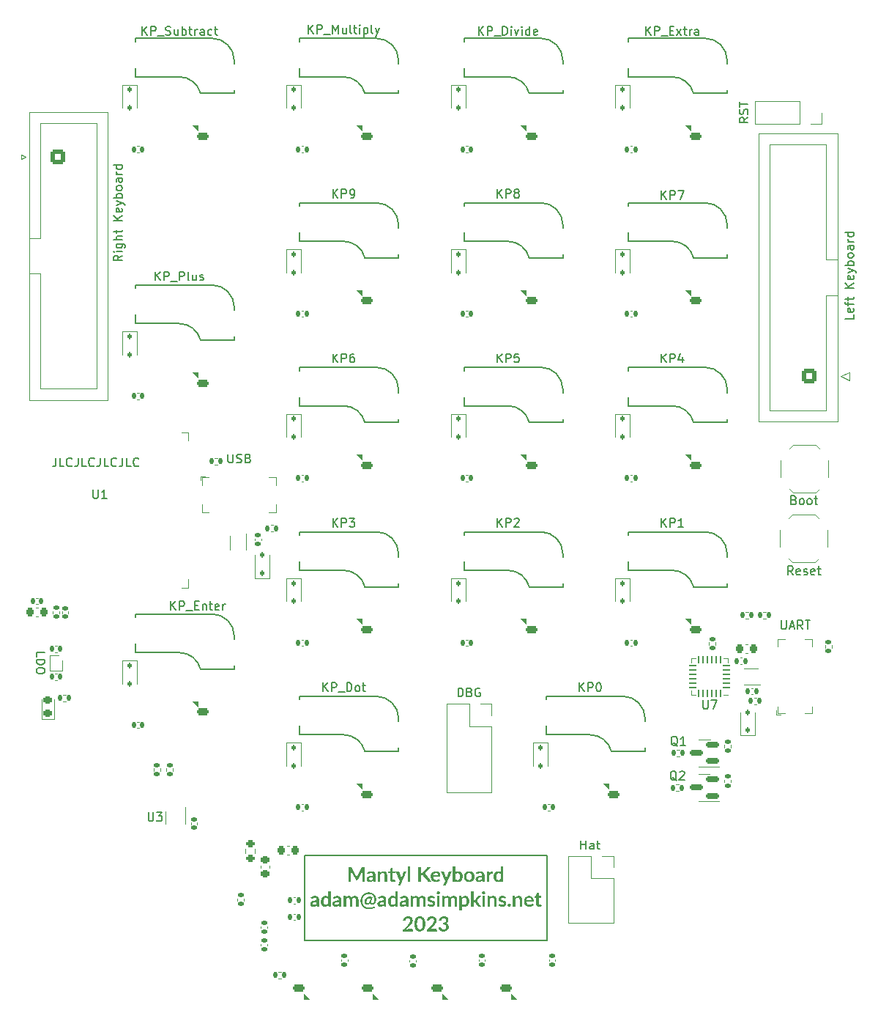
<source format=gbr>
%TF.GenerationSoftware,KiCad,Pcbnew,7.0.7-7.0.7~ubuntu20.04.1*%
%TF.CreationDate,2023-08-30T21:57:55-07:00*%
%TF.ProjectId,v2_controller,76325f63-6f6e-4747-926f-6c6c65722e6b,rev?*%
%TF.SameCoordinates,Original*%
%TF.FileFunction,Legend,Top*%
%TF.FilePolarity,Positive*%
%FSLAX46Y46*%
G04 Gerber Fmt 4.6, Leading zero omitted, Abs format (unit mm)*
G04 Created by KiCad (PCBNEW 7.0.7-7.0.7~ubuntu20.04.1) date 2023-08-30 21:57:55*
%MOMM*%
%LPD*%
G01*
G04 APERTURE LIST*
G04 Aperture macros list*
%AMRoundRect*
0 Rectangle with rounded corners*
0 $1 Rounding radius*
0 $2 $3 $4 $5 $6 $7 $8 $9 X,Y pos of 4 corners*
0 Add a 4 corners polygon primitive as box body*
4,1,4,$2,$3,$4,$5,$6,$7,$8,$9,$2,$3,0*
0 Add four circle primitives for the rounded corners*
1,1,$1+$1,$2,$3*
1,1,$1+$1,$4,$5*
1,1,$1+$1,$6,$7*
1,1,$1+$1,$8,$9*
0 Add four rect primitives between the rounded corners*
20,1,$1+$1,$2,$3,$4,$5,0*
20,1,$1+$1,$4,$5,$6,$7,0*
20,1,$1+$1,$6,$7,$8,$9,0*
20,1,$1+$1,$8,$9,$2,$3,0*%
%AMRotRect*
0 Rectangle, with rotation*
0 The origin of the aperture is its center*
0 $1 length*
0 $2 width*
0 $3 Rotation angle, in degrees counterclockwise*
0 Add horizontal line*
21,1,$1,$2,0,0,$3*%
%AMFreePoly0*
4,1,6,0.130000,0.115000,0.130000,-0.115000,-0.130000,-0.115000,-0.130000,0.275000,-0.020000,0.275000,0.130000,0.115000,0.130000,0.115000,$1*%
%AMFreePoly1*
4,1,6,0.130000,-0.115000,-0.130000,-0.115000,-0.130000,0.115000,0.020000,0.275000,0.130000,0.275000,0.130000,-0.115000,0.130000,-0.115000,$1*%
G04 Aperture macros list end*
%ADD10C,0.153000*%
%ADD11C,0.300000*%
%ADD12C,0.100000*%
%ADD13C,0.120000*%
%ADD14C,0.150000*%
%ADD15R,1.400000X0.820000*%
%ADD16RoundRect,0.205000X-0.495000X-0.205000X0.495000X-0.205000X0.495000X0.205000X-0.495000X0.205000X0*%
%ADD17RoundRect,0.205000X0.495000X0.205000X-0.495000X0.205000X-0.495000X-0.205000X0.495000X-0.205000X0*%
%ADD18RoundRect,0.062500X0.350000X0.062500X-0.350000X0.062500X-0.350000X-0.062500X0.350000X-0.062500X0*%
%ADD19RoundRect,0.062500X0.062500X0.350000X-0.062500X0.350000X-0.062500X-0.350000X0.062500X-0.350000X0*%
%ADD20R,2.600000X2.600000*%
%ADD21RoundRect,0.112500X-0.112500X0.187500X-0.112500X-0.187500X0.112500X-0.187500X0.112500X0.187500X0*%
%ADD22RoundRect,0.135000X0.135000X0.185000X-0.135000X0.185000X-0.135000X-0.185000X0.135000X-0.185000X0*%
%ADD23C,0.700000*%
%ADD24R,0.320000X1.000000*%
%ADD25O,1.400000X0.900000*%
%ADD26RoundRect,0.140000X0.140000X0.170000X-0.140000X0.170000X-0.140000X-0.170000X0.140000X-0.170000X0*%
%ADD27RoundRect,0.135000X0.185000X-0.135000X0.185000X0.135000X-0.185000X0.135000X-0.185000X-0.135000X0*%
%ADD28RoundRect,0.140000X-0.140000X-0.170000X0.140000X-0.170000X0.140000X0.170000X-0.140000X0.170000X0*%
%ADD29R,1.000000X0.320000*%
%ADD30O,0.900000X1.400000*%
%ADD31RoundRect,0.140000X-0.170000X0.140000X-0.170000X-0.140000X0.170000X-0.140000X0.170000X0.140000X0*%
%ADD32RoundRect,0.135000X-0.135000X-0.185000X0.135000X-0.185000X0.135000X0.185000X-0.135000X0.185000X0*%
%ADD33RoundRect,0.140000X0.170000X-0.140000X0.170000X0.140000X-0.170000X0.140000X-0.170000X-0.140000X0*%
%ADD34R,0.900000X1.500000*%
%ADD35R,1.500000X0.900000*%
%ADD36R,0.900000X0.900000*%
%ADD37RoundRect,0.250000X0.600000X0.600000X-0.600000X0.600000X-0.600000X-0.600000X0.600000X-0.600000X0*%
%ADD38C,1.700000*%
%ADD39RoundRect,0.250000X-0.600000X-0.600000X0.600000X-0.600000X0.600000X0.600000X-0.600000X0.600000X0*%
%ADD40R,0.400000X0.650000*%
%ADD41C,0.800000*%
%ADD42C,5.400000*%
%ADD43FreePoly0,180.000000*%
%ADD44FreePoly1,180.000000*%
%ADD45FreePoly0,0.000000*%
%ADD46FreePoly1,0.000000*%
%ADD47RotRect,0.520000X0.520000X45.000000*%
%ADD48RoundRect,0.225000X0.225000X0.250000X-0.225000X0.250000X-0.225000X-0.250000X0.225000X-0.250000X0*%
%ADD49RoundRect,0.150000X0.587500X0.150000X-0.587500X0.150000X-0.587500X-0.150000X0.587500X-0.150000X0*%
%ADD50RoundRect,0.218750X0.256250X-0.218750X0.256250X0.218750X-0.256250X0.218750X-0.256250X-0.218750X0*%
%ADD51RoundRect,0.112500X0.112500X-0.187500X0.112500X0.187500X-0.112500X0.187500X-0.112500X-0.187500X0*%
%ADD52R,0.500000X0.375000*%
%ADD53R,0.650000X0.300000*%
%ADD54R,1.700000X1.700000*%
%ADD55O,1.700000X1.700000*%
%ADD56RoundRect,0.135000X-0.185000X0.135000X-0.185000X-0.135000X0.185000X-0.135000X0.185000X0.135000X0*%
%ADD57R,1.000000X0.750000*%
%ADD58RoundRect,0.225000X0.250000X-0.225000X0.250000X0.225000X-0.250000X0.225000X-0.250000X-0.225000X0*%
%ADD59R,0.375000X0.500000*%
%ADD60R,0.300000X0.650000*%
%ADD61RoundRect,0.200000X0.275000X-0.200000X0.275000X0.200000X-0.275000X0.200000X-0.275000X-0.200000X0*%
%ADD62C,3.000000*%
%ADD63C,3.987800*%
%ADD64R,2.550000X2.500000*%
G04 APERTURE END LIST*
D10*
X47224466Y-89469663D02*
X47224466Y-90183948D01*
X47224466Y-90183948D02*
X47176847Y-90326805D01*
X47176847Y-90326805D02*
X47081609Y-90422044D01*
X47081609Y-90422044D02*
X46938752Y-90469663D01*
X46938752Y-90469663D02*
X46843514Y-90469663D01*
X48176847Y-90469663D02*
X47700657Y-90469663D01*
X47700657Y-90469663D02*
X47700657Y-89469663D01*
X49081609Y-90374424D02*
X49033990Y-90422044D01*
X49033990Y-90422044D02*
X48891133Y-90469663D01*
X48891133Y-90469663D02*
X48795895Y-90469663D01*
X48795895Y-90469663D02*
X48653038Y-90422044D01*
X48653038Y-90422044D02*
X48557800Y-90326805D01*
X48557800Y-90326805D02*
X48510181Y-90231567D01*
X48510181Y-90231567D02*
X48462562Y-90041091D01*
X48462562Y-90041091D02*
X48462562Y-89898234D01*
X48462562Y-89898234D02*
X48510181Y-89707758D01*
X48510181Y-89707758D02*
X48557800Y-89612520D01*
X48557800Y-89612520D02*
X48653038Y-89517282D01*
X48653038Y-89517282D02*
X48795895Y-89469663D01*
X48795895Y-89469663D02*
X48891133Y-89469663D01*
X48891133Y-89469663D02*
X49033990Y-89517282D01*
X49033990Y-89517282D02*
X49081609Y-89564901D01*
X49795895Y-89469663D02*
X49795895Y-90183948D01*
X49795895Y-90183948D02*
X49748276Y-90326805D01*
X49748276Y-90326805D02*
X49653038Y-90422044D01*
X49653038Y-90422044D02*
X49510181Y-90469663D01*
X49510181Y-90469663D02*
X49414943Y-90469663D01*
X50748276Y-90469663D02*
X50272086Y-90469663D01*
X50272086Y-90469663D02*
X50272086Y-89469663D01*
X51653038Y-90374424D02*
X51605419Y-90422044D01*
X51605419Y-90422044D02*
X51462562Y-90469663D01*
X51462562Y-90469663D02*
X51367324Y-90469663D01*
X51367324Y-90469663D02*
X51224467Y-90422044D01*
X51224467Y-90422044D02*
X51129229Y-90326805D01*
X51129229Y-90326805D02*
X51081610Y-90231567D01*
X51081610Y-90231567D02*
X51033991Y-90041091D01*
X51033991Y-90041091D02*
X51033991Y-89898234D01*
X51033991Y-89898234D02*
X51081610Y-89707758D01*
X51081610Y-89707758D02*
X51129229Y-89612520D01*
X51129229Y-89612520D02*
X51224467Y-89517282D01*
X51224467Y-89517282D02*
X51367324Y-89469663D01*
X51367324Y-89469663D02*
X51462562Y-89469663D01*
X51462562Y-89469663D02*
X51605419Y-89517282D01*
X51605419Y-89517282D02*
X51653038Y-89564901D01*
X52367324Y-89469663D02*
X52367324Y-90183948D01*
X52367324Y-90183948D02*
X52319705Y-90326805D01*
X52319705Y-90326805D02*
X52224467Y-90422044D01*
X52224467Y-90422044D02*
X52081610Y-90469663D01*
X52081610Y-90469663D02*
X51986372Y-90469663D01*
X53319705Y-90469663D02*
X52843515Y-90469663D01*
X52843515Y-90469663D02*
X52843515Y-89469663D01*
X54224467Y-90374424D02*
X54176848Y-90422044D01*
X54176848Y-90422044D02*
X54033991Y-90469663D01*
X54033991Y-90469663D02*
X53938753Y-90469663D01*
X53938753Y-90469663D02*
X53795896Y-90422044D01*
X53795896Y-90422044D02*
X53700658Y-90326805D01*
X53700658Y-90326805D02*
X53653039Y-90231567D01*
X53653039Y-90231567D02*
X53605420Y-90041091D01*
X53605420Y-90041091D02*
X53605420Y-89898234D01*
X53605420Y-89898234D02*
X53653039Y-89707758D01*
X53653039Y-89707758D02*
X53700658Y-89612520D01*
X53700658Y-89612520D02*
X53795896Y-89517282D01*
X53795896Y-89517282D02*
X53938753Y-89469663D01*
X53938753Y-89469663D02*
X54033991Y-89469663D01*
X54033991Y-89469663D02*
X54176848Y-89517282D01*
X54176848Y-89517282D02*
X54224467Y-89564901D01*
X54938753Y-89469663D02*
X54938753Y-90183948D01*
X54938753Y-90183948D02*
X54891134Y-90326805D01*
X54891134Y-90326805D02*
X54795896Y-90422044D01*
X54795896Y-90422044D02*
X54653039Y-90469663D01*
X54653039Y-90469663D02*
X54557801Y-90469663D01*
X55891134Y-90469663D02*
X55414944Y-90469663D01*
X55414944Y-90469663D02*
X55414944Y-89469663D01*
X56795896Y-90374424D02*
X56748277Y-90422044D01*
X56748277Y-90422044D02*
X56605420Y-90469663D01*
X56605420Y-90469663D02*
X56510182Y-90469663D01*
X56510182Y-90469663D02*
X56367325Y-90422044D01*
X56367325Y-90422044D02*
X56272087Y-90326805D01*
X56272087Y-90326805D02*
X56224468Y-90231567D01*
X56224468Y-90231567D02*
X56176849Y-90041091D01*
X56176849Y-90041091D02*
X56176849Y-89898234D01*
X56176849Y-89898234D02*
X56224468Y-89707758D01*
X56224468Y-89707758D02*
X56272087Y-89612520D01*
X56272087Y-89612520D02*
X56367325Y-89517282D01*
X56367325Y-89517282D02*
X56510182Y-89469663D01*
X56510182Y-89469663D02*
X56605420Y-89469663D01*
X56605420Y-89469663D02*
X56748277Y-89517282D01*
X56748277Y-89517282D02*
X56795896Y-89564901D01*
D11*
G36*
X81948608Y-137738164D02*
G01*
X81957350Y-137755197D01*
X81965775Y-137772508D01*
X81973881Y-137790097D01*
X81980576Y-137805395D01*
X81985977Y-137818300D01*
X81992488Y-137833744D01*
X81998940Y-137849246D01*
X82005334Y-137864807D01*
X82011669Y-137880426D01*
X82017946Y-137896104D01*
X82020025Y-137901342D01*
X82026438Y-137884799D01*
X82032909Y-137868489D01*
X82039439Y-137852412D01*
X82046028Y-137836569D01*
X82052674Y-137820960D01*
X82054903Y-137815809D01*
X82061686Y-137800355D01*
X82068644Y-137785135D01*
X82076983Y-137767673D01*
X82085560Y-137750529D01*
X82093102Y-137736088D01*
X82603814Y-136775700D01*
X82612409Y-136761429D01*
X82622815Y-136748428D01*
X82624160Y-136747051D01*
X82637565Y-136736427D01*
X82647412Y-136731688D01*
X82664117Y-136726919D01*
X82675231Y-136725460D01*
X82692462Y-136724525D01*
X82709924Y-136724219D01*
X82712600Y-136724214D01*
X82955499Y-136724214D01*
X82955499Y-138451500D01*
X82671909Y-138451500D01*
X82671909Y-137334577D01*
X82672040Y-137316600D01*
X82672378Y-137299849D01*
X82672923Y-137282371D01*
X82673570Y-137266482D01*
X82674686Y-137247901D01*
X82675957Y-137229113D01*
X82677198Y-137212503D01*
X82678557Y-137195734D01*
X82678968Y-137190913D01*
X82156630Y-138171646D01*
X82146678Y-138188190D01*
X82135506Y-138202528D01*
X82123114Y-138214660D01*
X82109503Y-138224586D01*
X82094672Y-138232306D01*
X82078622Y-138237821D01*
X82061352Y-138241129D01*
X82042862Y-138242232D01*
X81997603Y-138242232D01*
X81979023Y-138241129D01*
X81961688Y-138237821D01*
X81945598Y-138232306D01*
X81930754Y-138224586D01*
X81917156Y-138214660D01*
X81904803Y-138202528D01*
X81893696Y-138188190D01*
X81883835Y-138171646D01*
X81355269Y-137187592D01*
X81356825Y-137204769D01*
X81358221Y-137221788D01*
X81359459Y-137238648D01*
X81360537Y-137255349D01*
X81361082Y-137264821D01*
X81362172Y-137283194D01*
X81362951Y-137300945D01*
X81363418Y-137318072D01*
X81363573Y-137334577D01*
X81363573Y-138451500D01*
X81080398Y-138451500D01*
X81080398Y-136724214D01*
X81322883Y-136724214D01*
X81340583Y-136724453D01*
X81357892Y-136725309D01*
X81359836Y-136725460D01*
X81376536Y-136728043D01*
X81388071Y-136731688D01*
X81403025Y-136739830D01*
X81410908Y-136747051D01*
X81421496Y-136760513D01*
X81430838Y-136775700D01*
X81948608Y-137738164D01*
G37*
G36*
X83751495Y-137216133D02*
G01*
X83771057Y-137217052D01*
X83790217Y-137218585D01*
X83808976Y-137220731D01*
X83827333Y-137223490D01*
X83845289Y-137226862D01*
X83862844Y-137230847D01*
X83879997Y-137235445D01*
X83896748Y-137240656D01*
X83913099Y-137246480D01*
X83923776Y-137250704D01*
X83939502Y-137257484D01*
X83954761Y-137264747D01*
X83969553Y-137272490D01*
X83988549Y-137283565D01*
X84006715Y-137295496D01*
X84024050Y-137308283D01*
X84040554Y-137321927D01*
X84056229Y-137336427D01*
X84067439Y-137347864D01*
X84081732Y-137363713D01*
X84095129Y-137380328D01*
X84107631Y-137397709D01*
X84119237Y-137415855D01*
X84129948Y-137434767D01*
X84139764Y-137454444D01*
X84146539Y-137469704D01*
X84152809Y-137485395D01*
X84156710Y-137496095D01*
X84162127Y-137512434D01*
X84167011Y-137529065D01*
X84171362Y-137545988D01*
X84175181Y-137563204D01*
X84178466Y-137580711D01*
X84181219Y-137598510D01*
X84183439Y-137616601D01*
X84185126Y-137634983D01*
X84186281Y-137653658D01*
X84186902Y-137672625D01*
X84187021Y-137685432D01*
X84187021Y-138451500D01*
X84053322Y-138451500D01*
X84035889Y-138450864D01*
X84018203Y-138448580D01*
X84001161Y-138444026D01*
X83988549Y-138438213D01*
X83975428Y-138426973D01*
X83965144Y-138412281D01*
X83957216Y-138395581D01*
X83952841Y-138383405D01*
X83926682Y-138289151D01*
X83912081Y-138302392D01*
X83897601Y-138315126D01*
X83883243Y-138327354D01*
X83869007Y-138339074D01*
X83854892Y-138350288D01*
X83840899Y-138360994D01*
X83835335Y-138365135D01*
X83821490Y-138375132D01*
X83807463Y-138384623D01*
X83793253Y-138393606D01*
X83778860Y-138402083D01*
X83764285Y-138410052D01*
X83746554Y-138418947D01*
X83743573Y-138420359D01*
X83725434Y-138428231D01*
X83706827Y-138435345D01*
X83690965Y-138440693D01*
X83674778Y-138445515D01*
X83658267Y-138449809D01*
X83641431Y-138453576D01*
X83624149Y-138456805D01*
X83606300Y-138459487D01*
X83587883Y-138461622D01*
X83568899Y-138463210D01*
X83549346Y-138464250D01*
X83529226Y-138464743D01*
X83521019Y-138464786D01*
X83501790Y-138464455D01*
X83482924Y-138463463D01*
X83464421Y-138461808D01*
X83446281Y-138459492D01*
X83428505Y-138456514D01*
X83411092Y-138452875D01*
X83394042Y-138448574D01*
X83377356Y-138443610D01*
X83361234Y-138437888D01*
X83345670Y-138431517D01*
X83326999Y-138422641D01*
X83309201Y-138412752D01*
X83292274Y-138401848D01*
X83276219Y-138389931D01*
X83264003Y-138379668D01*
X83249598Y-138365806D01*
X83236227Y-138350951D01*
X83223890Y-138335103D01*
X83212588Y-138318262D01*
X83202319Y-138300426D01*
X83194848Y-138285443D01*
X83189679Y-138273788D01*
X83183549Y-138257589D01*
X83178235Y-138240753D01*
X83173739Y-138223282D01*
X83170061Y-138205174D01*
X83167200Y-138186432D01*
X83165156Y-138167053D01*
X83163930Y-138147038D01*
X83163521Y-138126388D01*
X83164092Y-138108676D01*
X83164146Y-138108118D01*
X83445866Y-138108118D01*
X83446586Y-138126745D01*
X83448746Y-138144008D01*
X83453472Y-138163672D01*
X83460449Y-138181207D01*
X83469675Y-138196614D01*
X83481152Y-138209891D01*
X83491954Y-138218980D01*
X83507036Y-138228550D01*
X83523477Y-138236497D01*
X83541275Y-138242823D01*
X83560432Y-138247526D01*
X83580947Y-138250608D01*
X83598338Y-138251905D01*
X83611951Y-138252197D01*
X83628785Y-138251913D01*
X83650561Y-138250648D01*
X83671572Y-138248370D01*
X83691817Y-138245081D01*
X83711296Y-138240780D01*
X83730010Y-138235466D01*
X83747958Y-138229141D01*
X83765141Y-138221803D01*
X83769317Y-138219811D01*
X83785873Y-138211195D01*
X83802326Y-138201541D01*
X83818675Y-138190850D01*
X83834920Y-138179120D01*
X83851062Y-138166352D01*
X83867099Y-138152546D01*
X83883033Y-138137702D01*
X83894915Y-138125888D01*
X83898863Y-138121821D01*
X83898863Y-137920027D01*
X83875023Y-137920169D01*
X83851928Y-137920596D01*
X83829577Y-137921308D01*
X83807970Y-137922304D01*
X83787108Y-137923585D01*
X83766991Y-137925151D01*
X83747618Y-137927001D01*
X83728989Y-137929136D01*
X83711105Y-137931555D01*
X83693965Y-137934259D01*
X83682952Y-137936220D01*
X83661887Y-137940314D01*
X83641872Y-137944706D01*
X83622909Y-137949397D01*
X83604996Y-137954386D01*
X83588135Y-137959673D01*
X83572324Y-137965259D01*
X83554039Y-137972661D01*
X83543856Y-137977326D01*
X83528107Y-137985314D01*
X83511135Y-137995435D01*
X83496266Y-138006140D01*
X83483498Y-138017429D01*
X83471259Y-138031337D01*
X83468287Y-138035456D01*
X83459551Y-138050287D01*
X83452960Y-138065713D01*
X83448515Y-138081736D01*
X83446216Y-138098354D01*
X83445866Y-138108118D01*
X83164146Y-138108118D01*
X83165805Y-138091043D01*
X83168659Y-138073487D01*
X83172656Y-138056009D01*
X83177794Y-138038609D01*
X83184074Y-138021287D01*
X83191496Y-138004043D01*
X83200060Y-137986876D01*
X83209947Y-137969859D01*
X83221339Y-137953270D01*
X83234237Y-137937109D01*
X83248640Y-137921377D01*
X83264548Y-137906072D01*
X83277466Y-137894875D01*
X83291231Y-137883918D01*
X83305843Y-137873202D01*
X83321302Y-137862728D01*
X83337751Y-137852463D01*
X83355177Y-137842535D01*
X83373582Y-137832942D01*
X83392965Y-137823685D01*
X83413326Y-137814763D01*
X83434665Y-137806178D01*
X83456982Y-137797928D01*
X83480277Y-137790014D01*
X83496350Y-137784924D01*
X83512858Y-137779984D01*
X83529800Y-137775192D01*
X83547178Y-137770550D01*
X83565095Y-137766126D01*
X83583554Y-137761987D01*
X83602555Y-137758133D01*
X83622098Y-137754565D01*
X83642182Y-137751282D01*
X83662808Y-137748285D01*
X83683976Y-137745573D01*
X83705685Y-137743146D01*
X83727936Y-137741005D01*
X83750729Y-137739150D01*
X83774064Y-137737580D01*
X83797940Y-137736295D01*
X83822358Y-137735296D01*
X83847318Y-137734583D01*
X83872820Y-137734154D01*
X83898863Y-137734012D01*
X83898863Y-137667162D01*
X83898400Y-137646197D01*
X83897009Y-137626275D01*
X83894692Y-137607397D01*
X83891448Y-137589563D01*
X83887276Y-137572772D01*
X83880273Y-137552009D01*
X83871622Y-137533100D01*
X83861322Y-137516047D01*
X83849375Y-137500850D01*
X83846131Y-137497340D01*
X83832319Y-137484397D01*
X83817040Y-137473180D01*
X83800295Y-137463689D01*
X83782084Y-137455923D01*
X83762407Y-137449883D01*
X83741264Y-137445569D01*
X83724444Y-137443465D01*
X83706800Y-137442333D01*
X83694578Y-137442117D01*
X83677003Y-137442357D01*
X83660193Y-137443077D01*
X83640258Y-137444653D01*
X83621519Y-137446978D01*
X83603976Y-137450054D01*
X83587629Y-137453879D01*
X83575412Y-137457480D01*
X83558197Y-137463387D01*
X83541741Y-137469586D01*
X83526044Y-137476077D01*
X83508690Y-137484019D01*
X83492370Y-137492358D01*
X83477045Y-137500535D01*
X83462317Y-137508355D01*
X83446215Y-137516854D01*
X83430891Y-137524886D01*
X83427181Y-137526821D01*
X83410274Y-137534247D01*
X83392250Y-137539243D01*
X83375291Y-137541643D01*
X83361993Y-137542183D01*
X83345231Y-137541001D01*
X83328380Y-137536914D01*
X83311997Y-137529046D01*
X83309261Y-137527236D01*
X83295635Y-137516370D01*
X83283873Y-137504328D01*
X83274798Y-137492358D01*
X83222066Y-137404333D01*
X83235385Y-137392735D01*
X83248872Y-137381506D01*
X83262526Y-137370645D01*
X83276349Y-137360151D01*
X83290339Y-137350027D01*
X83304497Y-137340270D01*
X83318823Y-137330881D01*
X83333317Y-137321861D01*
X83347979Y-137313209D01*
X83362809Y-137304925D01*
X83377806Y-137297009D01*
X83392972Y-137289461D01*
X83408305Y-137282282D01*
X83423806Y-137275471D01*
X83439475Y-137269028D01*
X83455312Y-137262953D01*
X83471317Y-137257246D01*
X83487489Y-137251907D01*
X83503830Y-137246937D01*
X83520338Y-137242335D01*
X83537014Y-137238101D01*
X83553858Y-137234235D01*
X83570870Y-137230737D01*
X83588050Y-137227608D01*
X83605398Y-137224846D01*
X83622914Y-137222453D01*
X83640597Y-137220428D01*
X83658448Y-137218772D01*
X83676467Y-137217483D01*
X83694655Y-137216562D01*
X83713009Y-137216010D01*
X83731532Y-137215826D01*
X83751495Y-137216133D01*
G37*
G36*
X84458155Y-138451500D02*
G01*
X84458155Y-137229113D01*
X84638772Y-137229113D01*
X84655725Y-137230441D01*
X84673554Y-137235540D01*
X84688638Y-137244464D01*
X84700977Y-137257212D01*
X84710572Y-137273785D01*
X84714341Y-137283506D01*
X84734686Y-137381911D01*
X84748690Y-137368146D01*
X84762986Y-137354877D01*
X84777573Y-137342104D01*
X84792453Y-137329828D01*
X84807624Y-137318048D01*
X84812746Y-137314232D01*
X84828463Y-137303016D01*
X84844471Y-137292413D01*
X84860772Y-137282424D01*
X84877364Y-137273048D01*
X84894248Y-137264284D01*
X84899941Y-137261500D01*
X84917458Y-137253471D01*
X84935442Y-137246202D01*
X84953893Y-137239691D01*
X84972811Y-137233940D01*
X84988933Y-137229727D01*
X84998762Y-137227452D01*
X85015474Y-137224103D01*
X85032652Y-137221321D01*
X85050296Y-137219107D01*
X85068407Y-137217461D01*
X85086984Y-137216382D01*
X85106028Y-137215872D01*
X85113776Y-137215826D01*
X85132415Y-137216125D01*
X85150653Y-137217023D01*
X85168490Y-137218519D01*
X85185926Y-137220614D01*
X85202959Y-137223307D01*
X85219592Y-137226599D01*
X85235823Y-137230489D01*
X85256840Y-137236607D01*
X85277143Y-137243789D01*
X85291902Y-137249874D01*
X85310911Y-137258710D01*
X85329116Y-137268402D01*
X85346516Y-137278951D01*
X85363111Y-137290357D01*
X85378902Y-137302619D01*
X85393889Y-137315737D01*
X85408071Y-137329711D01*
X85421449Y-137344542D01*
X85434035Y-137360171D01*
X85445842Y-137376539D01*
X85456871Y-137393647D01*
X85467122Y-137411495D01*
X85476594Y-137430082D01*
X85485287Y-137449409D01*
X85493202Y-137469476D01*
X85500339Y-137490282D01*
X85505162Y-137506317D01*
X85509511Y-137522659D01*
X85513385Y-137539307D01*
X85516785Y-137556262D01*
X85519711Y-137573523D01*
X85522162Y-137591091D01*
X85524139Y-137608965D01*
X85525641Y-137627146D01*
X85526669Y-137645634D01*
X85527222Y-137664428D01*
X85527328Y-137677128D01*
X85527328Y-138451500D01*
X85232111Y-138451500D01*
X85232111Y-137675882D01*
X85231659Y-137655459D01*
X85230301Y-137635919D01*
X85228039Y-137617263D01*
X85224871Y-137599489D01*
X85220799Y-137582599D01*
X85215821Y-137566592D01*
X85207776Y-137546623D01*
X85198122Y-137528223D01*
X85186860Y-137511394D01*
X85180625Y-137503569D01*
X85166917Y-137489166D01*
X85151534Y-137476684D01*
X85134478Y-137466122D01*
X85115748Y-137457480D01*
X85095344Y-137450759D01*
X85078943Y-137446978D01*
X85061600Y-137444277D01*
X85043316Y-137442657D01*
X85024090Y-137442117D01*
X85005042Y-137442682D01*
X84986305Y-137444375D01*
X84967880Y-137447197D01*
X84949767Y-137451148D01*
X84931964Y-137456228D01*
X84914474Y-137462437D01*
X84897294Y-137469774D01*
X84880426Y-137478241D01*
X84863824Y-137487583D01*
X84847443Y-137497756D01*
X84831282Y-137508759D01*
X84815342Y-137520592D01*
X84799622Y-137533256D01*
X84784123Y-137546751D01*
X84768844Y-137561076D01*
X84753786Y-137576231D01*
X84753786Y-138451500D01*
X84458155Y-138451500D01*
G37*
G36*
X86192499Y-138464786D02*
G01*
X86172757Y-138464439D01*
X86153598Y-138463398D01*
X86135024Y-138461662D01*
X86117034Y-138459233D01*
X86099627Y-138456109D01*
X86082805Y-138452291D01*
X86066566Y-138447779D01*
X86043303Y-138439709D01*
X86021353Y-138430077D01*
X86000717Y-138418883D01*
X85981395Y-138406128D01*
X85963387Y-138391810D01*
X85946693Y-138375931D01*
X85931481Y-138358672D01*
X85917766Y-138340216D01*
X85905547Y-138320563D01*
X85894824Y-138299713D01*
X85885597Y-138277666D01*
X85877866Y-138254423D01*
X85873544Y-138238262D01*
X85869886Y-138221569D01*
X85866894Y-138204344D01*
X85864567Y-138186587D01*
X85862904Y-138168298D01*
X85861907Y-138149478D01*
X85861574Y-138130125D01*
X85861574Y-137455404D01*
X85735765Y-137455404D01*
X85718949Y-137453068D01*
X85702840Y-137445267D01*
X85695074Y-137438795D01*
X85684953Y-137424062D01*
X85679779Y-137406555D01*
X85678465Y-137389385D01*
X85678465Y-137264406D01*
X85875691Y-137232019D01*
X85937973Y-136894451D01*
X85943851Y-136877908D01*
X85953645Y-136863412D01*
X85960395Y-136857082D01*
X85975734Y-136848480D01*
X85992570Y-136844431D01*
X86003577Y-136843795D01*
X86156790Y-136843795D01*
X86156790Y-137229113D01*
X86484393Y-137229113D01*
X86484393Y-137455404D01*
X86156790Y-137455404D01*
X86156790Y-138117253D01*
X86157470Y-138134431D01*
X86160078Y-138153466D01*
X86164642Y-138170779D01*
X86171162Y-138186369D01*
X86181241Y-138202380D01*
X86184610Y-138206524D01*
X86197956Y-138218982D01*
X86213289Y-138228379D01*
X86230608Y-138234717D01*
X86247035Y-138237715D01*
X86261839Y-138238495D01*
X86279837Y-138237710D01*
X86296896Y-138235063D01*
X86307928Y-138231852D01*
X86324350Y-138225532D01*
X86339453Y-138218591D01*
X86340315Y-138218150D01*
X86355561Y-138209914D01*
X86364812Y-138204448D01*
X86380331Y-138198330D01*
X86386403Y-138197804D01*
X86402929Y-138201236D01*
X86407994Y-138204448D01*
X86420001Y-138216152D01*
X86425848Y-138223548D01*
X86514289Y-138363059D01*
X86497894Y-138375237D01*
X86480890Y-138386648D01*
X86463276Y-138397295D01*
X86445052Y-138407176D01*
X86426218Y-138416291D01*
X86406775Y-138424640D01*
X86386721Y-138432225D01*
X86366058Y-138439043D01*
X86344999Y-138445077D01*
X86323758Y-138450306D01*
X86302336Y-138454730D01*
X86280731Y-138458351D01*
X86258946Y-138461166D01*
X86236978Y-138463177D01*
X86220384Y-138464158D01*
X86203687Y-138464686D01*
X86192499Y-138464786D01*
G37*
G36*
X87115102Y-138786991D02*
G01*
X87107004Y-138803293D01*
X87097658Y-138817164D01*
X87085810Y-138829726D01*
X87080639Y-138833911D01*
X87065474Y-138842450D01*
X87048081Y-138847431D01*
X87029643Y-138849708D01*
X87016696Y-138850104D01*
X86797049Y-138850104D01*
X87026246Y-138365966D01*
X86530067Y-137229113D01*
X86789575Y-137229113D01*
X86807978Y-137230460D01*
X86825576Y-137235114D01*
X86840174Y-137243094D01*
X86843968Y-137246137D01*
X86856443Y-137258144D01*
X86867255Y-137272585D01*
X86873448Y-137284336D01*
X87134201Y-137924179D01*
X87139995Y-137940762D01*
X87145542Y-137957292D01*
X87150842Y-137973771D01*
X87155896Y-137990198D01*
X87160704Y-138006573D01*
X87165265Y-138022896D01*
X87169579Y-138039167D01*
X87173647Y-138055386D01*
X87178525Y-138038622D01*
X87183612Y-138021962D01*
X87188906Y-138005405D01*
X87194407Y-137988952D01*
X87200142Y-137972370D01*
X87206137Y-137955839D01*
X87212391Y-137939360D01*
X87218905Y-137922934D01*
X87465126Y-137284336D01*
X87473164Y-137268810D01*
X87484145Y-137255344D01*
X87496682Y-137244891D01*
X87511182Y-137236571D01*
X87528256Y-137230977D01*
X87544800Y-137229128D01*
X87546508Y-137229113D01*
X87783594Y-137229113D01*
X87115102Y-138786991D01*
G37*
G36*
X88223305Y-136671067D02*
G01*
X88223305Y-138451500D01*
X87928088Y-138451500D01*
X87928088Y-136671067D01*
X88223305Y-136671067D01*
G37*
G36*
X89461885Y-137441702D02*
G01*
X89537453Y-137441702D01*
X89556519Y-137441106D01*
X89574114Y-137439318D01*
X89592422Y-137435814D01*
X89608810Y-137430754D01*
X89612607Y-137429245D01*
X89628766Y-137421089D01*
X89643612Y-137410634D01*
X89657143Y-137397879D01*
X89664093Y-137389800D01*
X90141173Y-136791894D01*
X90152486Y-136778401D01*
X90165942Y-136764763D01*
X90179677Y-136753389D01*
X90193690Y-136744281D01*
X90203870Y-136739162D01*
X90221542Y-136732622D01*
X90238752Y-136728433D01*
X90257590Y-136725674D01*
X90275034Y-136724448D01*
X90287328Y-136724214D01*
X90564690Y-136724214D01*
X89982146Y-137436304D01*
X89969223Y-137452011D01*
X89956196Y-137466537D01*
X89943064Y-137479882D01*
X89929830Y-137492046D01*
X89916491Y-137503030D01*
X89903048Y-137512833D01*
X89886099Y-137523426D01*
X89875852Y-137528897D01*
X89892732Y-137535791D01*
X89908856Y-137543758D01*
X89924226Y-137552798D01*
X89938841Y-137562912D01*
X89946853Y-137569172D01*
X89960682Y-137581230D01*
X89974192Y-137594876D01*
X89985520Y-137607839D01*
X89996614Y-137621969D01*
X90007474Y-137637267D01*
X90607457Y-138451500D01*
X90324282Y-138451500D01*
X90307085Y-138451104D01*
X90288323Y-138449586D01*
X90271604Y-138446929D01*
X90254682Y-138442391D01*
X90238748Y-138435306D01*
X90223589Y-138424782D01*
X90211327Y-138413441D01*
X90200207Y-138400232D01*
X90191414Y-138387142D01*
X89702293Y-137740240D01*
X89692126Y-137726823D01*
X89679631Y-137713776D01*
X89666201Y-137703169D01*
X89649976Y-137694151D01*
X89633368Y-137688338D01*
X89616110Y-137684614D01*
X89599294Y-137682434D01*
X89580610Y-137681189D01*
X89563612Y-137680864D01*
X89461885Y-137680864D01*
X89461885Y-138451500D01*
X89140510Y-138451500D01*
X89140510Y-136724214D01*
X89461885Y-136724214D01*
X89461885Y-137441702D01*
G37*
G36*
X91180839Y-137216144D02*
G01*
X91202089Y-137217096D01*
X91223025Y-137218684D01*
X91243647Y-137220906D01*
X91263956Y-137223763D01*
X91283951Y-137227256D01*
X91303631Y-137231383D01*
X91322998Y-137236146D01*
X91342052Y-137241543D01*
X91360791Y-137247575D01*
X91373109Y-137251950D01*
X91391312Y-137259015D01*
X91409019Y-137266664D01*
X91426229Y-137274897D01*
X91442943Y-137283713D01*
X91459161Y-137293114D01*
X91474882Y-137303099D01*
X91490107Y-137313667D01*
X91504836Y-137324819D01*
X91519068Y-137336556D01*
X91532804Y-137348876D01*
X91541686Y-137357414D01*
X91554651Y-137370615D01*
X91567075Y-137384370D01*
X91578960Y-137398680D01*
X91590305Y-137413545D01*
X91601109Y-137428965D01*
X91611373Y-137444939D01*
X91621098Y-137461468D01*
X91630282Y-137478552D01*
X91638926Y-137496190D01*
X91647030Y-137514384D01*
X91652132Y-137526821D01*
X91659330Y-137545913D01*
X91665820Y-137565508D01*
X91671602Y-137585608D01*
X91676675Y-137606210D01*
X91681041Y-137627317D01*
X91684699Y-137648927D01*
X91687649Y-137671041D01*
X91689891Y-137693658D01*
X91691425Y-137716779D01*
X91692251Y-137740404D01*
X91692408Y-137756433D01*
X91692053Y-137775771D01*
X91690989Y-137793040D01*
X91688775Y-137811034D01*
X91684901Y-137828263D01*
X91677876Y-137844458D01*
X91665030Y-137857224D01*
X91647902Y-137864230D01*
X91630463Y-137866683D01*
X91623067Y-137866880D01*
X90864058Y-137866880D01*
X90865550Y-137884634D01*
X90867377Y-137901928D01*
X90869540Y-137918762D01*
X90872946Y-137940493D01*
X90876949Y-137961406D01*
X90881548Y-137981502D01*
X90886745Y-138000780D01*
X90892539Y-138019241D01*
X90897275Y-138032550D01*
X90904172Y-138049612D01*
X90911574Y-138065922D01*
X90919483Y-138081480D01*
X90927897Y-138096285D01*
X90936818Y-138110337D01*
X90948680Y-138126844D01*
X90961333Y-138142176D01*
X90966616Y-138147979D01*
X90980496Y-138161684D01*
X90995146Y-138174254D01*
X91010566Y-138185689D01*
X91026757Y-138195988D01*
X91043718Y-138205152D01*
X91061450Y-138213180D01*
X91068758Y-138216074D01*
X91087617Y-138222533D01*
X91107084Y-138227898D01*
X91127160Y-138232167D01*
X91143658Y-138234795D01*
X91160546Y-138236722D01*
X91177822Y-138237948D01*
X91195488Y-138238473D01*
X91199966Y-138238495D01*
X91217612Y-138238229D01*
X91234636Y-138237431D01*
X91255040Y-138235686D01*
X91274470Y-138233109D01*
X91292928Y-138229701D01*
X91310412Y-138225462D01*
X91323699Y-138221472D01*
X91339594Y-138216071D01*
X91357811Y-138209375D01*
X91375095Y-138202446D01*
X91391444Y-138195284D01*
X91406858Y-138187888D01*
X91414215Y-138184102D01*
X91430834Y-138175360D01*
X91446539Y-138166936D01*
X91461330Y-138158830D01*
X91477114Y-138149954D01*
X91482726Y-138146733D01*
X91499144Y-138138504D01*
X91515234Y-138132968D01*
X91532726Y-138129976D01*
X91539610Y-138129710D01*
X91556893Y-138131448D01*
X91573483Y-138137561D01*
X91587051Y-138148075D01*
X91594418Y-138157529D01*
X91679536Y-138267145D01*
X91667100Y-138280977D01*
X91654286Y-138294238D01*
X91641097Y-138306928D01*
X91627531Y-138319047D01*
X91613589Y-138330595D01*
X91599271Y-138341572D01*
X91584576Y-138351978D01*
X91569505Y-138361814D01*
X91554162Y-138371130D01*
X91538650Y-138379979D01*
X91522969Y-138388361D01*
X91507119Y-138396276D01*
X91491101Y-138403724D01*
X91474914Y-138410705D01*
X91458559Y-138417218D01*
X91442035Y-138423265D01*
X91425387Y-138428760D01*
X91408662Y-138433827D01*
X91391859Y-138438466D01*
X91374978Y-138442676D01*
X91358019Y-138446459D01*
X91340982Y-138449813D01*
X91323868Y-138452739D01*
X91306675Y-138455236D01*
X91289606Y-138457475D01*
X91272654Y-138459414D01*
X91255818Y-138461056D01*
X91239099Y-138462399D01*
X91222497Y-138463443D01*
X91201909Y-138464329D01*
X91181503Y-138464749D01*
X91173392Y-138464786D01*
X91149570Y-138464418D01*
X91126063Y-138463312D01*
X91102869Y-138461469D01*
X91079989Y-138458889D01*
X91057422Y-138455572D01*
X91035170Y-138451517D01*
X91013231Y-138446726D01*
X90991607Y-138441197D01*
X90970296Y-138434931D01*
X90949299Y-138427928D01*
X90935475Y-138422850D01*
X90915096Y-138414633D01*
X90895220Y-138405708D01*
X90875849Y-138396075D01*
X90856980Y-138385734D01*
X90838616Y-138374685D01*
X90820755Y-138362928D01*
X90803397Y-138350463D01*
X90786543Y-138337290D01*
X90770193Y-138323409D01*
X90754347Y-138308820D01*
X90744062Y-138298701D01*
X90729180Y-138282947D01*
X90714896Y-138266514D01*
X90701211Y-138249402D01*
X90688125Y-138231612D01*
X90675637Y-138213143D01*
X90663747Y-138193995D01*
X90652456Y-138174168D01*
X90641764Y-138153662D01*
X90631670Y-138132478D01*
X90622174Y-138110615D01*
X90616176Y-138095662D01*
X90607866Y-138072593D01*
X90600372Y-138048853D01*
X90595831Y-138032654D01*
X90591653Y-138016155D01*
X90587838Y-137999359D01*
X90584387Y-137982264D01*
X90581298Y-137964870D01*
X90578574Y-137947178D01*
X90576212Y-137929188D01*
X90574214Y-137910899D01*
X90572579Y-137892312D01*
X90571307Y-137873426D01*
X90570399Y-137854242D01*
X90569854Y-137834759D01*
X90569673Y-137814978D01*
X90570030Y-137791832D01*
X90571103Y-137768948D01*
X90572891Y-137746327D01*
X90575395Y-137723969D01*
X90578613Y-137701873D01*
X90582399Y-137680864D01*
X90869871Y-137680864D01*
X91427087Y-137680864D01*
X91426518Y-137662696D01*
X91424810Y-137644936D01*
X91421963Y-137627584D01*
X91417978Y-137610642D01*
X91412855Y-137594108D01*
X91410894Y-137588687D01*
X91404252Y-137572732D01*
X91396472Y-137557566D01*
X91387553Y-137543187D01*
X91377495Y-137529597D01*
X91366299Y-137516795D01*
X91362314Y-137512703D01*
X91349697Y-137500899D01*
X91335825Y-137490087D01*
X91320697Y-137480268D01*
X91304314Y-137471441D01*
X91286675Y-137463608D01*
X91280517Y-137461217D01*
X91264671Y-137455714D01*
X91248014Y-137451145D01*
X91230545Y-137447508D01*
X91212266Y-137444803D01*
X91193176Y-137443031D01*
X91173275Y-137442192D01*
X91165088Y-137442117D01*
X91141368Y-137442664D01*
X91118634Y-137444307D01*
X91096885Y-137447044D01*
X91076122Y-137450875D01*
X91056344Y-137455802D01*
X91037551Y-137461823D01*
X91019743Y-137468940D01*
X91002921Y-137477151D01*
X90987084Y-137486456D01*
X90972233Y-137496857D01*
X90962879Y-137504399D01*
X90949715Y-137516533D01*
X90937470Y-137529579D01*
X90926145Y-137543538D01*
X90915739Y-137558409D01*
X90906254Y-137574192D01*
X90897687Y-137590888D01*
X90890041Y-137608496D01*
X90883314Y-137627017D01*
X90877507Y-137646449D01*
X90872619Y-137666794D01*
X90869871Y-137680864D01*
X90582399Y-137680864D01*
X90582547Y-137680041D01*
X90587197Y-137658471D01*
X90592561Y-137637163D01*
X90598641Y-137616119D01*
X90605436Y-137595337D01*
X90610363Y-137581629D01*
X90618303Y-137561402D01*
X90626863Y-137541671D01*
X90636044Y-137522436D01*
X90645845Y-137503698D01*
X90656266Y-137485457D01*
X90667308Y-137467711D01*
X90678970Y-137450462D01*
X90691252Y-137433709D01*
X90704155Y-137417452D01*
X90717678Y-137401692D01*
X90727038Y-137391461D01*
X90741577Y-137376575D01*
X90756700Y-137362281D01*
X90772407Y-137348578D01*
X90788697Y-137335466D01*
X90805572Y-137322945D01*
X90823030Y-137311015D01*
X90841072Y-137299677D01*
X90859699Y-137288929D01*
X90878909Y-137278773D01*
X90898703Y-137269209D01*
X90912223Y-137263160D01*
X90933021Y-137254701D01*
X90954307Y-137247074D01*
X90976083Y-137240279D01*
X90998347Y-137234316D01*
X91021101Y-137229185D01*
X91044344Y-137224886D01*
X91068075Y-137221419D01*
X91092296Y-137218784D01*
X91117005Y-137216982D01*
X91133750Y-137216242D01*
X91150712Y-137215872D01*
X91159275Y-137215826D01*
X91180839Y-137216144D01*
G37*
G36*
X92318549Y-138786991D02*
G01*
X92310451Y-138803293D01*
X92301105Y-138817164D01*
X92289257Y-138829726D01*
X92284086Y-138833911D01*
X92268921Y-138842450D01*
X92251529Y-138847431D01*
X92233091Y-138849708D01*
X92220144Y-138850104D01*
X92000496Y-138850104D01*
X92229693Y-138365966D01*
X91733514Y-137229113D01*
X91993022Y-137229113D01*
X92011426Y-137230460D01*
X92029024Y-137235114D01*
X92043621Y-137243094D01*
X92047415Y-137246137D01*
X92059890Y-137258144D01*
X92070702Y-137272585D01*
X92076895Y-137284336D01*
X92337649Y-137924179D01*
X92343442Y-137940762D01*
X92348989Y-137957292D01*
X92354290Y-137973771D01*
X92359344Y-137990198D01*
X92364151Y-138006573D01*
X92368712Y-138022896D01*
X92373026Y-138039167D01*
X92377094Y-138055386D01*
X92381973Y-138038622D01*
X92387059Y-138021962D01*
X92392353Y-138005405D01*
X92397855Y-137988952D01*
X92403590Y-137972370D01*
X92409584Y-137955839D01*
X92415839Y-137939360D01*
X92422352Y-137922934D01*
X92668573Y-137284336D01*
X92676611Y-137268810D01*
X92687592Y-137255344D01*
X92700130Y-137244891D01*
X92714630Y-137236571D01*
X92731704Y-137230977D01*
X92748247Y-137229128D01*
X92749955Y-137229113D01*
X92987042Y-137229113D01*
X92318549Y-138786991D01*
G37*
G36*
X93423430Y-137384818D02*
G01*
X93437430Y-137370470D01*
X93451715Y-137356698D01*
X93466284Y-137343504D01*
X93481138Y-137330885D01*
X93496277Y-137318844D01*
X93511700Y-137307379D01*
X93527408Y-137296491D01*
X93543401Y-137286179D01*
X93559678Y-137276444D01*
X93576240Y-137267285D01*
X93587439Y-137261500D01*
X93604638Y-137253337D01*
X93622288Y-137245978D01*
X93640391Y-137239421D01*
X93658947Y-137233667D01*
X93677955Y-137228716D01*
X93697416Y-137224568D01*
X93717329Y-137221223D01*
X93737695Y-137218681D01*
X93758513Y-137216941D01*
X93779784Y-137216004D01*
X93794215Y-137215826D01*
X93813963Y-137216191D01*
X93833346Y-137217286D01*
X93852364Y-137219110D01*
X93871017Y-137221665D01*
X93889305Y-137224949D01*
X93907228Y-137228964D01*
X93924786Y-137233708D01*
X93941979Y-137239182D01*
X93958808Y-137245386D01*
X93975271Y-137252319D01*
X93986044Y-137257347D01*
X94001859Y-137265376D01*
X94017229Y-137274047D01*
X94032153Y-137283360D01*
X94046632Y-137293315D01*
X94060667Y-137303913D01*
X94074255Y-137315153D01*
X94087399Y-137327035D01*
X94100098Y-137339560D01*
X94112351Y-137352726D01*
X94124159Y-137366535D01*
X94131783Y-137376098D01*
X94142898Y-137390867D01*
X94153509Y-137406213D01*
X94163617Y-137422135D01*
X94173220Y-137438633D01*
X94182321Y-137455708D01*
X94190917Y-137473360D01*
X94199010Y-137491589D01*
X94206600Y-137510394D01*
X94213685Y-137529775D01*
X94220268Y-137549733D01*
X94224376Y-137563359D01*
X94230164Y-137584153D01*
X94235382Y-137605429D01*
X94240032Y-137627186D01*
X94244112Y-137649425D01*
X94247622Y-137672146D01*
X94250564Y-137695348D01*
X94252936Y-137719032D01*
X94254738Y-137743198D01*
X94255972Y-137767846D01*
X94256478Y-137784545D01*
X94256731Y-137801459D01*
X94256763Y-137809996D01*
X94256618Y-137828367D01*
X94256185Y-137846528D01*
X94255463Y-137864478D01*
X94254453Y-137882217D01*
X94253154Y-137899745D01*
X94251566Y-137917062D01*
X94249689Y-137934169D01*
X94247524Y-137951064D01*
X94245070Y-137967749D01*
X94242327Y-137984223D01*
X94237672Y-138008538D01*
X94232367Y-138032379D01*
X94226413Y-138055746D01*
X94219809Y-138078638D01*
X94212599Y-138100909D01*
X94204827Y-138122567D01*
X94196493Y-138143611D01*
X94187597Y-138164042D01*
X94178139Y-138183861D01*
X94168119Y-138203066D01*
X94157538Y-138221658D01*
X94146394Y-138239637D01*
X94134688Y-138257003D01*
X94122420Y-138273756D01*
X94113929Y-138284584D01*
X94100761Y-138300286D01*
X94087104Y-138315316D01*
X94072958Y-138329675D01*
X94058323Y-138343363D01*
X94043199Y-138356378D01*
X94027586Y-138368723D01*
X94011484Y-138380396D01*
X93994893Y-138391397D01*
X93977813Y-138401727D01*
X93960244Y-138411386D01*
X93948259Y-138417452D01*
X93929930Y-138425911D01*
X93911221Y-138433538D01*
X93892133Y-138440333D01*
X93872665Y-138446296D01*
X93852817Y-138451427D01*
X93832590Y-138455726D01*
X93811984Y-138459193D01*
X93790998Y-138461828D01*
X93769632Y-138463631D01*
X93747887Y-138464601D01*
X93733179Y-138464786D01*
X93715397Y-138464513D01*
X93698121Y-138463692D01*
X93681353Y-138462323D01*
X93661899Y-138459958D01*
X93643176Y-138456805D01*
X93628130Y-138453576D01*
X93610813Y-138449065D01*
X93594050Y-138443941D01*
X93577842Y-138438205D01*
X93562189Y-138431855D01*
X93547091Y-138424892D01*
X93542181Y-138422435D01*
X93525546Y-138413298D01*
X93509426Y-138403327D01*
X93493824Y-138392521D01*
X93478738Y-138380881D01*
X93470349Y-138373855D01*
X93456138Y-138360841D01*
X93444178Y-138349212D01*
X93432422Y-138337144D01*
X93420871Y-138324639D01*
X93409524Y-138311696D01*
X93407652Y-138309497D01*
X93394781Y-138393370D01*
X93389788Y-138409675D01*
X93381546Y-138425678D01*
X93369868Y-138438213D01*
X93355290Y-138446309D01*
X93338747Y-138450448D01*
X93322949Y-138451500D01*
X93127799Y-138451500D01*
X93127799Y-138130540D01*
X93423430Y-138130540D01*
X93436127Y-138145027D01*
X93449096Y-138158385D01*
X93462337Y-138170615D01*
X93475851Y-138181715D01*
X93489637Y-138191687D01*
X93503696Y-138200529D01*
X93521653Y-138209995D01*
X93532631Y-138214828D01*
X93551338Y-138221646D01*
X93570349Y-138227309D01*
X93589664Y-138231816D01*
X93609284Y-138235167D01*
X93629207Y-138237363D01*
X93649434Y-138238403D01*
X93657610Y-138238495D01*
X93674420Y-138238119D01*
X93694830Y-138236590D01*
X93714571Y-138233886D01*
X93733643Y-138230005D01*
X93752045Y-138224949D01*
X93769779Y-138218717D01*
X93780098Y-138214413D01*
X93796701Y-138206228D01*
X93812512Y-138196726D01*
X93827533Y-138185906D01*
X93841764Y-138173768D01*
X93855203Y-138160312D01*
X93867852Y-138145538D01*
X93872691Y-138139259D01*
X93884312Y-138122491D01*
X93892966Y-138108098D01*
X93901050Y-138092835D01*
X93908563Y-138076704D01*
X93915505Y-138059703D01*
X93921876Y-138041832D01*
X93927676Y-138023093D01*
X93931651Y-138008467D01*
X93936419Y-137988154D01*
X93940552Y-137966868D01*
X93943234Y-137950265D01*
X93945559Y-137933114D01*
X93947526Y-137915416D01*
X93949135Y-137897171D01*
X93950387Y-137878378D01*
X93951281Y-137859038D01*
X93951817Y-137839150D01*
X93951996Y-137818715D01*
X93951734Y-137794284D01*
X93950945Y-137770713D01*
X93949632Y-137748001D01*
X93947792Y-137726149D01*
X93945428Y-137705156D01*
X93942537Y-137685023D01*
X93939121Y-137665750D01*
X93935180Y-137647336D01*
X93930713Y-137629782D01*
X93925721Y-137613087D01*
X93920203Y-137597253D01*
X93910941Y-137575112D01*
X93900497Y-137554906D01*
X93888870Y-137536634D01*
X93884732Y-137530973D01*
X93871683Y-137515093D01*
X93857605Y-137500776D01*
X93842498Y-137488020D01*
X93826362Y-137476826D01*
X93809197Y-137467194D01*
X93791002Y-137459125D01*
X93771779Y-137452617D01*
X93751526Y-137447671D01*
X93730245Y-137444286D01*
X93707934Y-137442464D01*
X93692488Y-137442117D01*
X93671546Y-137442753D01*
X93651278Y-137444660D01*
X93631686Y-137447839D01*
X93612767Y-137452290D01*
X93594524Y-137458012D01*
X93576955Y-137465006D01*
X93560061Y-137473271D01*
X93543842Y-137482808D01*
X93528155Y-137493396D01*
X93512649Y-137505022D01*
X93497325Y-137517686D01*
X93482183Y-137531388D01*
X93467222Y-137546128D01*
X93452443Y-137561906D01*
X93441478Y-137574421D01*
X93430615Y-137587519D01*
X93423430Y-137596576D01*
X93423430Y-138130540D01*
X93127799Y-138130540D01*
X93127799Y-136671067D01*
X93423430Y-136671067D01*
X93423430Y-137384818D01*
G37*
G36*
X95038097Y-137215998D02*
G01*
X95054834Y-137216514D01*
X95079580Y-137217932D01*
X95103896Y-137220124D01*
X95127781Y-137223090D01*
X95151235Y-137226829D01*
X95174258Y-137231342D01*
X95196851Y-137236629D01*
X95219014Y-137242689D01*
X95240746Y-137249523D01*
X95262047Y-137257131D01*
X95269051Y-137259839D01*
X95289783Y-137268338D01*
X95309939Y-137277487D01*
X95329517Y-137287285D01*
X95348519Y-137297733D01*
X95366945Y-137308831D01*
X95384794Y-137320578D01*
X95402066Y-137332975D01*
X95418762Y-137346021D01*
X95434881Y-137359717D01*
X95450423Y-137374063D01*
X95460465Y-137383987D01*
X95475087Y-137399327D01*
X95489061Y-137415294D01*
X95502384Y-137431888D01*
X95515059Y-137449111D01*
X95527083Y-137466961D01*
X95538458Y-137485439D01*
X95549183Y-137504544D01*
X95559259Y-137524277D01*
X95568685Y-137544638D01*
X95577462Y-137565627D01*
X95582952Y-137579968D01*
X95590669Y-137601855D01*
X95597628Y-137624232D01*
X95603827Y-137647097D01*
X95609266Y-137670452D01*
X95613947Y-137694295D01*
X95617869Y-137718628D01*
X95620062Y-137735121D01*
X95621917Y-137751832D01*
X95623436Y-137768760D01*
X95624616Y-137785905D01*
X95625460Y-137803268D01*
X95625966Y-137820848D01*
X95626134Y-137838645D01*
X95625966Y-137856545D01*
X95625460Y-137874224D01*
X95624616Y-137891682D01*
X95623436Y-137908920D01*
X95621917Y-137925937D01*
X95620062Y-137942734D01*
X95617869Y-137959310D01*
X95613947Y-137983761D01*
X95609266Y-138007715D01*
X95603827Y-138031173D01*
X95597628Y-138054134D01*
X95590669Y-138076600D01*
X95582952Y-138098569D01*
X95574609Y-138119987D01*
X95565616Y-138140799D01*
X95555973Y-138161005D01*
X95545681Y-138180606D01*
X95534739Y-138199600D01*
X95523147Y-138217989D01*
X95510906Y-138235773D01*
X95498015Y-138252950D01*
X95484475Y-138269522D01*
X95470285Y-138285487D01*
X95460465Y-138295795D01*
X95445306Y-138310725D01*
X95429572Y-138324999D01*
X95413260Y-138338616D01*
X95396373Y-138351576D01*
X95378908Y-138363879D01*
X95360867Y-138375525D01*
X95342249Y-138386515D01*
X95323055Y-138396847D01*
X95303284Y-138406523D01*
X95282937Y-138415541D01*
X95269051Y-138421189D01*
X95247894Y-138428980D01*
X95226306Y-138436005D01*
X95204287Y-138442264D01*
X95181837Y-138447756D01*
X95158957Y-138452482D01*
X95135646Y-138456442D01*
X95111905Y-138459635D01*
X95087733Y-138462061D01*
X95063131Y-138463722D01*
X95046490Y-138464403D01*
X95029657Y-138464744D01*
X95021169Y-138464786D01*
X95004087Y-138464616D01*
X94987200Y-138464105D01*
X94970507Y-138463254D01*
X94945833Y-138461338D01*
X94921596Y-138458655D01*
X94897798Y-138455207D01*
X94874437Y-138450992D01*
X94851514Y-138446010D01*
X94829030Y-138440263D01*
X94806983Y-138433749D01*
X94785374Y-138426468D01*
X94771211Y-138421189D01*
X94750402Y-138412608D01*
X94730168Y-138403370D01*
X94710512Y-138393476D01*
X94691432Y-138382925D01*
X94672929Y-138371716D01*
X94655002Y-138359851D01*
X94637652Y-138347329D01*
X94620878Y-138334150D01*
X94604681Y-138320314D01*
X94589061Y-138305821D01*
X94578968Y-138295795D01*
X94564412Y-138280233D01*
X94550483Y-138264065D01*
X94537183Y-138247291D01*
X94524510Y-138229912D01*
X94512465Y-138211927D01*
X94501047Y-138193336D01*
X94490257Y-138174139D01*
X94480095Y-138154337D01*
X94470561Y-138133929D01*
X94461654Y-138112915D01*
X94456065Y-138098569D01*
X94448273Y-138076600D01*
X94441248Y-138054134D01*
X94434990Y-138031173D01*
X94429498Y-138007715D01*
X94424772Y-137983761D01*
X94420812Y-137959310D01*
X94418598Y-137942734D01*
X94416725Y-137925937D01*
X94415192Y-137908920D01*
X94414000Y-137891682D01*
X94413149Y-137874224D01*
X94412638Y-137856545D01*
X94412495Y-137841552D01*
X94715988Y-137841552D01*
X94716280Y-137865430D01*
X94717156Y-137888588D01*
X94718615Y-137911025D01*
X94720659Y-137932743D01*
X94723287Y-137953740D01*
X94726498Y-137974018D01*
X94730293Y-137993575D01*
X94734673Y-138012412D01*
X94739636Y-138030529D01*
X94745183Y-138047926D01*
X94751313Y-138064602D01*
X94758028Y-138080559D01*
X94765327Y-138095795D01*
X94777370Y-138117299D01*
X94790726Y-138137183D01*
X94805451Y-138155289D01*
X94821600Y-138171614D01*
X94839171Y-138186157D01*
X94858166Y-138198920D01*
X94878584Y-138209902D01*
X94900425Y-138219104D01*
X94923690Y-138226524D01*
X94939990Y-138230481D01*
X94956923Y-138233647D01*
X94974488Y-138236022D01*
X94992686Y-138237605D01*
X95011517Y-138238396D01*
X95021169Y-138238495D01*
X95040010Y-138238101D01*
X95058227Y-138236919D01*
X95075822Y-138234948D01*
X95092794Y-138232189D01*
X95109143Y-138228642D01*
X95132498Y-138221843D01*
X95154453Y-138213271D01*
X95175006Y-138202925D01*
X95194157Y-138190806D01*
X95211908Y-138176913D01*
X95228257Y-138161246D01*
X95243204Y-138143806D01*
X95247876Y-138137599D01*
X95261010Y-138117782D01*
X95272852Y-138096322D01*
X95280029Y-138081104D01*
X95286631Y-138065155D01*
X95292660Y-138048477D01*
X95298115Y-138031069D01*
X95302995Y-138012931D01*
X95307301Y-137994063D01*
X95311033Y-137974465D01*
X95314191Y-137954138D01*
X95316775Y-137933080D01*
X95318785Y-137911293D01*
X95320220Y-137888776D01*
X95321081Y-137865529D01*
X95321368Y-137841552D01*
X95321081Y-137817521D01*
X95320220Y-137794218D01*
X95318785Y-137771640D01*
X95316775Y-137749790D01*
X95314191Y-137728666D01*
X95311033Y-137708269D01*
X95307301Y-137688598D01*
X95302995Y-137669654D01*
X95298115Y-137651436D01*
X95292660Y-137633945D01*
X95286631Y-137617181D01*
X95280029Y-137601144D01*
X95272852Y-137585833D01*
X95261010Y-137564229D01*
X95247876Y-137544259D01*
X95233395Y-137526005D01*
X95217513Y-137509547D01*
X95200230Y-137494884D01*
X95181545Y-137482016D01*
X95161459Y-137470944D01*
X95139972Y-137461668D01*
X95117084Y-137454187D01*
X95092794Y-137448501D01*
X95075822Y-137445708D01*
X95058227Y-137443713D01*
X95040010Y-137442516D01*
X95021169Y-137442117D01*
X95002023Y-137442519D01*
X94983508Y-137443726D01*
X94965627Y-137445737D01*
X94948377Y-137448553D01*
X94931761Y-137452173D01*
X94908022Y-137459112D01*
X94885706Y-137467860D01*
X94864814Y-137478419D01*
X94845345Y-137490788D01*
X94827299Y-137504967D01*
X94810676Y-137520956D01*
X94795476Y-137538755D01*
X94790726Y-137545090D01*
X94777370Y-137565122D01*
X94765327Y-137586760D01*
X94758028Y-137602078D01*
X94751313Y-137618109D01*
X94745183Y-137634854D01*
X94739636Y-137652312D01*
X94734673Y-137670484D01*
X94730293Y-137689370D01*
X94726498Y-137708969D01*
X94723287Y-137729282D01*
X94720659Y-137750309D01*
X94718615Y-137772049D01*
X94717156Y-137794503D01*
X94716280Y-137817671D01*
X94715988Y-137841552D01*
X94412495Y-137841552D01*
X94412467Y-137838645D01*
X94412638Y-137820848D01*
X94413149Y-137803268D01*
X94414000Y-137785905D01*
X94415192Y-137768760D01*
X94416725Y-137751832D01*
X94418598Y-137735121D01*
X94420812Y-137718628D01*
X94424772Y-137694295D01*
X94429498Y-137670452D01*
X94434990Y-137647097D01*
X94441248Y-137624232D01*
X94448273Y-137601855D01*
X94456065Y-137579968D01*
X94464553Y-137558561D01*
X94473669Y-137537781D01*
X94483413Y-137517630D01*
X94493784Y-137498106D01*
X94504783Y-137479210D01*
X94516410Y-137460941D01*
X94528664Y-137443300D01*
X94541547Y-137426287D01*
X94555056Y-137409902D01*
X94569194Y-137394144D01*
X94578968Y-137383987D01*
X94594204Y-137369209D01*
X94610016Y-137355080D01*
X94626405Y-137341600D01*
X94643371Y-137328770D01*
X94660913Y-137316590D01*
X94679032Y-137305060D01*
X94697728Y-137294178D01*
X94717000Y-137283947D01*
X94736849Y-137274365D01*
X94757274Y-137265433D01*
X94771211Y-137259839D01*
X94792528Y-137251973D01*
X94814283Y-137244881D01*
X94836476Y-137238563D01*
X94859107Y-137233018D01*
X94882175Y-137228248D01*
X94905682Y-137224250D01*
X94929626Y-137221027D01*
X94954009Y-137218577D01*
X94978829Y-137216901D01*
X94995619Y-137216213D01*
X95012604Y-137215869D01*
X95021169Y-137215826D01*
X95038097Y-137215998D01*
G37*
G36*
X96345731Y-137216133D02*
G01*
X96365293Y-137217052D01*
X96384453Y-137218585D01*
X96403212Y-137220731D01*
X96421569Y-137223490D01*
X96439525Y-137226862D01*
X96457080Y-137230847D01*
X96474233Y-137235445D01*
X96490984Y-137240656D01*
X96507335Y-137246480D01*
X96518012Y-137250704D01*
X96533738Y-137257484D01*
X96548997Y-137264747D01*
X96563789Y-137272490D01*
X96582785Y-137283565D01*
X96600950Y-137295496D01*
X96618286Y-137308283D01*
X96634790Y-137321927D01*
X96650465Y-137336427D01*
X96661675Y-137347864D01*
X96675968Y-137363713D01*
X96689365Y-137380328D01*
X96701867Y-137397709D01*
X96713473Y-137415855D01*
X96724184Y-137434767D01*
X96734000Y-137454444D01*
X96740775Y-137469704D01*
X96747045Y-137485395D01*
X96750946Y-137496095D01*
X96756363Y-137512434D01*
X96761247Y-137529065D01*
X96765598Y-137545988D01*
X96769417Y-137563204D01*
X96772702Y-137580711D01*
X96775455Y-137598510D01*
X96777675Y-137616601D01*
X96779362Y-137634983D01*
X96780517Y-137653658D01*
X96781138Y-137672625D01*
X96781257Y-137685432D01*
X96781257Y-138451500D01*
X96647558Y-138451500D01*
X96630125Y-138450864D01*
X96612439Y-138448580D01*
X96595397Y-138444026D01*
X96582785Y-138438213D01*
X96569663Y-138426973D01*
X96559380Y-138412281D01*
X96551452Y-138395581D01*
X96547077Y-138383405D01*
X96520918Y-138289151D01*
X96506317Y-138302392D01*
X96491837Y-138315126D01*
X96477479Y-138327354D01*
X96463242Y-138339074D01*
X96449128Y-138350288D01*
X96435135Y-138360994D01*
X96429571Y-138365135D01*
X96415726Y-138375132D01*
X96401699Y-138384623D01*
X96387488Y-138393606D01*
X96373096Y-138402083D01*
X96358521Y-138410052D01*
X96340790Y-138418947D01*
X96337809Y-138420359D01*
X96319670Y-138428231D01*
X96301063Y-138435345D01*
X96285201Y-138440693D01*
X96269014Y-138445515D01*
X96252503Y-138449809D01*
X96235667Y-138453576D01*
X96218385Y-138456805D01*
X96200536Y-138459487D01*
X96182119Y-138461622D01*
X96163134Y-138463210D01*
X96143582Y-138464250D01*
X96123462Y-138464743D01*
X96115255Y-138464786D01*
X96096026Y-138464455D01*
X96077159Y-138463463D01*
X96058657Y-138461808D01*
X96040517Y-138459492D01*
X96022741Y-138456514D01*
X96005328Y-138452875D01*
X95988278Y-138448574D01*
X95971592Y-138443610D01*
X95955470Y-138437888D01*
X95939906Y-138431517D01*
X95921235Y-138422641D01*
X95903437Y-138412752D01*
X95886510Y-138401848D01*
X95870455Y-138389931D01*
X95858238Y-138379668D01*
X95843834Y-138365806D01*
X95830463Y-138350951D01*
X95818126Y-138335103D01*
X95806823Y-138318262D01*
X95796555Y-138300426D01*
X95789084Y-138285443D01*
X95783915Y-138273788D01*
X95777784Y-138257589D01*
X95772471Y-138240753D01*
X95767975Y-138223282D01*
X95764297Y-138205174D01*
X95761435Y-138186432D01*
X95759392Y-138167053D01*
X95758166Y-138147038D01*
X95757757Y-138126388D01*
X95758328Y-138108676D01*
X95758382Y-138108118D01*
X96040102Y-138108118D01*
X96040822Y-138126745D01*
X96042982Y-138144008D01*
X96047708Y-138163672D01*
X96054684Y-138181207D01*
X96063911Y-138196614D01*
X96075388Y-138209891D01*
X96086190Y-138218980D01*
X96101272Y-138228550D01*
X96117712Y-138236497D01*
X96135511Y-138242823D01*
X96154668Y-138247526D01*
X96175183Y-138250608D01*
X96192574Y-138251905D01*
X96206187Y-138252197D01*
X96223021Y-138251913D01*
X96244797Y-138250648D01*
X96265808Y-138248370D01*
X96286052Y-138245081D01*
X96305532Y-138240780D01*
X96324246Y-138235466D01*
X96342194Y-138229141D01*
X96359376Y-138221803D01*
X96363552Y-138219811D01*
X96380109Y-138211195D01*
X96396562Y-138201541D01*
X96412911Y-138190850D01*
X96429156Y-138179120D01*
X96445298Y-138166352D01*
X96461335Y-138152546D01*
X96477269Y-138137702D01*
X96489151Y-138125888D01*
X96493099Y-138121821D01*
X96493099Y-137920027D01*
X96469259Y-137920169D01*
X96446164Y-137920596D01*
X96423813Y-137921308D01*
X96402206Y-137922304D01*
X96381344Y-137923585D01*
X96361227Y-137925151D01*
X96341854Y-137927001D01*
X96323225Y-137929136D01*
X96305341Y-137931555D01*
X96288201Y-137934259D01*
X96277188Y-137936220D01*
X96256123Y-137940314D01*
X96236108Y-137944706D01*
X96217145Y-137949397D01*
X96199232Y-137954386D01*
X96182370Y-137959673D01*
X96166560Y-137965259D01*
X96148275Y-137972661D01*
X96138092Y-137977326D01*
X96122343Y-137985314D01*
X96105371Y-137995435D01*
X96090501Y-138006140D01*
X96077734Y-138017429D01*
X96065495Y-138031337D01*
X96062523Y-138035456D01*
X96053787Y-138050287D01*
X96047196Y-138065713D01*
X96042751Y-138081736D01*
X96040452Y-138098354D01*
X96040102Y-138108118D01*
X95758382Y-138108118D01*
X95760041Y-138091043D01*
X95762895Y-138073487D01*
X95766892Y-138056009D01*
X95772030Y-138038609D01*
X95778310Y-138021287D01*
X95785732Y-138004043D01*
X95794296Y-137986876D01*
X95804183Y-137969859D01*
X95815575Y-137953270D01*
X95828473Y-137937109D01*
X95842876Y-137921377D01*
X95858783Y-137906072D01*
X95871702Y-137894875D01*
X95885467Y-137883918D01*
X95900079Y-137873202D01*
X95915538Y-137862728D01*
X95931987Y-137852463D01*
X95949413Y-137842535D01*
X95967818Y-137832942D01*
X95987201Y-137823685D01*
X96007562Y-137814763D01*
X96028901Y-137806178D01*
X96051218Y-137797928D01*
X96074512Y-137790014D01*
X96090586Y-137784924D01*
X96107094Y-137779984D01*
X96124036Y-137775192D01*
X96141414Y-137770550D01*
X96159331Y-137766126D01*
X96177790Y-137761987D01*
X96196791Y-137758133D01*
X96216334Y-137754565D01*
X96236418Y-137751282D01*
X96257044Y-137748285D01*
X96278212Y-137745573D01*
X96299921Y-137743146D01*
X96322172Y-137741005D01*
X96344965Y-137739150D01*
X96368300Y-137737580D01*
X96392176Y-137736295D01*
X96416594Y-137735296D01*
X96441554Y-137734583D01*
X96467056Y-137734154D01*
X96493099Y-137734012D01*
X96493099Y-137667162D01*
X96492635Y-137646197D01*
X96491245Y-137626275D01*
X96488928Y-137607397D01*
X96485683Y-137589563D01*
X96481512Y-137572772D01*
X96474509Y-137552009D01*
X96465857Y-137533100D01*
X96455558Y-137516047D01*
X96443611Y-137500850D01*
X96440367Y-137497340D01*
X96426555Y-137484397D01*
X96411276Y-137473180D01*
X96394531Y-137463689D01*
X96376320Y-137455923D01*
X96356643Y-137449883D01*
X96335500Y-137445569D01*
X96318680Y-137443465D01*
X96301035Y-137442333D01*
X96288814Y-137442117D01*
X96271239Y-137442357D01*
X96254429Y-137443077D01*
X96234494Y-137444653D01*
X96215755Y-137446978D01*
X96198211Y-137450054D01*
X96181864Y-137453879D01*
X96169648Y-137457480D01*
X96152433Y-137463387D01*
X96135977Y-137469586D01*
X96120280Y-137476077D01*
X96102926Y-137484019D01*
X96086606Y-137492358D01*
X96071281Y-137500535D01*
X96056553Y-137508355D01*
X96040450Y-137516854D01*
X96025126Y-137524886D01*
X96021417Y-137526821D01*
X96004510Y-137534247D01*
X95986486Y-137539243D01*
X95969527Y-137541643D01*
X95956229Y-137542183D01*
X95939467Y-137541001D01*
X95922616Y-137536914D01*
X95906233Y-137529046D01*
X95903497Y-137527236D01*
X95889870Y-137516370D01*
X95878109Y-137504328D01*
X95869034Y-137492358D01*
X95816302Y-137404333D01*
X95829621Y-137392735D01*
X95843108Y-137381506D01*
X95856762Y-137370645D01*
X95870585Y-137360151D01*
X95884575Y-137350027D01*
X95898733Y-137340270D01*
X95913059Y-137330881D01*
X95927553Y-137321861D01*
X95942215Y-137313209D01*
X95957045Y-137304925D01*
X95972042Y-137297009D01*
X95987207Y-137289461D01*
X96002541Y-137282282D01*
X96018042Y-137275471D01*
X96033711Y-137269028D01*
X96049548Y-137262953D01*
X96065553Y-137257246D01*
X96081725Y-137251907D01*
X96098066Y-137246937D01*
X96114574Y-137242335D01*
X96131250Y-137238101D01*
X96148094Y-137234235D01*
X96165106Y-137230737D01*
X96182286Y-137227608D01*
X96199634Y-137224846D01*
X96217149Y-137222453D01*
X96234833Y-137220428D01*
X96252684Y-137218772D01*
X96270703Y-137217483D01*
X96288890Y-137216562D01*
X96307245Y-137216010D01*
X96325768Y-137215826D01*
X96345731Y-137216133D01*
G37*
G36*
X97052391Y-138451500D02*
G01*
X97052391Y-137229113D01*
X97225950Y-137229113D01*
X97244439Y-137229947D01*
X97262358Y-137232945D01*
X97278422Y-137238922D01*
X97289062Y-137246552D01*
X97299264Y-137259868D01*
X97306365Y-137276429D01*
X97311024Y-137294789D01*
X97313144Y-137308003D01*
X97330168Y-137455404D01*
X97341324Y-137434881D01*
X97352838Y-137415198D01*
X97364709Y-137396354D01*
X97376938Y-137378349D01*
X97389524Y-137361184D01*
X97402469Y-137344858D01*
X97415770Y-137329372D01*
X97429430Y-137314725D01*
X97443447Y-137300917D01*
X97457822Y-137287948D01*
X97467603Y-137279769D01*
X97482647Y-137268342D01*
X97498195Y-137258038D01*
X97514246Y-137248859D01*
X97530800Y-137240804D01*
X97547858Y-137233872D01*
X97565420Y-137228065D01*
X97583486Y-137223382D01*
X97602055Y-137219823D01*
X97621127Y-137217387D01*
X97640703Y-137216076D01*
X97654034Y-137215826D01*
X97674691Y-137216319D01*
X97694310Y-137217798D01*
X97712890Y-137220264D01*
X97730433Y-137223715D01*
X97746938Y-137228153D01*
X97766109Y-137235086D01*
X97783658Y-137243561D01*
X97790224Y-137247382D01*
X97771124Y-137479071D01*
X97765442Y-137495164D01*
X97755814Y-137509139D01*
X97753685Y-137511042D01*
X97738577Y-137518429D01*
X97723375Y-137520177D01*
X97705990Y-137519218D01*
X97688700Y-137517174D01*
X97670227Y-137514364D01*
X97652685Y-137511639D01*
X97635349Y-137509693D01*
X97618222Y-137508525D01*
X97601302Y-137508136D01*
X97583308Y-137508647D01*
X97566074Y-137510180D01*
X97549598Y-137512734D01*
X97531336Y-137517006D01*
X97514107Y-137522668D01*
X97497753Y-137529622D01*
X97482113Y-137537768D01*
X97467189Y-137547107D01*
X97452980Y-137557637D01*
X97445182Y-137564190D01*
X97432259Y-137576554D01*
X97420011Y-137590030D01*
X97408439Y-137604619D01*
X97397543Y-137620321D01*
X97391619Y-137629793D01*
X97383002Y-137644653D01*
X97374589Y-137660273D01*
X97366381Y-137676651D01*
X97358376Y-137693788D01*
X97350577Y-137711684D01*
X97348022Y-137717818D01*
X97348022Y-138451500D01*
X97052391Y-138451500D01*
G37*
G36*
X98973165Y-138451500D02*
G01*
X98792963Y-138451500D01*
X98775602Y-138450222D01*
X98757579Y-138445318D01*
X98742622Y-138436734D01*
X98730730Y-138424473D01*
X98721903Y-138408532D01*
X98718640Y-138399183D01*
X98693727Y-138284584D01*
X98681579Y-138297117D01*
X98669268Y-138309286D01*
X98656796Y-138321089D01*
X98644161Y-138332528D01*
X98631364Y-138343602D01*
X98618405Y-138354311D01*
X98613176Y-138358492D01*
X98597357Y-138370471D01*
X98581042Y-138381809D01*
X98564231Y-138392504D01*
X98549842Y-138400925D01*
X98535109Y-138408901D01*
X98523074Y-138414961D01*
X98507721Y-138422093D01*
X98492023Y-138428698D01*
X98475980Y-138434777D01*
X98459592Y-138440328D01*
X98442860Y-138445352D01*
X98425783Y-138449848D01*
X98418856Y-138451500D01*
X98401366Y-138455327D01*
X98383409Y-138458506D01*
X98364986Y-138461036D01*
X98346096Y-138462918D01*
X98326741Y-138464151D01*
X98306919Y-138464734D01*
X98298860Y-138464786D01*
X98280165Y-138464425D01*
X98261763Y-138463341D01*
X98243652Y-138461535D01*
X98225834Y-138459006D01*
X98208307Y-138455754D01*
X98191073Y-138451780D01*
X98174130Y-138447083D01*
X98157480Y-138441664D01*
X98141121Y-138435522D01*
X98125054Y-138428658D01*
X98114505Y-138423680D01*
X98099057Y-138415574D01*
X98084011Y-138406825D01*
X98069366Y-138397434D01*
X98055123Y-138387401D01*
X98041281Y-138376726D01*
X98027841Y-138365408D01*
X98014802Y-138353448D01*
X98002164Y-138340845D01*
X97989928Y-138327601D01*
X97978093Y-138313714D01*
X97970426Y-138304099D01*
X97959378Y-138289060D01*
X97948812Y-138273372D01*
X97938728Y-138257034D01*
X97929125Y-138240046D01*
X97920005Y-138222409D01*
X97911365Y-138204122D01*
X97903208Y-138185185D01*
X97895532Y-138165600D01*
X97888338Y-138145364D01*
X97881626Y-138124479D01*
X97877418Y-138110195D01*
X97871556Y-138088260D01*
X97866271Y-138065741D01*
X97861562Y-138042638D01*
X97857430Y-138018952D01*
X97853874Y-137994681D01*
X97851824Y-137978176D01*
X97850030Y-137961412D01*
X97848493Y-137944388D01*
X97847211Y-137927105D01*
X97846186Y-137909562D01*
X97845418Y-137891760D01*
X97844905Y-137873698D01*
X97844649Y-137855377D01*
X97844634Y-137851102D01*
X98149383Y-137851102D01*
X98149536Y-137870673D01*
X98149996Y-137889682D01*
X98150762Y-137908130D01*
X98151835Y-137926015D01*
X98153215Y-137943339D01*
X98154901Y-137960100D01*
X98157626Y-137981574D01*
X98160895Y-138002049D01*
X98164710Y-138021526D01*
X98166822Y-138030889D01*
X98171409Y-138048840D01*
X98176450Y-138065948D01*
X98181945Y-138082213D01*
X98189452Y-138101358D01*
X98197669Y-138119185D01*
X98206596Y-138135694D01*
X98216232Y-138150885D01*
X98226698Y-138164789D01*
X98237852Y-138177436D01*
X98252148Y-138190953D01*
X98267436Y-138202660D01*
X98283717Y-138212557D01*
X98295123Y-138218150D01*
X98313082Y-138225064D01*
X98331772Y-138230548D01*
X98351191Y-138234601D01*
X98367931Y-138236886D01*
X98385178Y-138238177D01*
X98399341Y-138238495D01*
X98416380Y-138238167D01*
X98438337Y-138236707D01*
X98459426Y-138234080D01*
X98479645Y-138230284D01*
X98498994Y-138225321D01*
X98517474Y-138219190D01*
X98535085Y-138211892D01*
X98551827Y-138203425D01*
X98555876Y-138201126D01*
X98571953Y-138191297D01*
X98587796Y-138180495D01*
X98603405Y-138168720D01*
X98618781Y-138155972D01*
X98633923Y-138142250D01*
X98648832Y-138127556D01*
X98663507Y-138111888D01*
X98677949Y-138095247D01*
X98677949Y-137561698D01*
X98665246Y-137545901D01*
X98652258Y-137531310D01*
X98638984Y-137517926D01*
X98625424Y-137505748D01*
X98611580Y-137494778D01*
X98597449Y-137485014D01*
X98583034Y-137476456D01*
X98568333Y-137469106D01*
X98549685Y-137461331D01*
X98530590Y-137454874D01*
X98511050Y-137449734D01*
X98491064Y-137445912D01*
X98470632Y-137443409D01*
X98453965Y-137442354D01*
X98441278Y-137442117D01*
X98420701Y-137442725D01*
X98400754Y-137444550D01*
X98381435Y-137447591D01*
X98362744Y-137451849D01*
X98344682Y-137457323D01*
X98327248Y-137464013D01*
X98320451Y-137467030D01*
X98303968Y-137475314D01*
X98288255Y-137484855D01*
X98273313Y-137495653D01*
X98259142Y-137507708D01*
X98245741Y-137521020D01*
X98233110Y-137535589D01*
X98228273Y-137541768D01*
X98216772Y-137558008D01*
X98206142Y-137575585D01*
X98198266Y-137590611D01*
X98190948Y-137606493D01*
X98184188Y-137623231D01*
X98177986Y-137640826D01*
X98172341Y-137659277D01*
X98169728Y-137668823D01*
X98164960Y-137688565D01*
X98160827Y-137709177D01*
X98157330Y-137730658D01*
X98155125Y-137747339D01*
X98153277Y-137764509D01*
X98151787Y-137782168D01*
X98150654Y-137800316D01*
X98149880Y-137818953D01*
X98149462Y-137838079D01*
X98149383Y-137851102D01*
X97844634Y-137851102D01*
X97844617Y-137846119D01*
X97844761Y-137829428D01*
X97845519Y-137804665D01*
X97846926Y-137780230D01*
X97848983Y-137756124D01*
X97851690Y-137732346D01*
X97855046Y-137708897D01*
X97859052Y-137685776D01*
X97863707Y-137662983D01*
X97869012Y-137640519D01*
X97874967Y-137618383D01*
X97881571Y-137596576D01*
X97888784Y-137575129D01*
X97896567Y-137554229D01*
X97904919Y-137533877D01*
X97913840Y-137514072D01*
X97923331Y-137494815D01*
X97933391Y-137476105D01*
X97944020Y-137457942D01*
X97955219Y-137440326D01*
X97966987Y-137423259D01*
X97979324Y-137406738D01*
X97987865Y-137396028D01*
X98001107Y-137380471D01*
X98014831Y-137365564D01*
X98029037Y-137351306D01*
X98043724Y-137337698D01*
X98058893Y-137324739D01*
X98074544Y-137312430D01*
X98090677Y-137300770D01*
X98107291Y-137289760D01*
X98124387Y-137279399D01*
X98141964Y-137269689D01*
X98153950Y-137263576D01*
X98172376Y-137255042D01*
X98191217Y-137247348D01*
X98210475Y-137240494D01*
X98230148Y-137234478D01*
X98250238Y-137229302D01*
X98270743Y-137224966D01*
X98291665Y-137221468D01*
X98313003Y-137218810D01*
X98334756Y-137216992D01*
X98356926Y-137216013D01*
X98371937Y-137215826D01*
X98390907Y-137216118D01*
X98409360Y-137216994D01*
X98427294Y-137218454D01*
X98444710Y-137220497D01*
X98461607Y-137223125D01*
X98477987Y-137226336D01*
X98499020Y-137231526D01*
X98519132Y-137237755D01*
X98538322Y-137245021D01*
X98547572Y-137249043D01*
X98565595Y-137257691D01*
X98583125Y-137267027D01*
X98600161Y-137277051D01*
X98616705Y-137287762D01*
X98632756Y-137299161D01*
X98648313Y-137311247D01*
X98663377Y-137324021D01*
X98677949Y-137337483D01*
X98677949Y-136671067D01*
X98973165Y-136671067D01*
X98973165Y-138451500D01*
G37*
G36*
X77232653Y-140072133D02*
G01*
X77252214Y-140073052D01*
X77271375Y-140074585D01*
X77290133Y-140076731D01*
X77308491Y-140079490D01*
X77326447Y-140082862D01*
X77344001Y-140086847D01*
X77361154Y-140091445D01*
X77377906Y-140096656D01*
X77394256Y-140102480D01*
X77404933Y-140106704D01*
X77420659Y-140113484D01*
X77435918Y-140120747D01*
X77450710Y-140128490D01*
X77469706Y-140139565D01*
X77487872Y-140151496D01*
X77505207Y-140164283D01*
X77521712Y-140177927D01*
X77537386Y-140192427D01*
X77548597Y-140203864D01*
X77562889Y-140219713D01*
X77576286Y-140236328D01*
X77588788Y-140253709D01*
X77600395Y-140271855D01*
X77611106Y-140290767D01*
X77620922Y-140310444D01*
X77627696Y-140325704D01*
X77633967Y-140341395D01*
X77637868Y-140352095D01*
X77643284Y-140368434D01*
X77648168Y-140385065D01*
X77652520Y-140401988D01*
X77656338Y-140419204D01*
X77659624Y-140436711D01*
X77662377Y-140454510D01*
X77664597Y-140472601D01*
X77666284Y-140490983D01*
X77667438Y-140509658D01*
X77668060Y-140528625D01*
X77668178Y-140541432D01*
X77668178Y-141307500D01*
X77534480Y-141307500D01*
X77517046Y-141306864D01*
X77499361Y-141304580D01*
X77482319Y-141300026D01*
X77469706Y-141294213D01*
X77456585Y-141282973D01*
X77446301Y-141268281D01*
X77438373Y-141251581D01*
X77433998Y-141239405D01*
X77407840Y-141145151D01*
X77393238Y-141158392D01*
X77378759Y-141171126D01*
X77364401Y-141183354D01*
X77350164Y-141195074D01*
X77336049Y-141206288D01*
X77322056Y-141216994D01*
X77316493Y-141221135D01*
X77302648Y-141231132D01*
X77288620Y-141240623D01*
X77274410Y-141249606D01*
X77260017Y-141258083D01*
X77245442Y-141266052D01*
X77227712Y-141274947D01*
X77224731Y-141276359D01*
X77206591Y-141284231D01*
X77187985Y-141291345D01*
X77172122Y-141296693D01*
X77155935Y-141301515D01*
X77139424Y-141305809D01*
X77122588Y-141309576D01*
X77105307Y-141312805D01*
X77087458Y-141315487D01*
X77069041Y-141317622D01*
X77050056Y-141319210D01*
X77030504Y-141320250D01*
X77010384Y-141320743D01*
X77002177Y-141320786D01*
X76982947Y-141320455D01*
X76964081Y-141319463D01*
X76945578Y-141317808D01*
X76927438Y-141315492D01*
X76909662Y-141312514D01*
X76892249Y-141308875D01*
X76875199Y-141304574D01*
X76858513Y-141299610D01*
X76842391Y-141293888D01*
X76826827Y-141287517D01*
X76808157Y-141278641D01*
X76790358Y-141268752D01*
X76773431Y-141257848D01*
X76757376Y-141245931D01*
X76745160Y-141235668D01*
X76730755Y-141221806D01*
X76717385Y-141206951D01*
X76705048Y-141191103D01*
X76693745Y-141174262D01*
X76683476Y-141156426D01*
X76676006Y-141141443D01*
X76670837Y-141129788D01*
X76664706Y-141113589D01*
X76659393Y-141096753D01*
X76654897Y-141079282D01*
X76651218Y-141061174D01*
X76648357Y-141042432D01*
X76646313Y-141023053D01*
X76645087Y-141003038D01*
X76644679Y-140982388D01*
X76645249Y-140964676D01*
X76645303Y-140964118D01*
X76927023Y-140964118D01*
X76927743Y-140982745D01*
X76929904Y-141000008D01*
X76934630Y-141019672D01*
X76941606Y-141037207D01*
X76950833Y-141052614D01*
X76962310Y-141065891D01*
X76973112Y-141074980D01*
X76988194Y-141084550D01*
X77004634Y-141092497D01*
X77022433Y-141098823D01*
X77041590Y-141103526D01*
X77062105Y-141106608D01*
X77079495Y-141107905D01*
X77093108Y-141108197D01*
X77109943Y-141107913D01*
X77131719Y-141106648D01*
X77152729Y-141104370D01*
X77172974Y-141101081D01*
X77192453Y-141096780D01*
X77211167Y-141091466D01*
X77229115Y-141085141D01*
X77246298Y-141077803D01*
X77250474Y-141075811D01*
X77267031Y-141067195D01*
X77283483Y-141057541D01*
X77299832Y-141046850D01*
X77316078Y-141035120D01*
X77332219Y-141022352D01*
X77348257Y-141008546D01*
X77364190Y-140993702D01*
X77376073Y-140981888D01*
X77380020Y-140977821D01*
X77380020Y-140776027D01*
X77356181Y-140776169D01*
X77333085Y-140776596D01*
X77310734Y-140777308D01*
X77289128Y-140778304D01*
X77268266Y-140779585D01*
X77248148Y-140781151D01*
X77228775Y-140783001D01*
X77210146Y-140785136D01*
X77192262Y-140787555D01*
X77175123Y-140790259D01*
X77164110Y-140792220D01*
X77143044Y-140796314D01*
X77123030Y-140800706D01*
X77104066Y-140805397D01*
X77086154Y-140810386D01*
X77069292Y-140815673D01*
X77053482Y-140821259D01*
X77035196Y-140828661D01*
X77025013Y-140833326D01*
X77009265Y-140841314D01*
X76992293Y-140851435D01*
X76977423Y-140862140D01*
X76964655Y-140873429D01*
X76952416Y-140887337D01*
X76949445Y-140891456D01*
X76940708Y-140906287D01*
X76934118Y-140921713D01*
X76929673Y-140937736D01*
X76927374Y-140954354D01*
X76927023Y-140964118D01*
X76645303Y-140964118D01*
X76646962Y-140947043D01*
X76649817Y-140929487D01*
X76653813Y-140912009D01*
X76658951Y-140894609D01*
X76665232Y-140877287D01*
X76672653Y-140860043D01*
X76681217Y-140842876D01*
X76691104Y-140825859D01*
X76702497Y-140809270D01*
X76715394Y-140793109D01*
X76729797Y-140777377D01*
X76745705Y-140762072D01*
X76758624Y-140750875D01*
X76772389Y-140739918D01*
X76787001Y-140729202D01*
X76802459Y-140718728D01*
X76818908Y-140708463D01*
X76836335Y-140698535D01*
X76854740Y-140688942D01*
X76874123Y-140679685D01*
X76894483Y-140670763D01*
X76915822Y-140662178D01*
X76938139Y-140653928D01*
X76961434Y-140646014D01*
X76977507Y-140640924D01*
X76994015Y-140635984D01*
X77010958Y-140631192D01*
X77028335Y-140626550D01*
X77046253Y-140622126D01*
X77064712Y-140617987D01*
X77083713Y-140614133D01*
X77103255Y-140610565D01*
X77123339Y-140607282D01*
X77143965Y-140604285D01*
X77165133Y-140601573D01*
X77186843Y-140599146D01*
X77209094Y-140597005D01*
X77231887Y-140595150D01*
X77255221Y-140593580D01*
X77279098Y-140592295D01*
X77303516Y-140591296D01*
X77328476Y-140590583D01*
X77353977Y-140590154D01*
X77380020Y-140590012D01*
X77380020Y-140523162D01*
X77379557Y-140502197D01*
X77378167Y-140482275D01*
X77375849Y-140463397D01*
X77372605Y-140445563D01*
X77368434Y-140428772D01*
X77361430Y-140408009D01*
X77352779Y-140389100D01*
X77342480Y-140372047D01*
X77330533Y-140356850D01*
X77327288Y-140353340D01*
X77313476Y-140340397D01*
X77298198Y-140329180D01*
X77281453Y-140319689D01*
X77263242Y-140311923D01*
X77243565Y-140305883D01*
X77222421Y-140301569D01*
X77205601Y-140299465D01*
X77187957Y-140298333D01*
X77175736Y-140298117D01*
X77158161Y-140298357D01*
X77141351Y-140299077D01*
X77121415Y-140300653D01*
X77102676Y-140302978D01*
X77085133Y-140306054D01*
X77068786Y-140309879D01*
X77056570Y-140313480D01*
X77039355Y-140319387D01*
X77022898Y-140325586D01*
X77007201Y-140332077D01*
X76989848Y-140340019D01*
X76973527Y-140348358D01*
X76958203Y-140356535D01*
X76943474Y-140364355D01*
X76927372Y-140372854D01*
X76912048Y-140380886D01*
X76908339Y-140382821D01*
X76891431Y-140390247D01*
X76873407Y-140395243D01*
X76856448Y-140397643D01*
X76843150Y-140398183D01*
X76826389Y-140397001D01*
X76809537Y-140392914D01*
X76793154Y-140385046D01*
X76790418Y-140383236D01*
X76776792Y-140372370D01*
X76765030Y-140360328D01*
X76755956Y-140348358D01*
X76703224Y-140260333D01*
X76716542Y-140248735D01*
X76730029Y-140237506D01*
X76743684Y-140226645D01*
X76757506Y-140216151D01*
X76771496Y-140206027D01*
X76785655Y-140196270D01*
X76799981Y-140186881D01*
X76814475Y-140177861D01*
X76829136Y-140169209D01*
X76843966Y-140160925D01*
X76858964Y-140153009D01*
X76874129Y-140145461D01*
X76889462Y-140138282D01*
X76904963Y-140131471D01*
X76920632Y-140125028D01*
X76936469Y-140118953D01*
X76952474Y-140113246D01*
X76968647Y-140107907D01*
X76984987Y-140102937D01*
X77001496Y-140098335D01*
X77018172Y-140094101D01*
X77035016Y-140090235D01*
X77052028Y-140086737D01*
X77069208Y-140083608D01*
X77086555Y-140080846D01*
X77104071Y-140078453D01*
X77121754Y-140076428D01*
X77139606Y-140074772D01*
X77157625Y-140073483D01*
X77175812Y-140072562D01*
X77194167Y-140072010D01*
X77212690Y-140071826D01*
X77232653Y-140072133D01*
G37*
G36*
X79004748Y-141307500D02*
G01*
X78824546Y-141307500D01*
X78807185Y-141306222D01*
X78789162Y-141301318D01*
X78774205Y-141292734D01*
X78762313Y-141280473D01*
X78753487Y-141264532D01*
X78750223Y-141255183D01*
X78725310Y-141140584D01*
X78713162Y-141153117D01*
X78700851Y-141165286D01*
X78688379Y-141177089D01*
X78675744Y-141188528D01*
X78662947Y-141199602D01*
X78649988Y-141210311D01*
X78644759Y-141214492D01*
X78628940Y-141226471D01*
X78612625Y-141237809D01*
X78595814Y-141248504D01*
X78581425Y-141256925D01*
X78566692Y-141264901D01*
X78554658Y-141270961D01*
X78539304Y-141278093D01*
X78523606Y-141284698D01*
X78507563Y-141290777D01*
X78491175Y-141296328D01*
X78474443Y-141301352D01*
X78457366Y-141305848D01*
X78450439Y-141307500D01*
X78432949Y-141311327D01*
X78414992Y-141314506D01*
X78396569Y-141317036D01*
X78377680Y-141318918D01*
X78358324Y-141320151D01*
X78338502Y-141320734D01*
X78330443Y-141320786D01*
X78311748Y-141320425D01*
X78293346Y-141319341D01*
X78275236Y-141317535D01*
X78257417Y-141315006D01*
X78239891Y-141311754D01*
X78222656Y-141307780D01*
X78205713Y-141303083D01*
X78189063Y-141297664D01*
X78172704Y-141291522D01*
X78156637Y-141284658D01*
X78146088Y-141279680D01*
X78130641Y-141271574D01*
X78115594Y-141262825D01*
X78100950Y-141253434D01*
X78086706Y-141243401D01*
X78072864Y-141232726D01*
X78059424Y-141221408D01*
X78046385Y-141209448D01*
X78033747Y-141196845D01*
X78021511Y-141183601D01*
X78009676Y-141169714D01*
X78002009Y-141160099D01*
X77990962Y-141145060D01*
X77980396Y-141129372D01*
X77970311Y-141113034D01*
X77960709Y-141096046D01*
X77951588Y-141078409D01*
X77942949Y-141060122D01*
X77934791Y-141041185D01*
X77927115Y-141021600D01*
X77919921Y-141001364D01*
X77913209Y-140980479D01*
X77909002Y-140966195D01*
X77903140Y-140944260D01*
X77897854Y-140921741D01*
X77893145Y-140898638D01*
X77889013Y-140874952D01*
X77885457Y-140850681D01*
X77883407Y-140834176D01*
X77881613Y-140817412D01*
X77880076Y-140800388D01*
X77878794Y-140783105D01*
X77877769Y-140765562D01*
X77877001Y-140747760D01*
X77876488Y-140729698D01*
X77876232Y-140711377D01*
X77876217Y-140707102D01*
X78180966Y-140707102D01*
X78181119Y-140726673D01*
X78181579Y-140745682D01*
X78182345Y-140764130D01*
X78183418Y-140782015D01*
X78184798Y-140799339D01*
X78186484Y-140816100D01*
X78189209Y-140837574D01*
X78192478Y-140858049D01*
X78196293Y-140877526D01*
X78198405Y-140886889D01*
X78202992Y-140904840D01*
X78208033Y-140921948D01*
X78213528Y-140938213D01*
X78221035Y-140957358D01*
X78229252Y-140975185D01*
X78238179Y-140991694D01*
X78247815Y-141006885D01*
X78258281Y-141020789D01*
X78269436Y-141033436D01*
X78283731Y-141046953D01*
X78299019Y-141058660D01*
X78315300Y-141068557D01*
X78326706Y-141074150D01*
X78344665Y-141081064D01*
X78363355Y-141086548D01*
X78382774Y-141090601D01*
X78399514Y-141092886D01*
X78416761Y-141094177D01*
X78430924Y-141094495D01*
X78447963Y-141094167D01*
X78469921Y-141092707D01*
X78491009Y-141090080D01*
X78511228Y-141086284D01*
X78530577Y-141081321D01*
X78549057Y-141075190D01*
X78566668Y-141067892D01*
X78583410Y-141059425D01*
X78587459Y-141057126D01*
X78603536Y-141047297D01*
X78619379Y-141036495D01*
X78634988Y-141024720D01*
X78650364Y-141011972D01*
X78665506Y-140998250D01*
X78680415Y-140983556D01*
X78695090Y-140967888D01*
X78709532Y-140951247D01*
X78709532Y-140417698D01*
X78696829Y-140401901D01*
X78683841Y-140387310D01*
X78670567Y-140373926D01*
X78657008Y-140361748D01*
X78643163Y-140350778D01*
X78629033Y-140341014D01*
X78614617Y-140332456D01*
X78599916Y-140325106D01*
X78581268Y-140317331D01*
X78562174Y-140310874D01*
X78542633Y-140305734D01*
X78522647Y-140301912D01*
X78502215Y-140299409D01*
X78485548Y-140298354D01*
X78472861Y-140298117D01*
X78452284Y-140298725D01*
X78432337Y-140300550D01*
X78413018Y-140303591D01*
X78394327Y-140307849D01*
X78376265Y-140313323D01*
X78358831Y-140320013D01*
X78352034Y-140323030D01*
X78335551Y-140331314D01*
X78319838Y-140340855D01*
X78304897Y-140351653D01*
X78290725Y-140363708D01*
X78277324Y-140377020D01*
X78264693Y-140391589D01*
X78259856Y-140397768D01*
X78248355Y-140414008D01*
X78237725Y-140431585D01*
X78229849Y-140446611D01*
X78222531Y-140462493D01*
X78215771Y-140479231D01*
X78209569Y-140496826D01*
X78203924Y-140515277D01*
X78201311Y-140524823D01*
X78196543Y-140544565D01*
X78192410Y-140565177D01*
X78188913Y-140586658D01*
X78186708Y-140603339D01*
X78184860Y-140620509D01*
X78183370Y-140638168D01*
X78182238Y-140656316D01*
X78181463Y-140674953D01*
X78181045Y-140694079D01*
X78180966Y-140707102D01*
X77876217Y-140707102D01*
X77876200Y-140702119D01*
X77876344Y-140685428D01*
X77877102Y-140660665D01*
X77878509Y-140636230D01*
X77880566Y-140612124D01*
X77883273Y-140588346D01*
X77886629Y-140564897D01*
X77890635Y-140541776D01*
X77895290Y-140518983D01*
X77900595Y-140496519D01*
X77906550Y-140474383D01*
X77913154Y-140452576D01*
X77920367Y-140431129D01*
X77928150Y-140410229D01*
X77936502Y-140389877D01*
X77945424Y-140370072D01*
X77954914Y-140350815D01*
X77964974Y-140332105D01*
X77975604Y-140313942D01*
X77986802Y-140296326D01*
X77998570Y-140279259D01*
X78010907Y-140262738D01*
X78019448Y-140252028D01*
X78032690Y-140236471D01*
X78046414Y-140221564D01*
X78060620Y-140207306D01*
X78075307Y-140193698D01*
X78090476Y-140180739D01*
X78106127Y-140168430D01*
X78122260Y-140156770D01*
X78138874Y-140145760D01*
X78155970Y-140135399D01*
X78173547Y-140125689D01*
X78185533Y-140119576D01*
X78203959Y-140111042D01*
X78222800Y-140103348D01*
X78242058Y-140096494D01*
X78261731Y-140090478D01*
X78281821Y-140085302D01*
X78302327Y-140080966D01*
X78323248Y-140077468D01*
X78344586Y-140074810D01*
X78366339Y-140072992D01*
X78388509Y-140072013D01*
X78403520Y-140071826D01*
X78422491Y-140072118D01*
X78440943Y-140072994D01*
X78458877Y-140074454D01*
X78476293Y-140076497D01*
X78493190Y-140079125D01*
X78509570Y-140082336D01*
X78530603Y-140087526D01*
X78550715Y-140093755D01*
X78569905Y-140101021D01*
X78579155Y-140105043D01*
X78597178Y-140113691D01*
X78614708Y-140123027D01*
X78631744Y-140133051D01*
X78648288Y-140143762D01*
X78664339Y-140155161D01*
X78679896Y-140167247D01*
X78694961Y-140180021D01*
X78709532Y-140193483D01*
X78709532Y-139527067D01*
X79004748Y-139527067D01*
X79004748Y-141307500D01*
G37*
G36*
X79790364Y-140072133D02*
G01*
X79809925Y-140073052D01*
X79829086Y-140074585D01*
X79847844Y-140076731D01*
X79866202Y-140079490D01*
X79884158Y-140082862D01*
X79901712Y-140086847D01*
X79918865Y-140091445D01*
X79935617Y-140096656D01*
X79951967Y-140102480D01*
X79962644Y-140106704D01*
X79978371Y-140113484D01*
X79993630Y-140120747D01*
X80008422Y-140128490D01*
X80027418Y-140139565D01*
X80045583Y-140151496D01*
X80062918Y-140164283D01*
X80079423Y-140177927D01*
X80095097Y-140192427D01*
X80106308Y-140203864D01*
X80120600Y-140219713D01*
X80133997Y-140236328D01*
X80146499Y-140253709D01*
X80158106Y-140271855D01*
X80168817Y-140290767D01*
X80178633Y-140310444D01*
X80185407Y-140325704D01*
X80191678Y-140341395D01*
X80195579Y-140352095D01*
X80200996Y-140368434D01*
X80205880Y-140385065D01*
X80210231Y-140401988D01*
X80214049Y-140419204D01*
X80217335Y-140436711D01*
X80220088Y-140454510D01*
X80222308Y-140472601D01*
X80223995Y-140490983D01*
X80225149Y-140509658D01*
X80225771Y-140528625D01*
X80225889Y-140541432D01*
X80225889Y-141307500D01*
X80092191Y-141307500D01*
X80074757Y-141306864D01*
X80057072Y-141304580D01*
X80040030Y-141300026D01*
X80027418Y-141294213D01*
X80014296Y-141282973D01*
X80004012Y-141268281D01*
X79996084Y-141251581D01*
X79991709Y-141239405D01*
X79965551Y-141145151D01*
X79950949Y-141158392D01*
X79936470Y-141171126D01*
X79922112Y-141183354D01*
X79907875Y-141195074D01*
X79893760Y-141206288D01*
X79879767Y-141216994D01*
X79874204Y-141221135D01*
X79860359Y-141231132D01*
X79846331Y-141240623D01*
X79832121Y-141249606D01*
X79817729Y-141258083D01*
X79803154Y-141266052D01*
X79785423Y-141274947D01*
X79782442Y-141276359D01*
X79764302Y-141284231D01*
X79745696Y-141291345D01*
X79729833Y-141296693D01*
X79713646Y-141301515D01*
X79697135Y-141305809D01*
X79680300Y-141309576D01*
X79663018Y-141312805D01*
X79645169Y-141315487D01*
X79626752Y-141317622D01*
X79607767Y-141319210D01*
X79588215Y-141320250D01*
X79568095Y-141320743D01*
X79559888Y-141320786D01*
X79540658Y-141320455D01*
X79521792Y-141319463D01*
X79503289Y-141317808D01*
X79485150Y-141315492D01*
X79467373Y-141312514D01*
X79449960Y-141308875D01*
X79432911Y-141304574D01*
X79416224Y-141299610D01*
X79400102Y-141293888D01*
X79384538Y-141287517D01*
X79365868Y-141278641D01*
X79348069Y-141268752D01*
X79331142Y-141257848D01*
X79315087Y-141245931D01*
X79302871Y-141235668D01*
X79288466Y-141221806D01*
X79275096Y-141206951D01*
X79262759Y-141191103D01*
X79251456Y-141174262D01*
X79241187Y-141156426D01*
X79233717Y-141141443D01*
X79228548Y-141129788D01*
X79222417Y-141113589D01*
X79217104Y-141096753D01*
X79212608Y-141079282D01*
X79208929Y-141061174D01*
X79206068Y-141042432D01*
X79204025Y-141023053D01*
X79202798Y-141003038D01*
X79202390Y-140982388D01*
X79202961Y-140964676D01*
X79203015Y-140964118D01*
X79484734Y-140964118D01*
X79485454Y-140982745D01*
X79487615Y-141000008D01*
X79492341Y-141019672D01*
X79499317Y-141037207D01*
X79508544Y-141052614D01*
X79520021Y-141065891D01*
X79530823Y-141074980D01*
X79545905Y-141084550D01*
X79562345Y-141092497D01*
X79580144Y-141098823D01*
X79599301Y-141103526D01*
X79619816Y-141106608D01*
X79637206Y-141107905D01*
X79650819Y-141108197D01*
X79667654Y-141107913D01*
X79689430Y-141106648D01*
X79710440Y-141104370D01*
X79730685Y-141101081D01*
X79750164Y-141096780D01*
X79768878Y-141091466D01*
X79786826Y-141085141D01*
X79804009Y-141077803D01*
X79808185Y-141075811D01*
X79824742Y-141067195D01*
X79841195Y-141057541D01*
X79857544Y-141046850D01*
X79873789Y-141035120D01*
X79889930Y-141022352D01*
X79905968Y-141008546D01*
X79921902Y-140993702D01*
X79933784Y-140981888D01*
X79937732Y-140977821D01*
X79937732Y-140776027D01*
X79913892Y-140776169D01*
X79890796Y-140776596D01*
X79868445Y-140777308D01*
X79846839Y-140778304D01*
X79825977Y-140779585D01*
X79805859Y-140781151D01*
X79786486Y-140783001D01*
X79767858Y-140785136D01*
X79749973Y-140787555D01*
X79732834Y-140790259D01*
X79721821Y-140792220D01*
X79700755Y-140796314D01*
X79680741Y-140800706D01*
X79661777Y-140805397D01*
X79643865Y-140810386D01*
X79627003Y-140815673D01*
X79611193Y-140821259D01*
X79592907Y-140828661D01*
X79582725Y-140833326D01*
X79566976Y-140841314D01*
X79550004Y-140851435D01*
X79535134Y-140862140D01*
X79522366Y-140873429D01*
X79510127Y-140887337D01*
X79507156Y-140891456D01*
X79498419Y-140906287D01*
X79491829Y-140921713D01*
X79487384Y-140937736D01*
X79485085Y-140954354D01*
X79484734Y-140964118D01*
X79203015Y-140964118D01*
X79204673Y-140947043D01*
X79207528Y-140929487D01*
X79211524Y-140912009D01*
X79216663Y-140894609D01*
X79222943Y-140877287D01*
X79230365Y-140860043D01*
X79238928Y-140842876D01*
X79248816Y-140825859D01*
X79260208Y-140809270D01*
X79273106Y-140793109D01*
X79287508Y-140777377D01*
X79303416Y-140762072D01*
X79316335Y-140750875D01*
X79330100Y-140739918D01*
X79344712Y-140729202D01*
X79360170Y-140718728D01*
X79376619Y-140708463D01*
X79394046Y-140698535D01*
X79412451Y-140688942D01*
X79431834Y-140679685D01*
X79452194Y-140670763D01*
X79473533Y-140662178D01*
X79495850Y-140653928D01*
X79519145Y-140646014D01*
X79535218Y-140640924D01*
X79551726Y-140635984D01*
X79568669Y-140631192D01*
X79586046Y-140626550D01*
X79603964Y-140622126D01*
X79622423Y-140617987D01*
X79641424Y-140614133D01*
X79660966Y-140610565D01*
X79681051Y-140607282D01*
X79701677Y-140604285D01*
X79722844Y-140601573D01*
X79744554Y-140599146D01*
X79766805Y-140597005D01*
X79789598Y-140595150D01*
X79812933Y-140593580D01*
X79836809Y-140592295D01*
X79861227Y-140591296D01*
X79886187Y-140590583D01*
X79911688Y-140590154D01*
X79937732Y-140590012D01*
X79937732Y-140523162D01*
X79937268Y-140502197D01*
X79935878Y-140482275D01*
X79933560Y-140463397D01*
X79930316Y-140445563D01*
X79926145Y-140428772D01*
X79919141Y-140408009D01*
X79910490Y-140389100D01*
X79900191Y-140372047D01*
X79888244Y-140356850D01*
X79885000Y-140353340D01*
X79871187Y-140340397D01*
X79855909Y-140329180D01*
X79839164Y-140319689D01*
X79820953Y-140311923D01*
X79801276Y-140305883D01*
X79780132Y-140301569D01*
X79763313Y-140299465D01*
X79745668Y-140298333D01*
X79733447Y-140298117D01*
X79715872Y-140298357D01*
X79699062Y-140299077D01*
X79679127Y-140300653D01*
X79660387Y-140302978D01*
X79642844Y-140306054D01*
X79626497Y-140309879D01*
X79614281Y-140313480D01*
X79597066Y-140319387D01*
X79580610Y-140325586D01*
X79564913Y-140332077D01*
X79547559Y-140340019D01*
X79531238Y-140348358D01*
X79515914Y-140356535D01*
X79501186Y-140364355D01*
X79485083Y-140372854D01*
X79469759Y-140380886D01*
X79466050Y-140382821D01*
X79449142Y-140390247D01*
X79431118Y-140395243D01*
X79414160Y-140397643D01*
X79400861Y-140398183D01*
X79384100Y-140397001D01*
X79367248Y-140392914D01*
X79350866Y-140385046D01*
X79348129Y-140383236D01*
X79334503Y-140372370D01*
X79322741Y-140360328D01*
X79313667Y-140348358D01*
X79260935Y-140260333D01*
X79274253Y-140248735D01*
X79287740Y-140237506D01*
X79301395Y-140226645D01*
X79315217Y-140216151D01*
X79329208Y-140206027D01*
X79343366Y-140196270D01*
X79357692Y-140186881D01*
X79372186Y-140177861D01*
X79386848Y-140169209D01*
X79401677Y-140160925D01*
X79416675Y-140153009D01*
X79431840Y-140145461D01*
X79447173Y-140138282D01*
X79462675Y-140131471D01*
X79478344Y-140125028D01*
X79494180Y-140118953D01*
X79510185Y-140113246D01*
X79526358Y-140107907D01*
X79542698Y-140102937D01*
X79559207Y-140098335D01*
X79575883Y-140094101D01*
X79592727Y-140090235D01*
X79609739Y-140086737D01*
X79626919Y-140083608D01*
X79644266Y-140080846D01*
X79661782Y-140078453D01*
X79679466Y-140076428D01*
X79697317Y-140074772D01*
X79715336Y-140073483D01*
X79733523Y-140072562D01*
X79751878Y-140072010D01*
X79770401Y-140071826D01*
X79790364Y-140072133D01*
G37*
G36*
X80497023Y-141307500D02*
G01*
X80497023Y-140085113D01*
X80677641Y-140085113D01*
X80694594Y-140086451D01*
X80712422Y-140091589D01*
X80727506Y-140100581D01*
X80739846Y-140113427D01*
X80749441Y-140130126D01*
X80753210Y-140139921D01*
X80772309Y-140232098D01*
X80784542Y-140219082D01*
X80796950Y-140206504D01*
X80809533Y-140194364D01*
X80822291Y-140182662D01*
X80835224Y-140171398D01*
X80839574Y-140167740D01*
X80852969Y-140157118D01*
X80866686Y-140147051D01*
X80880724Y-140137538D01*
X80895083Y-140128580D01*
X80909763Y-140120177D01*
X80914727Y-140117500D01*
X80930035Y-140109880D01*
X80945752Y-140102902D01*
X80961877Y-140096567D01*
X80978411Y-140090874D01*
X80995353Y-140085823D01*
X81001092Y-140084282D01*
X81018696Y-140080049D01*
X81036943Y-140076692D01*
X81055832Y-140074210D01*
X81075363Y-140072605D01*
X81092129Y-140071936D01*
X81102404Y-140071826D01*
X81123763Y-140072370D01*
X81144400Y-140074001D01*
X81164314Y-140076720D01*
X81183506Y-140080526D01*
X81201976Y-140085420D01*
X81219722Y-140091401D01*
X81236746Y-140098470D01*
X81253048Y-140106626D01*
X81268627Y-140115870D01*
X81283483Y-140126201D01*
X81292986Y-140133693D01*
X81306668Y-140145650D01*
X81319685Y-140158323D01*
X81332038Y-140171712D01*
X81343727Y-140185815D01*
X81354751Y-140200634D01*
X81365112Y-140216168D01*
X81374808Y-140232417D01*
X81383840Y-140249381D01*
X81392208Y-140267061D01*
X81399912Y-140285456D01*
X81404679Y-140298117D01*
X81413986Y-140279729D01*
X81424004Y-140262191D01*
X81434731Y-140245506D01*
X81446167Y-140229672D01*
X81458314Y-140214689D01*
X81471169Y-140200558D01*
X81476510Y-140195144D01*
X81490197Y-140182045D01*
X81504270Y-140169737D01*
X81518727Y-140158219D01*
X81533570Y-140147492D01*
X81548798Y-140137556D01*
X81564411Y-140128410D01*
X81570764Y-140124973D01*
X81587015Y-140116764D01*
X81603591Y-140109265D01*
X81620492Y-140102475D01*
X81637717Y-140096395D01*
X81655266Y-140091024D01*
X81673140Y-140086363D01*
X81680380Y-140084698D01*
X81698556Y-140080990D01*
X81716752Y-140077910D01*
X81734968Y-140075459D01*
X81753204Y-140073636D01*
X81771461Y-140072442D01*
X81789738Y-140071876D01*
X81797055Y-140071826D01*
X81815928Y-140072100D01*
X81834399Y-140072921D01*
X81852470Y-140074289D01*
X81870139Y-140076205D01*
X81887406Y-140078669D01*
X81904272Y-140081679D01*
X81920737Y-140085237D01*
X81942065Y-140090833D01*
X81962680Y-140097402D01*
X81977672Y-140102967D01*
X81996999Y-140111096D01*
X82015534Y-140120121D01*
X82033278Y-140130040D01*
X82050231Y-140140855D01*
X82066392Y-140152566D01*
X82081761Y-140165171D01*
X82096339Y-140178672D01*
X82110125Y-140193068D01*
X82123211Y-140208224D01*
X82135479Y-140224209D01*
X82146930Y-140241025D01*
X82157563Y-140258672D01*
X82167379Y-140277149D01*
X82176378Y-140296456D01*
X82184559Y-140316594D01*
X82190158Y-140332242D01*
X82191922Y-140337562D01*
X82196968Y-140353745D01*
X82201517Y-140370372D01*
X82205571Y-140387445D01*
X82209127Y-140404963D01*
X82212188Y-140422926D01*
X82214752Y-140441335D01*
X82216820Y-140460188D01*
X82218392Y-140479487D01*
X82219467Y-140499231D01*
X82220046Y-140519421D01*
X82220157Y-140533128D01*
X82220157Y-141307500D01*
X81924940Y-141307500D01*
X81924940Y-140531882D01*
X81924488Y-140510590D01*
X81923130Y-140490314D01*
X81920868Y-140471051D01*
X81917700Y-140452803D01*
X81913627Y-140435570D01*
X81908650Y-140419351D01*
X81900605Y-140399304D01*
X81890951Y-140381061D01*
X81879688Y-140364621D01*
X81873454Y-140357077D01*
X81859836Y-140343259D01*
X81844726Y-140331282D01*
X81828124Y-140321148D01*
X81810030Y-140312857D01*
X81790444Y-140306408D01*
X81769365Y-140301802D01*
X81752577Y-140299557D01*
X81734950Y-140298347D01*
X81722732Y-140298117D01*
X81705979Y-140298657D01*
X81686987Y-140300653D01*
X81668592Y-140304118D01*
X81650792Y-140309054D01*
X81638443Y-140313480D01*
X81621986Y-140320857D01*
X81606404Y-140329545D01*
X81591695Y-140339545D01*
X81577861Y-140350856D01*
X81570348Y-140357908D01*
X81558209Y-140371339D01*
X81547221Y-140386201D01*
X81537386Y-140402493D01*
X81529874Y-140417596D01*
X81524260Y-140430985D01*
X81518616Y-140447942D01*
X81514139Y-140465805D01*
X81510830Y-140484572D01*
X81508689Y-140504244D01*
X81507797Y-140521329D01*
X81507651Y-140531882D01*
X81507651Y-141307500D01*
X81211189Y-141307500D01*
X81211189Y-140531882D01*
X81210751Y-140509577D01*
X81209438Y-140488440D01*
X81207248Y-140468471D01*
X81204183Y-140449670D01*
X81200241Y-140432036D01*
X81195424Y-140415570D01*
X81187639Y-140395433D01*
X81178297Y-140377371D01*
X81167397Y-140361385D01*
X81161364Y-140354171D01*
X81148285Y-140341033D01*
X81133752Y-140329647D01*
X81117766Y-140320013D01*
X81100327Y-140312131D01*
X81081435Y-140306000D01*
X81061090Y-140301620D01*
X81039291Y-140298993D01*
X81021989Y-140298172D01*
X81016039Y-140298117D01*
X80996140Y-140298928D01*
X80976667Y-140301361D01*
X80957620Y-140305416D01*
X80938998Y-140311092D01*
X80920802Y-140318391D01*
X80903032Y-140327312D01*
X80896043Y-140331334D01*
X80878848Y-140342183D01*
X80862039Y-140354228D01*
X80848869Y-140364725D01*
X80835946Y-140375987D01*
X80823269Y-140388016D01*
X80810838Y-140400809D01*
X80798654Y-140414369D01*
X80792655Y-140421435D01*
X80792655Y-141307500D01*
X80497023Y-141307500D01*
G37*
G36*
X83423855Y-139660157D02*
G01*
X83444918Y-139660824D01*
X83465870Y-139661935D01*
X83486711Y-139663490D01*
X83507443Y-139665490D01*
X83528064Y-139667934D01*
X83548575Y-139670823D01*
X83568975Y-139674156D01*
X83589266Y-139677933D01*
X83609446Y-139682155D01*
X83629515Y-139686822D01*
X83649475Y-139691932D01*
X83669324Y-139697487D01*
X83689063Y-139703487D01*
X83708691Y-139709931D01*
X83728210Y-139716819D01*
X83747583Y-139724123D01*
X83766675Y-139731812D01*
X83785485Y-139739888D01*
X83804012Y-139748349D01*
X83822257Y-139757197D01*
X83840220Y-139766431D01*
X83857900Y-139776050D01*
X83875299Y-139786056D01*
X83892415Y-139796448D01*
X83909249Y-139807225D01*
X83925801Y-139818389D01*
X83942070Y-139829939D01*
X83958057Y-139841874D01*
X83973763Y-139854196D01*
X83989185Y-139866904D01*
X84004326Y-139879998D01*
X84019188Y-139893416D01*
X84033670Y-139907201D01*
X84047773Y-139921352D01*
X84061496Y-139935870D01*
X84074839Y-139950754D01*
X84087803Y-139966005D01*
X84100388Y-139981623D01*
X84112593Y-139997607D01*
X84124418Y-140013957D01*
X84135864Y-140030675D01*
X84146931Y-140047758D01*
X84157617Y-140065209D01*
X84167925Y-140083025D01*
X84177853Y-140101209D01*
X84187401Y-140119759D01*
X84196570Y-140138675D01*
X84205268Y-140157877D01*
X84213405Y-140177387D01*
X84220981Y-140197206D01*
X84227996Y-140217332D01*
X84234450Y-140237767D01*
X84240342Y-140258510D01*
X84245673Y-140279561D01*
X84250444Y-140300920D01*
X84254652Y-140322587D01*
X84258300Y-140344563D01*
X84261387Y-140366846D01*
X84263912Y-140389438D01*
X84265876Y-140412338D01*
X84267279Y-140435546D01*
X84268121Y-140459062D01*
X84268401Y-140482887D01*
X84268069Y-140506801D01*
X84267073Y-140530430D01*
X84265413Y-140553775D01*
X84263088Y-140576835D01*
X84260099Y-140599611D01*
X84256446Y-140622102D01*
X84252129Y-140644308D01*
X84247148Y-140666229D01*
X84241502Y-140687866D01*
X84235193Y-140709218D01*
X84230617Y-140723295D01*
X84223270Y-140743982D01*
X84215397Y-140764158D01*
X84206999Y-140783823D01*
X84198075Y-140802977D01*
X84188625Y-140821620D01*
X84178651Y-140839753D01*
X84168150Y-140857374D01*
X84157124Y-140874484D01*
X84145573Y-140891084D01*
X84133496Y-140907173D01*
X84125153Y-140917615D01*
X84112326Y-140932797D01*
X84099068Y-140947359D01*
X84085379Y-140961301D01*
X84071260Y-140974622D01*
X84056710Y-140987323D01*
X84041729Y-140999403D01*
X84026318Y-141010864D01*
X84010476Y-141021703D01*
X83994204Y-141031923D01*
X83977501Y-141041522D01*
X83966127Y-141047576D01*
X83948857Y-141056035D01*
X83931302Y-141063663D01*
X83913463Y-141070458D01*
X83895339Y-141076421D01*
X83876931Y-141081552D01*
X83858238Y-141085850D01*
X83839260Y-141089317D01*
X83819998Y-141091952D01*
X83800451Y-141093755D01*
X83780619Y-141094726D01*
X83767240Y-141094911D01*
X83746881Y-141094301D01*
X83727120Y-141092471D01*
X83707955Y-141089422D01*
X83689387Y-141085153D01*
X83671416Y-141079664D01*
X83654042Y-141072956D01*
X83637265Y-141065028D01*
X83621085Y-141055881D01*
X83605903Y-141045383D01*
X83591916Y-141033407D01*
X83579122Y-141019952D01*
X83567522Y-141005017D01*
X83557116Y-140988603D01*
X83547903Y-140970710D01*
X83539885Y-140951338D01*
X83533060Y-140930486D01*
X83519752Y-140946627D01*
X83506298Y-140961885D01*
X83492698Y-140976260D01*
X83478952Y-140989751D01*
X83465060Y-141002360D01*
X83451023Y-141014085D01*
X83436839Y-141024927D01*
X83422509Y-141034886D01*
X83408033Y-141043962D01*
X83393412Y-141052155D01*
X83383583Y-141057126D01*
X83363672Y-141065982D01*
X83343385Y-141073657D01*
X83322722Y-141080151D01*
X83301682Y-141085464D01*
X83280266Y-141089597D01*
X83258474Y-141092549D01*
X83241883Y-141093988D01*
X83225080Y-141094763D01*
X83213761Y-141094911D01*
X83195180Y-141094502D01*
X83177222Y-141093276D01*
X83159887Y-141091232D01*
X83143175Y-141088371D01*
X83123160Y-141083645D01*
X83104119Y-141077642D01*
X83086050Y-141070361D01*
X83082554Y-141068752D01*
X83065602Y-141059982D01*
X83049523Y-141050278D01*
X83034316Y-141039643D01*
X83019980Y-141028074D01*
X83006516Y-141015573D01*
X82993923Y-141002140D01*
X82989131Y-140996505D01*
X82977909Y-140981697D01*
X82967600Y-140966078D01*
X82958203Y-140949648D01*
X82949718Y-140932407D01*
X82942146Y-140914355D01*
X82935486Y-140895492D01*
X82933077Y-140887719D01*
X82927814Y-140867733D01*
X82924246Y-140851365D01*
X82921248Y-140834659D01*
X82918822Y-140817616D01*
X82916966Y-140800235D01*
X82915682Y-140782517D01*
X82914968Y-140764462D01*
X82914808Y-140750699D01*
X82914873Y-140746547D01*
X83143175Y-140746547D01*
X83143687Y-140765219D01*
X83145225Y-140782826D01*
X83147787Y-140799370D01*
X83152432Y-140818553D01*
X83158679Y-140836074D01*
X83166527Y-140851932D01*
X83175976Y-140866128D01*
X83189357Y-140880662D01*
X83204899Y-140892189D01*
X83222600Y-140900709D01*
X83239002Y-140905512D01*
X83256904Y-140908227D01*
X83272306Y-140908895D01*
X83289856Y-140908140D01*
X83307471Y-140905874D01*
X83325152Y-140902096D01*
X83335003Y-140899345D01*
X83350599Y-140893636D01*
X83365833Y-140886058D01*
X83380702Y-140876612D01*
X83395209Y-140865298D01*
X83407666Y-140853643D01*
X83419607Y-140840479D01*
X83431032Y-140825805D01*
X83440413Y-140812025D01*
X83447941Y-140799694D01*
X83456665Y-140783705D01*
X83464776Y-140766257D01*
X83471068Y-140750601D01*
X83476933Y-140733932D01*
X83482372Y-140716249D01*
X83487386Y-140697552D01*
X83574996Y-140359153D01*
X83558003Y-140355918D01*
X83540811Y-140353477D01*
X83523420Y-140351830D01*
X83505831Y-140350979D01*
X83495690Y-140350849D01*
X83477356Y-140351355D01*
X83459307Y-140352873D01*
X83441544Y-140355403D01*
X83424066Y-140358946D01*
X83406874Y-140363500D01*
X83389967Y-140369067D01*
X83373345Y-140375645D01*
X83357009Y-140383236D01*
X83341186Y-140391696D01*
X83325894Y-140400882D01*
X83311135Y-140410795D01*
X83296907Y-140421435D01*
X83283212Y-140432802D01*
X83270048Y-140444895D01*
X83257417Y-140457715D01*
X83245317Y-140471261D01*
X83233795Y-140485326D01*
X83222896Y-140499911D01*
X83212619Y-140515014D01*
X83202965Y-140530636D01*
X83193934Y-140546778D01*
X83185526Y-140563438D01*
X83177741Y-140580618D01*
X83170579Y-140598316D01*
X83164156Y-140616254D01*
X83158589Y-140634362D01*
X83153879Y-140652637D01*
X83150026Y-140671082D01*
X83147028Y-140689695D01*
X83144887Y-140708477D01*
X83143603Y-140727428D01*
X83143175Y-140746547D01*
X82914873Y-140746547D01*
X82915074Y-140733649D01*
X82915872Y-140716548D01*
X82917202Y-140699394D01*
X82919064Y-140682189D01*
X82921458Y-140664932D01*
X82924383Y-140647622D01*
X82927841Y-140630261D01*
X82931831Y-140612848D01*
X82936457Y-140595384D01*
X82941615Y-140578074D01*
X82947305Y-140560921D01*
X82953526Y-140543923D01*
X82960280Y-140527081D01*
X82967566Y-140510395D01*
X82975383Y-140493864D01*
X82983733Y-140477489D01*
X82992718Y-140461322D01*
X83002236Y-140445414D01*
X83012285Y-140429766D01*
X83022867Y-140414377D01*
X83033980Y-140399247D01*
X83045626Y-140384378D01*
X83057803Y-140369767D01*
X83070512Y-140355416D01*
X83083864Y-140341422D01*
X83097761Y-140327883D01*
X83112202Y-140314797D01*
X83127189Y-140302165D01*
X83142721Y-140289988D01*
X83158797Y-140278265D01*
X83175419Y-140266996D01*
X83192585Y-140256181D01*
X83210400Y-140245872D01*
X83228760Y-140236121D01*
X83247666Y-140226928D01*
X83267116Y-140218292D01*
X83287111Y-140210215D01*
X83307651Y-140202696D01*
X83323414Y-140197423D01*
X83339483Y-140192463D01*
X83350366Y-140189331D01*
X83367024Y-140184953D01*
X83383988Y-140181006D01*
X83401259Y-140177489D01*
X83418837Y-140174403D01*
X83436721Y-140171748D01*
X83454912Y-140169523D01*
X83473409Y-140167728D01*
X83492213Y-140166365D01*
X83511323Y-140165432D01*
X83530740Y-140164929D01*
X83543855Y-140164834D01*
X83561053Y-140164961D01*
X83577770Y-140165345D01*
X83599309Y-140166253D01*
X83619991Y-140167615D01*
X83639818Y-140169432D01*
X83658788Y-140171703D01*
X83676902Y-140174427D01*
X83694159Y-140177606D01*
X83702466Y-140179366D01*
X83718893Y-140183090D01*
X83735164Y-140187203D01*
X83751280Y-140191706D01*
X83767240Y-140196598D01*
X83783044Y-140201879D01*
X83798692Y-140207549D01*
X83814185Y-140213608D01*
X83829521Y-140220057D01*
X83714508Y-140659767D01*
X83710038Y-140678329D01*
X83706177Y-140696021D01*
X83702927Y-140712843D01*
X83699722Y-140732649D01*
X83697469Y-140751096D01*
X83696170Y-140768185D01*
X83695823Y-140783916D01*
X83696601Y-140801136D01*
X83698691Y-140819492D01*
X83702051Y-140835980D01*
X83707449Y-140852537D01*
X83710771Y-140859900D01*
X83719865Y-140874202D01*
X83732127Y-140886934D01*
X83746659Y-140896341D01*
X83751461Y-140898515D01*
X83768759Y-140903989D01*
X83785506Y-140907182D01*
X83803370Y-140908733D01*
X83811667Y-140908895D01*
X83830318Y-140907786D01*
X83848589Y-140904458D01*
X83866480Y-140898911D01*
X83883992Y-140891145D01*
X83901125Y-140881160D01*
X83906751Y-140877339D01*
X83920481Y-140866730D01*
X83933643Y-140854883D01*
X83946237Y-140841801D01*
X83958263Y-140827481D01*
X83969722Y-140811925D01*
X83980614Y-140795132D01*
X83984811Y-140788068D01*
X83992999Y-140773309D01*
X84000745Y-140757887D01*
X84008050Y-140741804D01*
X84014914Y-140725060D01*
X84021337Y-140707653D01*
X84027319Y-140689585D01*
X84032859Y-140670855D01*
X84037958Y-140651463D01*
X84042629Y-140631416D01*
X84046678Y-140610928D01*
X84050103Y-140589999D01*
X84052906Y-140568628D01*
X84055086Y-140546817D01*
X84056312Y-140530168D01*
X84057188Y-140513272D01*
X84057713Y-140496127D01*
X84057889Y-140478735D01*
X84057699Y-140459416D01*
X84057129Y-140440386D01*
X84056181Y-140421645D01*
X84054852Y-140403192D01*
X84053144Y-140385028D01*
X84051057Y-140367153D01*
X84048590Y-140349566D01*
X84045744Y-140332268D01*
X84042518Y-140315259D01*
X84038912Y-140298539D01*
X84034927Y-140282107D01*
X84030562Y-140265964D01*
X84023304Y-140242291D01*
X84015191Y-140219267D01*
X84009309Y-140204279D01*
X83999931Y-140182356D01*
X83989860Y-140161120D01*
X83979096Y-140140569D01*
X83967638Y-140120704D01*
X83955487Y-140101526D01*
X83942643Y-140083034D01*
X83929105Y-140065227D01*
X83914874Y-140048107D01*
X83899949Y-140031673D01*
X83884331Y-140015925D01*
X83873534Y-140005807D01*
X83856893Y-139991210D01*
X83839668Y-139977313D01*
X83821860Y-139964117D01*
X83803467Y-139951622D01*
X83784490Y-139939827D01*
X83764930Y-139928733D01*
X83744786Y-139918340D01*
X83724057Y-139908647D01*
X83702745Y-139899655D01*
X83680849Y-139891364D01*
X83665928Y-139886226D01*
X83643224Y-139879028D01*
X83620111Y-139872539D01*
X83596590Y-139866757D01*
X83572660Y-139861683D01*
X83548322Y-139857317D01*
X83531869Y-139854800D01*
X83515235Y-139852597D01*
X83498418Y-139850709D01*
X83481421Y-139849136D01*
X83464241Y-139847878D01*
X83446880Y-139846934D01*
X83429337Y-139846304D01*
X83411613Y-139845990D01*
X83402683Y-139845950D01*
X83383053Y-139846184D01*
X83363607Y-139846885D01*
X83344347Y-139848052D01*
X83325271Y-139849687D01*
X83306381Y-139851789D01*
X83287675Y-139854358D01*
X83269154Y-139857395D01*
X83250819Y-139860898D01*
X83232668Y-139864868D01*
X83214702Y-139869306D01*
X83196920Y-139874211D01*
X83179324Y-139879583D01*
X83161913Y-139885421D01*
X83144686Y-139891728D01*
X83127645Y-139898501D01*
X83110788Y-139905741D01*
X83094212Y-139913335D01*
X83077908Y-139921273D01*
X83061877Y-139929554D01*
X83046119Y-139938179D01*
X83030633Y-139947149D01*
X83015419Y-139956462D01*
X83000478Y-139966119D01*
X82985809Y-139976120D01*
X82971413Y-139986464D01*
X82957289Y-139997153D01*
X82943438Y-140008185D01*
X82929859Y-140019561D01*
X82916553Y-140031281D01*
X82903519Y-140043345D01*
X82890758Y-140055753D01*
X82878269Y-140068504D01*
X82866085Y-140081574D01*
X82854238Y-140094935D01*
X82842729Y-140108589D01*
X82831557Y-140122534D01*
X82820723Y-140136771D01*
X82810226Y-140151300D01*
X82800066Y-140166122D01*
X82790244Y-140181235D01*
X82780759Y-140196640D01*
X82771611Y-140212337D01*
X82762801Y-140228326D01*
X82754328Y-140244607D01*
X82746192Y-140261179D01*
X82738394Y-140278044D01*
X82730933Y-140295201D01*
X82723810Y-140312650D01*
X82717072Y-140330278D01*
X82710769Y-140348079D01*
X82704901Y-140366051D01*
X82699468Y-140384196D01*
X82694469Y-140402512D01*
X82689905Y-140421001D01*
X82685776Y-140439661D01*
X82682081Y-140458493D01*
X82678821Y-140477497D01*
X82675995Y-140496673D01*
X82673605Y-140516021D01*
X82671649Y-140535541D01*
X82670127Y-140555233D01*
X82669041Y-140575096D01*
X82668389Y-140595132D01*
X82668171Y-140615340D01*
X82668410Y-140639808D01*
X82669125Y-140663907D01*
X82670317Y-140687635D01*
X82671986Y-140710994D01*
X82674132Y-140733984D01*
X82676754Y-140756603D01*
X82679854Y-140778852D01*
X82683430Y-140800732D01*
X82687483Y-140822242D01*
X82692013Y-140843382D01*
X82697020Y-140864153D01*
X82702504Y-140884553D01*
X82708465Y-140904584D01*
X82714902Y-140924245D01*
X82721816Y-140943536D01*
X82729207Y-140962458D01*
X82737014Y-140980951D01*
X82745174Y-140999061D01*
X82753687Y-141016789D01*
X82762554Y-141034134D01*
X82771775Y-141051096D01*
X82781349Y-141067675D01*
X82791277Y-141083872D01*
X82801558Y-141099685D01*
X82812193Y-141115116D01*
X82823182Y-141130165D01*
X82834524Y-141144830D01*
X82846220Y-141159113D01*
X82858269Y-141173013D01*
X82870672Y-141186530D01*
X82883428Y-141199664D01*
X82896538Y-141212416D01*
X82910023Y-141224780D01*
X82923800Y-141236751D01*
X82937868Y-141248330D01*
X82952229Y-141259516D01*
X82966881Y-141270310D01*
X82981826Y-141280712D01*
X82997062Y-141290721D01*
X83012590Y-141300337D01*
X83028410Y-141309561D01*
X83044523Y-141318392D01*
X83060927Y-141326831D01*
X83077623Y-141334878D01*
X83094611Y-141342531D01*
X83111891Y-141349793D01*
X83129463Y-141356662D01*
X83147327Y-141363138D01*
X83165427Y-141369272D01*
X83183710Y-141375011D01*
X83202174Y-141380353D01*
X83220819Y-141385300D01*
X83239647Y-141389851D01*
X83258656Y-141394007D01*
X83277846Y-141397766D01*
X83297219Y-141401130D01*
X83316773Y-141404098D01*
X83336508Y-141406670D01*
X83356425Y-141408847D01*
X83376524Y-141410628D01*
X83396805Y-141412013D01*
X83417267Y-141413002D01*
X83437911Y-141413596D01*
X83458736Y-141413794D01*
X83475914Y-141413703D01*
X83492880Y-141413429D01*
X83509634Y-141412973D01*
X83531643Y-141412081D01*
X83553276Y-141410864D01*
X83574533Y-141409324D01*
X83595414Y-141407458D01*
X83615918Y-141405269D01*
X83631050Y-141403414D01*
X83650876Y-141400806D01*
X83670287Y-141397964D01*
X83689283Y-141394889D01*
X83707864Y-141391580D01*
X83726030Y-141388038D01*
X83743780Y-141384262D01*
X83761115Y-141380253D01*
X83778035Y-141376010D01*
X83794559Y-141371669D01*
X83810707Y-141367160D01*
X83830363Y-141361287D01*
X83849431Y-141355150D01*
X83867910Y-141348750D01*
X83885802Y-141342085D01*
X83899692Y-141336564D01*
X83916656Y-141329616D01*
X83933031Y-141322527D01*
X83948819Y-141315295D01*
X83964018Y-141307921D01*
X83981481Y-141298885D01*
X83998098Y-141289645D01*
X84013201Y-141282275D01*
X84030767Y-141277442D01*
X84048403Y-141277745D01*
X84052906Y-141278850D01*
X84067893Y-141286254D01*
X84079739Y-141298761D01*
X84087784Y-141314558D01*
X84128475Y-141421683D01*
X84112742Y-141431381D01*
X84096685Y-141440854D01*
X84080304Y-141450104D01*
X84063598Y-141459130D01*
X84046568Y-141467932D01*
X84029213Y-141476511D01*
X84011534Y-141484865D01*
X83993531Y-141492996D01*
X83975203Y-141500903D01*
X83956551Y-141508586D01*
X83937574Y-141516045D01*
X83918273Y-141523280D01*
X83898648Y-141530292D01*
X83878698Y-141537080D01*
X83858424Y-141543644D01*
X83837826Y-141549984D01*
X83816882Y-141556017D01*
X83795571Y-141561662D01*
X83773894Y-141566917D01*
X83751851Y-141571782D01*
X83729441Y-141576259D01*
X83706664Y-141580346D01*
X83683521Y-141584044D01*
X83660011Y-141587353D01*
X83636134Y-141590272D01*
X83611892Y-141592803D01*
X83587282Y-141594944D01*
X83562306Y-141596695D01*
X83536964Y-141598058D01*
X83511254Y-141599031D01*
X83485179Y-141599615D01*
X83458736Y-141599809D01*
X83431821Y-141599543D01*
X83405155Y-141598745D01*
X83378738Y-141597415D01*
X83352572Y-141595553D01*
X83326655Y-141593159D01*
X83300988Y-141590233D01*
X83275571Y-141586776D01*
X83250403Y-141582786D01*
X83225486Y-141578264D01*
X83200818Y-141573210D01*
X83176400Y-141567624D01*
X83152232Y-141561506D01*
X83128313Y-141554856D01*
X83104644Y-141547674D01*
X83081225Y-141539960D01*
X83058056Y-141531714D01*
X83035257Y-141522971D01*
X83012843Y-141513763D01*
X82990816Y-141504091D01*
X82969175Y-141493956D01*
X82947919Y-141483357D01*
X82927050Y-141472294D01*
X82906567Y-141460767D01*
X82886469Y-141448776D01*
X82866758Y-141436321D01*
X82847433Y-141423402D01*
X82828494Y-141410020D01*
X82809940Y-141396173D01*
X82791773Y-141381863D01*
X82773992Y-141367089D01*
X82756597Y-141351851D01*
X82739588Y-141336149D01*
X82723000Y-141320050D01*
X82706870Y-141303516D01*
X82691198Y-141286547D01*
X82675982Y-141269144D01*
X82661224Y-141251306D01*
X82646924Y-141233034D01*
X82633081Y-141214326D01*
X82619695Y-141195184D01*
X82606767Y-141175608D01*
X82594296Y-141155596D01*
X82582282Y-141135150D01*
X82570726Y-141114270D01*
X82559627Y-141092954D01*
X82548986Y-141071204D01*
X82538802Y-141049020D01*
X82529075Y-141026400D01*
X82519874Y-141003335D01*
X82511266Y-140979916D01*
X82503252Y-140956143D01*
X82495832Y-140932017D01*
X82489005Y-140907538D01*
X82482772Y-140882704D01*
X82477133Y-140857517D01*
X82472087Y-140831977D01*
X82467635Y-140806083D01*
X82463776Y-140779835D01*
X82460511Y-140753234D01*
X82457840Y-140726279D01*
X82455762Y-140698971D01*
X82454278Y-140671309D01*
X82453388Y-140643294D01*
X82453091Y-140614924D01*
X82453379Y-140591012D01*
X82454244Y-140567230D01*
X82455686Y-140543580D01*
X82457704Y-140520061D01*
X82460298Y-140496674D01*
X82463470Y-140473418D01*
X82467217Y-140450293D01*
X82471542Y-140427300D01*
X82476443Y-140404438D01*
X82481921Y-140381708D01*
X82485893Y-140366627D01*
X82492291Y-140344104D01*
X82499186Y-140321843D01*
X82506577Y-140299844D01*
X82514465Y-140278109D01*
X82522848Y-140256636D01*
X82531728Y-140235426D01*
X82541105Y-140214479D01*
X82550977Y-140193795D01*
X82561346Y-140173373D01*
X82572212Y-140153214D01*
X82579731Y-140139921D01*
X82591394Y-140120222D01*
X82603495Y-140100829D01*
X82616034Y-140081743D01*
X82629011Y-140062964D01*
X82642426Y-140044491D01*
X82656279Y-140026325D01*
X82670570Y-140008465D01*
X82685299Y-139990911D01*
X82700465Y-139973665D01*
X82716070Y-139956725D01*
X82726716Y-139945601D01*
X82743074Y-139929241D01*
X82759760Y-139913327D01*
X82776774Y-139897857D01*
X82794117Y-139882833D01*
X82811788Y-139868254D01*
X82829788Y-139854120D01*
X82848116Y-139840431D01*
X82866773Y-139827188D01*
X82885758Y-139814390D01*
X82905071Y-139802037D01*
X82918129Y-139794049D01*
X82938053Y-139782385D01*
X82958277Y-139771218D01*
X82978799Y-139760548D01*
X82999621Y-139750373D01*
X83020742Y-139740695D01*
X83042163Y-139731514D01*
X83063882Y-139722828D01*
X83085901Y-139714639D01*
X83108219Y-139706946D01*
X83130837Y-139699750D01*
X83146081Y-139695228D01*
X83169150Y-139688921D01*
X83192423Y-139683234D01*
X83215900Y-139678167D01*
X83239582Y-139673721D01*
X83263468Y-139669896D01*
X83287558Y-139666690D01*
X83311853Y-139664105D01*
X83336352Y-139662141D01*
X83361056Y-139660797D01*
X83385964Y-139660073D01*
X83402683Y-139659935D01*
X83423855Y-139660157D01*
G37*
G36*
X84997133Y-140072133D02*
G01*
X85016694Y-140073052D01*
X85035855Y-140074585D01*
X85054613Y-140076731D01*
X85072971Y-140079490D01*
X85090927Y-140082862D01*
X85108481Y-140086847D01*
X85125634Y-140091445D01*
X85142386Y-140096656D01*
X85158736Y-140102480D01*
X85169413Y-140106704D01*
X85185140Y-140113484D01*
X85200399Y-140120747D01*
X85215191Y-140128490D01*
X85234187Y-140139565D01*
X85252352Y-140151496D01*
X85269687Y-140164283D01*
X85286192Y-140177927D01*
X85301866Y-140192427D01*
X85313077Y-140203864D01*
X85327369Y-140219713D01*
X85340766Y-140236328D01*
X85353268Y-140253709D01*
X85364875Y-140271855D01*
X85375586Y-140290767D01*
X85385402Y-140310444D01*
X85392176Y-140325704D01*
X85398447Y-140341395D01*
X85402348Y-140352095D01*
X85407765Y-140368434D01*
X85412649Y-140385065D01*
X85417000Y-140401988D01*
X85420818Y-140419204D01*
X85424104Y-140436711D01*
X85426857Y-140454510D01*
X85429077Y-140472601D01*
X85430764Y-140490983D01*
X85431918Y-140509658D01*
X85432540Y-140528625D01*
X85432658Y-140541432D01*
X85432658Y-141307500D01*
X85298960Y-141307500D01*
X85281526Y-141306864D01*
X85263841Y-141304580D01*
X85246799Y-141300026D01*
X85234187Y-141294213D01*
X85221065Y-141282973D01*
X85210781Y-141268281D01*
X85202853Y-141251581D01*
X85198478Y-141239405D01*
X85172320Y-141145151D01*
X85157718Y-141158392D01*
X85143239Y-141171126D01*
X85128881Y-141183354D01*
X85114644Y-141195074D01*
X85100529Y-141206288D01*
X85086536Y-141216994D01*
X85080973Y-141221135D01*
X85067128Y-141231132D01*
X85053100Y-141240623D01*
X85038890Y-141249606D01*
X85024498Y-141258083D01*
X85009923Y-141266052D01*
X84992192Y-141274947D01*
X84989211Y-141276359D01*
X84971071Y-141284231D01*
X84952465Y-141291345D01*
X84936602Y-141296693D01*
X84920415Y-141301515D01*
X84903904Y-141305809D01*
X84887069Y-141309576D01*
X84869787Y-141312805D01*
X84851938Y-141315487D01*
X84833521Y-141317622D01*
X84814536Y-141319210D01*
X84794984Y-141320250D01*
X84774864Y-141320743D01*
X84766657Y-141320786D01*
X84747427Y-141320455D01*
X84728561Y-141319463D01*
X84710058Y-141317808D01*
X84691919Y-141315492D01*
X84674142Y-141312514D01*
X84656729Y-141308875D01*
X84639680Y-141304574D01*
X84622993Y-141299610D01*
X84606871Y-141293888D01*
X84591307Y-141287517D01*
X84572637Y-141278641D01*
X84554838Y-141268752D01*
X84537912Y-141257848D01*
X84521856Y-141245931D01*
X84509640Y-141235668D01*
X84495235Y-141221806D01*
X84481865Y-141206951D01*
X84469528Y-141191103D01*
X84458225Y-141174262D01*
X84447956Y-141156426D01*
X84440486Y-141141443D01*
X84435317Y-141129788D01*
X84429186Y-141113589D01*
X84423873Y-141096753D01*
X84419377Y-141079282D01*
X84415698Y-141061174D01*
X84412837Y-141042432D01*
X84410794Y-141023053D01*
X84409567Y-141003038D01*
X84409159Y-140982388D01*
X84409730Y-140964676D01*
X84409784Y-140964118D01*
X84691503Y-140964118D01*
X84692223Y-140982745D01*
X84694384Y-141000008D01*
X84699110Y-141019672D01*
X84706086Y-141037207D01*
X84715313Y-141052614D01*
X84726790Y-141065891D01*
X84737592Y-141074980D01*
X84752674Y-141084550D01*
X84769114Y-141092497D01*
X84786913Y-141098823D01*
X84806070Y-141103526D01*
X84826585Y-141106608D01*
X84843975Y-141107905D01*
X84857588Y-141108197D01*
X84874423Y-141107913D01*
X84896199Y-141106648D01*
X84917209Y-141104370D01*
X84937454Y-141101081D01*
X84956933Y-141096780D01*
X84975647Y-141091466D01*
X84993595Y-141085141D01*
X85010778Y-141077803D01*
X85014954Y-141075811D01*
X85031511Y-141067195D01*
X85047964Y-141057541D01*
X85064313Y-141046850D01*
X85080558Y-141035120D01*
X85096699Y-141022352D01*
X85112737Y-141008546D01*
X85128671Y-140993702D01*
X85140553Y-140981888D01*
X85144501Y-140977821D01*
X85144501Y-140776027D01*
X85120661Y-140776169D01*
X85097565Y-140776596D01*
X85075214Y-140777308D01*
X85053608Y-140778304D01*
X85032746Y-140779585D01*
X85012628Y-140781151D01*
X84993255Y-140783001D01*
X84974627Y-140785136D01*
X84956742Y-140787555D01*
X84939603Y-140790259D01*
X84928590Y-140792220D01*
X84907524Y-140796314D01*
X84887510Y-140800706D01*
X84868546Y-140805397D01*
X84850634Y-140810386D01*
X84833772Y-140815673D01*
X84817962Y-140821259D01*
X84799676Y-140828661D01*
X84789494Y-140833326D01*
X84773745Y-140841314D01*
X84756773Y-140851435D01*
X84741903Y-140862140D01*
X84729135Y-140873429D01*
X84716896Y-140887337D01*
X84713925Y-140891456D01*
X84705188Y-140906287D01*
X84698598Y-140921713D01*
X84694153Y-140937736D01*
X84691854Y-140954354D01*
X84691503Y-140964118D01*
X84409784Y-140964118D01*
X84411442Y-140947043D01*
X84414297Y-140929487D01*
X84418293Y-140912009D01*
X84423432Y-140894609D01*
X84429712Y-140877287D01*
X84437134Y-140860043D01*
X84445697Y-140842876D01*
X84455585Y-140825859D01*
X84466977Y-140809270D01*
X84479875Y-140793109D01*
X84494277Y-140777377D01*
X84510185Y-140762072D01*
X84523104Y-140750875D01*
X84536869Y-140739918D01*
X84551481Y-140729202D01*
X84566940Y-140718728D01*
X84583388Y-140708463D01*
X84600815Y-140698535D01*
X84619220Y-140688942D01*
X84638603Y-140679685D01*
X84658963Y-140670763D01*
X84680302Y-140662178D01*
X84702619Y-140653928D01*
X84725914Y-140646014D01*
X84741987Y-140640924D01*
X84758495Y-140635984D01*
X84775438Y-140631192D01*
X84792815Y-140626550D01*
X84810733Y-140622126D01*
X84829192Y-140617987D01*
X84848193Y-140614133D01*
X84867735Y-140610565D01*
X84887820Y-140607282D01*
X84908446Y-140604285D01*
X84929613Y-140601573D01*
X84951323Y-140599146D01*
X84973574Y-140597005D01*
X84996367Y-140595150D01*
X85019702Y-140593580D01*
X85043578Y-140592295D01*
X85067996Y-140591296D01*
X85092956Y-140590583D01*
X85118457Y-140590154D01*
X85144501Y-140590012D01*
X85144501Y-140523162D01*
X85144037Y-140502197D01*
X85142647Y-140482275D01*
X85140329Y-140463397D01*
X85137085Y-140445563D01*
X85132914Y-140428772D01*
X85125910Y-140408009D01*
X85117259Y-140389100D01*
X85106960Y-140372047D01*
X85095013Y-140356850D01*
X85091769Y-140353340D01*
X85077956Y-140340397D01*
X85062678Y-140329180D01*
X85045933Y-140319689D01*
X85027722Y-140311923D01*
X85008045Y-140305883D01*
X84986901Y-140301569D01*
X84970082Y-140299465D01*
X84952437Y-140298333D01*
X84940216Y-140298117D01*
X84922641Y-140298357D01*
X84905831Y-140299077D01*
X84885896Y-140300653D01*
X84867156Y-140302978D01*
X84849613Y-140306054D01*
X84833266Y-140309879D01*
X84821050Y-140313480D01*
X84803835Y-140319387D01*
X84787379Y-140325586D01*
X84771682Y-140332077D01*
X84754328Y-140340019D01*
X84738007Y-140348358D01*
X84722683Y-140356535D01*
X84707955Y-140364355D01*
X84691852Y-140372854D01*
X84676528Y-140380886D01*
X84672819Y-140382821D01*
X84655911Y-140390247D01*
X84637887Y-140395243D01*
X84620929Y-140397643D01*
X84607630Y-140398183D01*
X84590869Y-140397001D01*
X84574017Y-140392914D01*
X84557635Y-140385046D01*
X84554898Y-140383236D01*
X84541272Y-140372370D01*
X84529510Y-140360328D01*
X84520436Y-140348358D01*
X84467704Y-140260333D01*
X84481022Y-140248735D01*
X84494509Y-140237506D01*
X84508164Y-140226645D01*
X84521986Y-140216151D01*
X84535977Y-140206027D01*
X84550135Y-140196270D01*
X84564461Y-140186881D01*
X84578955Y-140177861D01*
X84593617Y-140169209D01*
X84608446Y-140160925D01*
X84623444Y-140153009D01*
X84638609Y-140145461D01*
X84653942Y-140138282D01*
X84669444Y-140131471D01*
X84685113Y-140125028D01*
X84700949Y-140118953D01*
X84716954Y-140113246D01*
X84733127Y-140107907D01*
X84749467Y-140102937D01*
X84765976Y-140098335D01*
X84782652Y-140094101D01*
X84799496Y-140090235D01*
X84816508Y-140086737D01*
X84833688Y-140083608D01*
X84851036Y-140080846D01*
X84868551Y-140078453D01*
X84886235Y-140076428D01*
X84904086Y-140074772D01*
X84922105Y-140073483D01*
X84940292Y-140072562D01*
X84958647Y-140072010D01*
X84977170Y-140071826D01*
X84997133Y-140072133D01*
G37*
G36*
X86769228Y-141307500D02*
G01*
X86589026Y-141307500D01*
X86571665Y-141306222D01*
X86553643Y-141301318D01*
X86538685Y-141292734D01*
X86526793Y-141280473D01*
X86517967Y-141264532D01*
X86514703Y-141255183D01*
X86489790Y-141140584D01*
X86477642Y-141153117D01*
X86465332Y-141165286D01*
X86452859Y-141177089D01*
X86440224Y-141188528D01*
X86427427Y-141199602D01*
X86414468Y-141210311D01*
X86409239Y-141214492D01*
X86393420Y-141226471D01*
X86377105Y-141237809D01*
X86360294Y-141248504D01*
X86345906Y-141256925D01*
X86331172Y-141264901D01*
X86319138Y-141270961D01*
X86303784Y-141278093D01*
X86288086Y-141284698D01*
X86272043Y-141290777D01*
X86255656Y-141296328D01*
X86238923Y-141301352D01*
X86221847Y-141305848D01*
X86214919Y-141307500D01*
X86197429Y-141311327D01*
X86179472Y-141314506D01*
X86161049Y-141317036D01*
X86142160Y-141318918D01*
X86122804Y-141320151D01*
X86102982Y-141320734D01*
X86094923Y-141320786D01*
X86076228Y-141320425D01*
X86057826Y-141319341D01*
X86039716Y-141317535D01*
X86021897Y-141315006D01*
X86004371Y-141311754D01*
X85987136Y-141307780D01*
X85970193Y-141303083D01*
X85953543Y-141297664D01*
X85937184Y-141291522D01*
X85921117Y-141284658D01*
X85910568Y-141279680D01*
X85895121Y-141271574D01*
X85880074Y-141262825D01*
X85865430Y-141253434D01*
X85851186Y-141243401D01*
X85837344Y-141232726D01*
X85823904Y-141221408D01*
X85810865Y-141209448D01*
X85798227Y-141196845D01*
X85785991Y-141183601D01*
X85774156Y-141169714D01*
X85766489Y-141160099D01*
X85755442Y-141145060D01*
X85744876Y-141129372D01*
X85734791Y-141113034D01*
X85725189Y-141096046D01*
X85716068Y-141078409D01*
X85707429Y-141060122D01*
X85699271Y-141041185D01*
X85691595Y-141021600D01*
X85684401Y-141001364D01*
X85677689Y-140980479D01*
X85673482Y-140966195D01*
X85667620Y-140944260D01*
X85662334Y-140921741D01*
X85657625Y-140898638D01*
X85653493Y-140874952D01*
X85649937Y-140850681D01*
X85647887Y-140834176D01*
X85646093Y-140817412D01*
X85644556Y-140800388D01*
X85643275Y-140783105D01*
X85642250Y-140765562D01*
X85641481Y-140747760D01*
X85640968Y-140729698D01*
X85640712Y-140711377D01*
X85640697Y-140707102D01*
X85945446Y-140707102D01*
X85945599Y-140726673D01*
X85946059Y-140745682D01*
X85946826Y-140764130D01*
X85947898Y-140782015D01*
X85949278Y-140799339D01*
X85950964Y-140816100D01*
X85953689Y-140837574D01*
X85956959Y-140858049D01*
X85960773Y-140877526D01*
X85962885Y-140886889D01*
X85967472Y-140904840D01*
X85972513Y-140921948D01*
X85978008Y-140938213D01*
X85985515Y-140957358D01*
X85993732Y-140975185D01*
X86002659Y-140991694D01*
X86012295Y-141006885D01*
X86022761Y-141020789D01*
X86033916Y-141033436D01*
X86048211Y-141046953D01*
X86063500Y-141058660D01*
X86079780Y-141068557D01*
X86091186Y-141074150D01*
X86109145Y-141081064D01*
X86127835Y-141086548D01*
X86147254Y-141090601D01*
X86163994Y-141092886D01*
X86181242Y-141094177D01*
X86195404Y-141094495D01*
X86212443Y-141094167D01*
X86234401Y-141092707D01*
X86255489Y-141090080D01*
X86275708Y-141086284D01*
X86295057Y-141081321D01*
X86313538Y-141075190D01*
X86331148Y-141067892D01*
X86347890Y-141059425D01*
X86351940Y-141057126D01*
X86368016Y-141047297D01*
X86383859Y-141036495D01*
X86399468Y-141024720D01*
X86414844Y-141011972D01*
X86429987Y-140998250D01*
X86444895Y-140983556D01*
X86459570Y-140967888D01*
X86474012Y-140951247D01*
X86474012Y-140417698D01*
X86461309Y-140401901D01*
X86448321Y-140387310D01*
X86435047Y-140373926D01*
X86421488Y-140361748D01*
X86407643Y-140350778D01*
X86393513Y-140341014D01*
X86379097Y-140332456D01*
X86364396Y-140325106D01*
X86345748Y-140317331D01*
X86326654Y-140310874D01*
X86307114Y-140305734D01*
X86287127Y-140301912D01*
X86266695Y-140299409D01*
X86250028Y-140298354D01*
X86237341Y-140298117D01*
X86216765Y-140298725D01*
X86196817Y-140300550D01*
X86177498Y-140303591D01*
X86158807Y-140307849D01*
X86140745Y-140313323D01*
X86123311Y-140320013D01*
X86116514Y-140323030D01*
X86100031Y-140331314D01*
X86084319Y-140340855D01*
X86069377Y-140351653D01*
X86055205Y-140363708D01*
X86041804Y-140377020D01*
X86029173Y-140391589D01*
X86024337Y-140397768D01*
X86012835Y-140414008D01*
X86002205Y-140431585D01*
X85994329Y-140446611D01*
X85987011Y-140462493D01*
X85980251Y-140479231D01*
X85974049Y-140496826D01*
X85968404Y-140515277D01*
X85965792Y-140524823D01*
X85961023Y-140544565D01*
X85956890Y-140565177D01*
X85953394Y-140586658D01*
X85951188Y-140603339D01*
X85949340Y-140620509D01*
X85947850Y-140638168D01*
X85946718Y-140656316D01*
X85945943Y-140674953D01*
X85945526Y-140694079D01*
X85945446Y-140707102D01*
X85640697Y-140707102D01*
X85640680Y-140702119D01*
X85640824Y-140685428D01*
X85641582Y-140660665D01*
X85642990Y-140636230D01*
X85645047Y-140612124D01*
X85647753Y-140588346D01*
X85651109Y-140564897D01*
X85655115Y-140541776D01*
X85659770Y-140518983D01*
X85665075Y-140496519D01*
X85671030Y-140474383D01*
X85677634Y-140452576D01*
X85684847Y-140431129D01*
X85692630Y-140410229D01*
X85700982Y-140389877D01*
X85709904Y-140370072D01*
X85719394Y-140350815D01*
X85729454Y-140332105D01*
X85740084Y-140313942D01*
X85751282Y-140296326D01*
X85763050Y-140279259D01*
X85775387Y-140262738D01*
X85783928Y-140252028D01*
X85797171Y-140236471D01*
X85810894Y-140221564D01*
X85825100Y-140207306D01*
X85839787Y-140193698D01*
X85854956Y-140180739D01*
X85870607Y-140168430D01*
X85886740Y-140156770D01*
X85903354Y-140145760D01*
X85920450Y-140135399D01*
X85938027Y-140125689D01*
X85950013Y-140119576D01*
X85968439Y-140111042D01*
X85987280Y-140103348D01*
X86006538Y-140096494D01*
X86026212Y-140090478D01*
X86046301Y-140085302D01*
X86066807Y-140080966D01*
X86087728Y-140077468D01*
X86109066Y-140074810D01*
X86130820Y-140072992D01*
X86152989Y-140072013D01*
X86168000Y-140071826D01*
X86186971Y-140072118D01*
X86205423Y-140072994D01*
X86223357Y-140074454D01*
X86240773Y-140076497D01*
X86257670Y-140079125D01*
X86274050Y-140082336D01*
X86295083Y-140087526D01*
X86315195Y-140093755D01*
X86334385Y-140101021D01*
X86343635Y-140105043D01*
X86361658Y-140113691D01*
X86379188Y-140123027D01*
X86396225Y-140133051D01*
X86412768Y-140143762D01*
X86428819Y-140155161D01*
X86444376Y-140167247D01*
X86459441Y-140180021D01*
X86474012Y-140193483D01*
X86474012Y-139527067D01*
X86769228Y-139527067D01*
X86769228Y-141307500D01*
G37*
G36*
X87554844Y-140072133D02*
G01*
X87574406Y-140073052D01*
X87593566Y-140074585D01*
X87612325Y-140076731D01*
X87630682Y-140079490D01*
X87648638Y-140082862D01*
X87666192Y-140086847D01*
X87683345Y-140091445D01*
X87700097Y-140096656D01*
X87716447Y-140102480D01*
X87727124Y-140106704D01*
X87742851Y-140113484D01*
X87758110Y-140120747D01*
X87772902Y-140128490D01*
X87791898Y-140139565D01*
X87810063Y-140151496D01*
X87827398Y-140164283D01*
X87843903Y-140177927D01*
X87859577Y-140192427D01*
X87870788Y-140203864D01*
X87885080Y-140219713D01*
X87898478Y-140236328D01*
X87910979Y-140253709D01*
X87922586Y-140271855D01*
X87933297Y-140290767D01*
X87943113Y-140310444D01*
X87949887Y-140325704D01*
X87956158Y-140341395D01*
X87960059Y-140352095D01*
X87965476Y-140368434D01*
X87970360Y-140385065D01*
X87974711Y-140401988D01*
X87978529Y-140419204D01*
X87981815Y-140436711D01*
X87984568Y-140454510D01*
X87986788Y-140472601D01*
X87988475Y-140490983D01*
X87989629Y-140509658D01*
X87990251Y-140528625D01*
X87990369Y-140541432D01*
X87990369Y-141307500D01*
X87856671Y-141307500D01*
X87839238Y-141306864D01*
X87821552Y-141304580D01*
X87804510Y-141300026D01*
X87791898Y-141294213D01*
X87778776Y-141282973D01*
X87768492Y-141268281D01*
X87760564Y-141251581D01*
X87756189Y-141239405D01*
X87730031Y-141145151D01*
X87715430Y-141158392D01*
X87700950Y-141171126D01*
X87686592Y-141183354D01*
X87672355Y-141195074D01*
X87658240Y-141206288D01*
X87644247Y-141216994D01*
X87638684Y-141221135D01*
X87624839Y-141231132D01*
X87610811Y-141240623D01*
X87596601Y-141249606D01*
X87582209Y-141258083D01*
X87567634Y-141266052D01*
X87549903Y-141274947D01*
X87546922Y-141276359D01*
X87528782Y-141284231D01*
X87510176Y-141291345D01*
X87494313Y-141296693D01*
X87478126Y-141301515D01*
X87461615Y-141305809D01*
X87444780Y-141309576D01*
X87427498Y-141312805D01*
X87409649Y-141315487D01*
X87391232Y-141317622D01*
X87372247Y-141319210D01*
X87352695Y-141320250D01*
X87332575Y-141320743D01*
X87324368Y-141320786D01*
X87305138Y-141320455D01*
X87286272Y-141319463D01*
X87267769Y-141317808D01*
X87249630Y-141315492D01*
X87231853Y-141312514D01*
X87214440Y-141308875D01*
X87197391Y-141304574D01*
X87180704Y-141299610D01*
X87164582Y-141293888D01*
X87149018Y-141287517D01*
X87130348Y-141278641D01*
X87112549Y-141268752D01*
X87095623Y-141257848D01*
X87079568Y-141245931D01*
X87067351Y-141235668D01*
X87052947Y-141221806D01*
X87039576Y-141206951D01*
X87027239Y-141191103D01*
X87015936Y-141174262D01*
X87005667Y-141156426D01*
X86998197Y-141141443D01*
X86993028Y-141129788D01*
X86986897Y-141113589D01*
X86981584Y-141096753D01*
X86977088Y-141079282D01*
X86973409Y-141061174D01*
X86970548Y-141042432D01*
X86968505Y-141023053D01*
X86967278Y-141003038D01*
X86966870Y-140982388D01*
X86967441Y-140964676D01*
X86967495Y-140964118D01*
X87249214Y-140964118D01*
X87249935Y-140982745D01*
X87252095Y-141000008D01*
X87256821Y-141019672D01*
X87263797Y-141037207D01*
X87273024Y-141052614D01*
X87284501Y-141065891D01*
X87295303Y-141074980D01*
X87310385Y-141084550D01*
X87326825Y-141092497D01*
X87344624Y-141098823D01*
X87363781Y-141103526D01*
X87384296Y-141106608D01*
X87401686Y-141107905D01*
X87415300Y-141108197D01*
X87432134Y-141107913D01*
X87453910Y-141106648D01*
X87474920Y-141104370D01*
X87495165Y-141101081D01*
X87514645Y-141096780D01*
X87533358Y-141091466D01*
X87551307Y-141085141D01*
X87568489Y-141077803D01*
X87572665Y-141075811D01*
X87589222Y-141067195D01*
X87605675Y-141057541D01*
X87622024Y-141046850D01*
X87638269Y-141035120D01*
X87654410Y-141022352D01*
X87670448Y-141008546D01*
X87686382Y-140993702D01*
X87698264Y-140981888D01*
X87702212Y-140977821D01*
X87702212Y-140776027D01*
X87678372Y-140776169D01*
X87655276Y-140776596D01*
X87632925Y-140777308D01*
X87611319Y-140778304D01*
X87590457Y-140779585D01*
X87570339Y-140781151D01*
X87550966Y-140783001D01*
X87532338Y-140785136D01*
X87514454Y-140787555D01*
X87497314Y-140790259D01*
X87486301Y-140792220D01*
X87465235Y-140796314D01*
X87445221Y-140800706D01*
X87426257Y-140805397D01*
X87408345Y-140810386D01*
X87391483Y-140815673D01*
X87375673Y-140821259D01*
X87357388Y-140828661D01*
X87347205Y-140833326D01*
X87331456Y-140841314D01*
X87314484Y-140851435D01*
X87299614Y-140862140D01*
X87286846Y-140873429D01*
X87274607Y-140887337D01*
X87271636Y-140891456D01*
X87262899Y-140906287D01*
X87256309Y-140921713D01*
X87251864Y-140937736D01*
X87249565Y-140954354D01*
X87249214Y-140964118D01*
X86967495Y-140964118D01*
X86969153Y-140947043D01*
X86972008Y-140929487D01*
X86976004Y-140912009D01*
X86981143Y-140894609D01*
X86987423Y-140877287D01*
X86994845Y-140860043D01*
X87003408Y-140842876D01*
X87013296Y-140825859D01*
X87024688Y-140809270D01*
X87037586Y-140793109D01*
X87051988Y-140777377D01*
X87067896Y-140762072D01*
X87080815Y-140750875D01*
X87094580Y-140739918D01*
X87109192Y-140729202D01*
X87124651Y-140718728D01*
X87141099Y-140708463D01*
X87158526Y-140698535D01*
X87176931Y-140688942D01*
X87196314Y-140679685D01*
X87216675Y-140670763D01*
X87238013Y-140662178D01*
X87260330Y-140653928D01*
X87283625Y-140646014D01*
X87299698Y-140640924D01*
X87316206Y-140635984D01*
X87333149Y-140631192D01*
X87350526Y-140626550D01*
X87368444Y-140622126D01*
X87386903Y-140617987D01*
X87405904Y-140614133D01*
X87425446Y-140610565D01*
X87445531Y-140607282D01*
X87466157Y-140604285D01*
X87487324Y-140601573D01*
X87509034Y-140599146D01*
X87531285Y-140597005D01*
X87554078Y-140595150D01*
X87577413Y-140593580D01*
X87601289Y-140592295D01*
X87625707Y-140591296D01*
X87650667Y-140590583D01*
X87676168Y-140590154D01*
X87702212Y-140590012D01*
X87702212Y-140523162D01*
X87701748Y-140502197D01*
X87700358Y-140482275D01*
X87698040Y-140463397D01*
X87694796Y-140445563D01*
X87690625Y-140428772D01*
X87683622Y-140408009D01*
X87674970Y-140389100D01*
X87664671Y-140372047D01*
X87652724Y-140356850D01*
X87649480Y-140353340D01*
X87635667Y-140340397D01*
X87620389Y-140329180D01*
X87603644Y-140319689D01*
X87585433Y-140311923D01*
X87565756Y-140305883D01*
X87544612Y-140301569D01*
X87527793Y-140299465D01*
X87510148Y-140298333D01*
X87497927Y-140298117D01*
X87480352Y-140298357D01*
X87463542Y-140299077D01*
X87443607Y-140300653D01*
X87424867Y-140302978D01*
X87407324Y-140306054D01*
X87390977Y-140309879D01*
X87378761Y-140313480D01*
X87361546Y-140319387D01*
X87345090Y-140325586D01*
X87329393Y-140332077D01*
X87312039Y-140340019D01*
X87295718Y-140348358D01*
X87280394Y-140356535D01*
X87265666Y-140364355D01*
X87249563Y-140372854D01*
X87234239Y-140380886D01*
X87230530Y-140382821D01*
X87213623Y-140390247D01*
X87195598Y-140395243D01*
X87178640Y-140397643D01*
X87165341Y-140398183D01*
X87148580Y-140397001D01*
X87131728Y-140392914D01*
X87115346Y-140385046D01*
X87112609Y-140383236D01*
X87098983Y-140372370D01*
X87087221Y-140360328D01*
X87078147Y-140348358D01*
X87025415Y-140260333D01*
X87038734Y-140248735D01*
X87052220Y-140237506D01*
X87065875Y-140226645D01*
X87079697Y-140216151D01*
X87093688Y-140206027D01*
X87107846Y-140196270D01*
X87122172Y-140186881D01*
X87136666Y-140177861D01*
X87151328Y-140169209D01*
X87166157Y-140160925D01*
X87181155Y-140153009D01*
X87196320Y-140145461D01*
X87211654Y-140138282D01*
X87227155Y-140131471D01*
X87242824Y-140125028D01*
X87258661Y-140118953D01*
X87274665Y-140113246D01*
X87290838Y-140107907D01*
X87307178Y-140102937D01*
X87323687Y-140098335D01*
X87340363Y-140094101D01*
X87357207Y-140090235D01*
X87374219Y-140086737D01*
X87391399Y-140083608D01*
X87408747Y-140080846D01*
X87426262Y-140078453D01*
X87443946Y-140076428D01*
X87461797Y-140074772D01*
X87479816Y-140073483D01*
X87498003Y-140072562D01*
X87516358Y-140072010D01*
X87534881Y-140071826D01*
X87554844Y-140072133D01*
G37*
G36*
X88261503Y-141307500D02*
G01*
X88261503Y-140085113D01*
X88442121Y-140085113D01*
X88459074Y-140086451D01*
X88476902Y-140091589D01*
X88491986Y-140100581D01*
X88504326Y-140113427D01*
X88513921Y-140130126D01*
X88517690Y-140139921D01*
X88536789Y-140232098D01*
X88549022Y-140219082D01*
X88561430Y-140206504D01*
X88574013Y-140194364D01*
X88586771Y-140182662D01*
X88599704Y-140171398D01*
X88604054Y-140167740D01*
X88617449Y-140157118D01*
X88631166Y-140147051D01*
X88645204Y-140137538D01*
X88659563Y-140128580D01*
X88674243Y-140120177D01*
X88679207Y-140117500D01*
X88694515Y-140109880D01*
X88710232Y-140102902D01*
X88726357Y-140096567D01*
X88742891Y-140090874D01*
X88759833Y-140085823D01*
X88765572Y-140084282D01*
X88783176Y-140080049D01*
X88801423Y-140076692D01*
X88820312Y-140074210D01*
X88839843Y-140072605D01*
X88856610Y-140071936D01*
X88866884Y-140071826D01*
X88888243Y-140072370D01*
X88908880Y-140074001D01*
X88928795Y-140076720D01*
X88947986Y-140080526D01*
X88966456Y-140085420D01*
X88984202Y-140091401D01*
X89001227Y-140098470D01*
X89017528Y-140106626D01*
X89033107Y-140115870D01*
X89047964Y-140126201D01*
X89057466Y-140133693D01*
X89071148Y-140145650D01*
X89084165Y-140158323D01*
X89096518Y-140171712D01*
X89108207Y-140185815D01*
X89119231Y-140200634D01*
X89129592Y-140216168D01*
X89139288Y-140232417D01*
X89148320Y-140249381D01*
X89156688Y-140267061D01*
X89164392Y-140285456D01*
X89169159Y-140298117D01*
X89178466Y-140279729D01*
X89188484Y-140262191D01*
X89199211Y-140245506D01*
X89210647Y-140229672D01*
X89222794Y-140214689D01*
X89235649Y-140200558D01*
X89240990Y-140195144D01*
X89254677Y-140182045D01*
X89268750Y-140169737D01*
X89283207Y-140158219D01*
X89298050Y-140147492D01*
X89313278Y-140137556D01*
X89328891Y-140128410D01*
X89335244Y-140124973D01*
X89351495Y-140116764D01*
X89368072Y-140109265D01*
X89384972Y-140102475D01*
X89402197Y-140096395D01*
X89419746Y-140091024D01*
X89437620Y-140086363D01*
X89444860Y-140084698D01*
X89463036Y-140080990D01*
X89481232Y-140077910D01*
X89499448Y-140075459D01*
X89517684Y-140073636D01*
X89535941Y-140072442D01*
X89554218Y-140071876D01*
X89561535Y-140071826D01*
X89580408Y-140072100D01*
X89598880Y-140072921D01*
X89616950Y-140074289D01*
X89634619Y-140076205D01*
X89651886Y-140078669D01*
X89668752Y-140081679D01*
X89685217Y-140085237D01*
X89706545Y-140090833D01*
X89727160Y-140097402D01*
X89742152Y-140102967D01*
X89761479Y-140111096D01*
X89780015Y-140120121D01*
X89797758Y-140130040D01*
X89814711Y-140140855D01*
X89830872Y-140152566D01*
X89846241Y-140165171D01*
X89860819Y-140178672D01*
X89874605Y-140193068D01*
X89887691Y-140208224D01*
X89899959Y-140224209D01*
X89911410Y-140241025D01*
X89922043Y-140258672D01*
X89931859Y-140277149D01*
X89940858Y-140296456D01*
X89949039Y-140316594D01*
X89954638Y-140332242D01*
X89956402Y-140337562D01*
X89961448Y-140353745D01*
X89965997Y-140370372D01*
X89970051Y-140387445D01*
X89973608Y-140404963D01*
X89976668Y-140422926D01*
X89979232Y-140441335D01*
X89981300Y-140460188D01*
X89982872Y-140479487D01*
X89983947Y-140499231D01*
X89984526Y-140519421D01*
X89984637Y-140533128D01*
X89984637Y-141307500D01*
X89689420Y-141307500D01*
X89689420Y-140531882D01*
X89688968Y-140510590D01*
X89687610Y-140490314D01*
X89685348Y-140471051D01*
X89682180Y-140452803D01*
X89678107Y-140435570D01*
X89673130Y-140419351D01*
X89665085Y-140399304D01*
X89655431Y-140381061D01*
X89644169Y-140364621D01*
X89637934Y-140357077D01*
X89624316Y-140343259D01*
X89609206Y-140331282D01*
X89592604Y-140321148D01*
X89574510Y-140312857D01*
X89554924Y-140306408D01*
X89533845Y-140301802D01*
X89517057Y-140299557D01*
X89499430Y-140298347D01*
X89487212Y-140298117D01*
X89470459Y-140298657D01*
X89451467Y-140300653D01*
X89433072Y-140304118D01*
X89415272Y-140309054D01*
X89402923Y-140313480D01*
X89386467Y-140320857D01*
X89370884Y-140329545D01*
X89356176Y-140339545D01*
X89342341Y-140350856D01*
X89334829Y-140357908D01*
X89322689Y-140371339D01*
X89311702Y-140386201D01*
X89301867Y-140402493D01*
X89294354Y-140417596D01*
X89288740Y-140430985D01*
X89283096Y-140447942D01*
X89278619Y-140465805D01*
X89275310Y-140484572D01*
X89273169Y-140504244D01*
X89272277Y-140521329D01*
X89272131Y-140531882D01*
X89272131Y-141307500D01*
X88975669Y-141307500D01*
X88975669Y-140531882D01*
X88975232Y-140509577D01*
X88973918Y-140488440D01*
X88971728Y-140468471D01*
X88968663Y-140449670D01*
X88964721Y-140432036D01*
X88959904Y-140415570D01*
X88952119Y-140395433D01*
X88942777Y-140377371D01*
X88931877Y-140361385D01*
X88925844Y-140354171D01*
X88912765Y-140341033D01*
X88898232Y-140329647D01*
X88882247Y-140320013D01*
X88864808Y-140312131D01*
X88845915Y-140306000D01*
X88825570Y-140301620D01*
X88803771Y-140298993D01*
X88786469Y-140298172D01*
X88780519Y-140298117D01*
X88760620Y-140298928D01*
X88741147Y-140301361D01*
X88722100Y-140305416D01*
X88703478Y-140311092D01*
X88685282Y-140318391D01*
X88667512Y-140327312D01*
X88660523Y-140331334D01*
X88643328Y-140342183D01*
X88626519Y-140354228D01*
X88613349Y-140364725D01*
X88600426Y-140375987D01*
X88587749Y-140388016D01*
X88575318Y-140400809D01*
X88563134Y-140414369D01*
X88557135Y-140421435D01*
X88557135Y-141307500D01*
X88261503Y-141307500D01*
G37*
G36*
X91003154Y-140337978D02*
G01*
X90993165Y-140351915D01*
X90980306Y-140363800D01*
X90977826Y-140365382D01*
X90962040Y-140371213D01*
X90944609Y-140372855D01*
X90928007Y-140371279D01*
X90910587Y-140366549D01*
X90898520Y-140361645D01*
X90882439Y-140354095D01*
X90866648Y-140346814D01*
X90849609Y-140339074D01*
X90841636Y-140335486D01*
X90825053Y-140328428D01*
X90807277Y-140321784D01*
X90790744Y-140316312D01*
X90773296Y-140311157D01*
X90768143Y-140309743D01*
X90749444Y-140305213D01*
X90732278Y-140302216D01*
X90714060Y-140300036D01*
X90694792Y-140298673D01*
X90677932Y-140298162D01*
X90670983Y-140298117D01*
X90649671Y-140298682D01*
X90629540Y-140300375D01*
X90610589Y-140303197D01*
X90592820Y-140307148D01*
X90576231Y-140312228D01*
X90560822Y-140318437D01*
X90543222Y-140327785D01*
X90533548Y-140334241D01*
X90519314Y-140346066D01*
X90507492Y-140358967D01*
X90498083Y-140372942D01*
X90489976Y-140391130D01*
X90485875Y-140407469D01*
X90484186Y-140424882D01*
X90484138Y-140428494D01*
X90485747Y-140447023D01*
X90490573Y-140463995D01*
X90498618Y-140479409D01*
X90509881Y-140493267D01*
X90523791Y-140505957D01*
X90537664Y-140516422D01*
X90553128Y-140526291D01*
X90570181Y-140535564D01*
X90577976Y-140539356D01*
X90594393Y-140546542D01*
X90611569Y-140553466D01*
X90629504Y-140560128D01*
X90648199Y-140566526D01*
X90664357Y-140571658D01*
X90674305Y-140574649D01*
X90691214Y-140579650D01*
X90708203Y-140584794D01*
X90725274Y-140590079D01*
X90742426Y-140595507D01*
X90759659Y-140601076D01*
X90776973Y-140606787D01*
X90783921Y-140609112D01*
X90801258Y-140615082D01*
X90818493Y-140621316D01*
X90835626Y-140627814D01*
X90852659Y-140634576D01*
X90869589Y-140641601D01*
X90886419Y-140648889D01*
X90893122Y-140651878D01*
X90909707Y-140659599D01*
X90925723Y-140667968D01*
X90941172Y-140676986D01*
X90956053Y-140686653D01*
X90970367Y-140696968D01*
X90984112Y-140707932D01*
X90989452Y-140712500D01*
X91002281Y-140724273D01*
X91014300Y-140736755D01*
X91025507Y-140749948D01*
X91035904Y-140763850D01*
X91045489Y-140778461D01*
X91054264Y-140793782D01*
X91057547Y-140800109D01*
X91064963Y-140816586D01*
X91071122Y-140834097D01*
X91076024Y-140852642D01*
X91079670Y-140872220D01*
X91082058Y-140892833D01*
X91083064Y-140910067D01*
X91083290Y-140923428D01*
X91082797Y-140944811D01*
X91081318Y-140965779D01*
X91078852Y-140986332D01*
X91075401Y-141006470D01*
X91070963Y-141026193D01*
X91065539Y-141045500D01*
X91059130Y-141064392D01*
X91051734Y-141082869D01*
X91043365Y-141100730D01*
X91034035Y-141117981D01*
X91023746Y-141134622D01*
X91012496Y-141150653D01*
X91000286Y-141166074D01*
X90987116Y-141180886D01*
X90972986Y-141195087D01*
X90957896Y-141208679D01*
X90941864Y-141221505D01*
X90924912Y-141233618D01*
X90907038Y-141245016D01*
X90888244Y-141255702D01*
X90868527Y-141265673D01*
X90853136Y-141272684D01*
X90837226Y-141279293D01*
X90820798Y-141285500D01*
X90803852Y-141291306D01*
X90786476Y-141296575D01*
X90768604Y-141301325D01*
X90750236Y-141305557D01*
X90731371Y-141309271D01*
X90712010Y-141312466D01*
X90692153Y-141315144D01*
X90671799Y-141317303D01*
X90650949Y-141318944D01*
X90629603Y-141320067D01*
X90607761Y-141320671D01*
X90592923Y-141320786D01*
X90573262Y-141320502D01*
X90553722Y-141319651D01*
X90534303Y-141318232D01*
X90515006Y-141316245D01*
X90495831Y-141313690D01*
X90476777Y-141310568D01*
X90469190Y-141309160D01*
X90450487Y-141305424D01*
X90432007Y-141301221D01*
X90413751Y-141296552D01*
X90395717Y-141291416D01*
X90377906Y-141285815D01*
X90360318Y-141279747D01*
X90353346Y-141277189D01*
X90336161Y-141270529D01*
X90319383Y-141263524D01*
X90303009Y-141256175D01*
X90287041Y-141248481D01*
X90271479Y-141240442D01*
X90256322Y-141232059D01*
X90250373Y-141228609D01*
X90235974Y-141219794D01*
X90219392Y-141208895D01*
X90203568Y-141197645D01*
X90188504Y-141186045D01*
X90174198Y-141174095D01*
X90167330Y-141167988D01*
X90235425Y-141055881D01*
X90246033Y-141041964D01*
X90258974Y-141029920D01*
X90266566Y-141024740D01*
X90282717Y-141017750D01*
X90300545Y-141014461D01*
X90312240Y-141013944D01*
X90329083Y-141015404D01*
X90345359Y-141019783D01*
X90361068Y-141027082D01*
X90364141Y-141028892D01*
X90378512Y-141037497D01*
X90394066Y-141046496D01*
X90408884Y-141054826D01*
X90420610Y-141061278D01*
X90437504Y-141069660D01*
X90453436Y-141076782D01*
X90470441Y-141083705D01*
X90488518Y-141090429D01*
X90496594Y-141093250D01*
X90513902Y-141098330D01*
X90532815Y-141102358D01*
X90549803Y-141104913D01*
X90567905Y-141106738D01*
X90587123Y-141107832D01*
X90607456Y-141108197D01*
X90626690Y-141107774D01*
X90644845Y-141106504D01*
X90661919Y-141104387D01*
X90680473Y-141100848D01*
X90697557Y-141096156D01*
X90713452Y-141090349D01*
X90730060Y-141082836D01*
X90745008Y-141074389D01*
X90759839Y-141063770D01*
X90772568Y-141052066D01*
X90784246Y-141037907D01*
X90793329Y-141022531D01*
X90795547Y-141017681D01*
X90801678Y-141000910D01*
X90805538Y-140983815D01*
X90807128Y-140966396D01*
X90807173Y-140962873D01*
X90805941Y-140945241D01*
X90802246Y-140929039D01*
X90795006Y-140912275D01*
X90784547Y-140897380D01*
X90781430Y-140893948D01*
X90769373Y-140882478D01*
X90755726Y-140871683D01*
X90740489Y-140861565D01*
X90723664Y-140852121D01*
X90713335Y-140847028D01*
X90697030Y-140839701D01*
X90679878Y-140832665D01*
X90661880Y-140825921D01*
X90643034Y-140819469D01*
X90626683Y-140814315D01*
X90616591Y-140811320D01*
X90599532Y-140806319D01*
X90582352Y-140801175D01*
X90565050Y-140795890D01*
X90547626Y-140790462D01*
X90530081Y-140784893D01*
X90512414Y-140779182D01*
X90505314Y-140776857D01*
X90487598Y-140770856D01*
X90470004Y-140764531D01*
X90452532Y-140757881D01*
X90435181Y-140750907D01*
X90417953Y-140743608D01*
X90400845Y-140735985D01*
X90394037Y-140732845D01*
X90377323Y-140724606D01*
X90361176Y-140715717D01*
X90345598Y-140706180D01*
X90330587Y-140695995D01*
X90316144Y-140685160D01*
X90302268Y-140673677D01*
X90296877Y-140668902D01*
X90284047Y-140656409D01*
X90272029Y-140643065D01*
X90260821Y-140628869D01*
X90250425Y-140613822D01*
X90240839Y-140597923D01*
X90232065Y-140581172D01*
X90228782Y-140574234D01*
X90221485Y-140556139D01*
X90215425Y-140536889D01*
X90211468Y-140520657D01*
X90208302Y-140503685D01*
X90205927Y-140485973D01*
X90204344Y-140467522D01*
X90203553Y-140448332D01*
X90203454Y-140438459D01*
X90203921Y-140420099D01*
X90205322Y-140401972D01*
X90207658Y-140384079D01*
X90210928Y-140366420D01*
X90215132Y-140348994D01*
X90220270Y-140331801D01*
X90226342Y-140314842D01*
X90233349Y-140298117D01*
X90241258Y-140281671D01*
X90250035Y-140265756D01*
X90259683Y-140250374D01*
X90270199Y-140235524D01*
X90281585Y-140221205D01*
X90293840Y-140207419D01*
X90306965Y-140194165D01*
X90320959Y-140181442D01*
X90335933Y-140169297D01*
X90351789Y-140157775D01*
X90368527Y-140146876D01*
X90386147Y-140136599D01*
X90404650Y-140126946D01*
X90424036Y-140117915D01*
X90444303Y-140109507D01*
X90460083Y-140103609D01*
X90465453Y-140101721D01*
X90481961Y-140096379D01*
X90498944Y-140091562D01*
X90516401Y-140087270D01*
X90534333Y-140083504D01*
X90552739Y-140080263D01*
X90571619Y-140077548D01*
X90590974Y-140075359D01*
X90610804Y-140073695D01*
X90631107Y-140072556D01*
X90651885Y-140071943D01*
X90666001Y-140071826D01*
X90689545Y-140072213D01*
X90712688Y-140073373D01*
X90735429Y-140075308D01*
X90757769Y-140078015D01*
X90779708Y-140081497D01*
X90801245Y-140085752D01*
X90822381Y-140090781D01*
X90843115Y-140096583D01*
X90863448Y-140103159D01*
X90883379Y-140110509D01*
X90896444Y-140115839D01*
X90915682Y-140124336D01*
X90934314Y-140133321D01*
X90952341Y-140142796D01*
X90969762Y-140152760D01*
X90986576Y-140163213D01*
X91002786Y-140174155D01*
X91018389Y-140185586D01*
X91033386Y-140197506D01*
X91047778Y-140209915D01*
X91061564Y-140222813D01*
X91070418Y-140231683D01*
X91003154Y-140337978D01*
G37*
G36*
X91605628Y-140085113D02*
G01*
X91605628Y-141307500D01*
X91308750Y-141307500D01*
X91308750Y-140085113D01*
X91605628Y-140085113D01*
G37*
G36*
X91646318Y-139714743D02*
G01*
X91645332Y-139733531D01*
X91642374Y-139751697D01*
X91637443Y-139769240D01*
X91630540Y-139786160D01*
X91622210Y-139802249D01*
X91612582Y-139817301D01*
X91601657Y-139831314D01*
X91589434Y-139844289D01*
X91575992Y-139856123D01*
X91561407Y-139866711D01*
X91545681Y-139876053D01*
X91528813Y-139884150D01*
X91511270Y-139890689D01*
X91493105Y-139895361D01*
X91474317Y-139898163D01*
X91457366Y-139899083D01*
X91454905Y-139899098D01*
X91436039Y-139898163D01*
X91417640Y-139895361D01*
X91399708Y-139890689D01*
X91382243Y-139884150D01*
X91365764Y-139876053D01*
X91350375Y-139866711D01*
X91336077Y-139856123D01*
X91322868Y-139844289D01*
X91311034Y-139831314D01*
X91300446Y-139817301D01*
X91291104Y-139802249D01*
X91283007Y-139786160D01*
X91276468Y-139769240D01*
X91271796Y-139751697D01*
X91268994Y-139733531D01*
X91268060Y-139714743D01*
X91268775Y-139697886D01*
X91271344Y-139679156D01*
X91275782Y-139660997D01*
X91282088Y-139643409D01*
X91283007Y-139641250D01*
X91291104Y-139624616D01*
X91300446Y-139609175D01*
X91311034Y-139594928D01*
X91322868Y-139581875D01*
X91336077Y-139570041D01*
X91350375Y-139559453D01*
X91365764Y-139550111D01*
X91382243Y-139542015D01*
X91399708Y-139535475D01*
X91417640Y-139530804D01*
X91436039Y-139528001D01*
X91454905Y-139527067D01*
X91471924Y-139527782D01*
X91488466Y-139529928D01*
X91506787Y-139534132D01*
X91524486Y-139540204D01*
X91528813Y-139542015D01*
X91545681Y-139550111D01*
X91561407Y-139559453D01*
X91575992Y-139570041D01*
X91589434Y-139581875D01*
X91601657Y-139594928D01*
X91612582Y-139609175D01*
X91622210Y-139624616D01*
X91630540Y-139641250D01*
X91637443Y-139658767D01*
X91642374Y-139676855D01*
X91645332Y-139695514D01*
X91646303Y-139712308D01*
X91646318Y-139714743D01*
G37*
G36*
X91903750Y-141307500D02*
G01*
X91903750Y-140085113D01*
X92084368Y-140085113D01*
X92101321Y-140086451D01*
X92119149Y-140091589D01*
X92134233Y-140100581D01*
X92146573Y-140113427D01*
X92156168Y-140130126D01*
X92159937Y-140139921D01*
X92179037Y-140232098D01*
X92191269Y-140219082D01*
X92203677Y-140206504D01*
X92216260Y-140194364D01*
X92229018Y-140182662D01*
X92241951Y-140171398D01*
X92246301Y-140167740D01*
X92259696Y-140157118D01*
X92273413Y-140147051D01*
X92287451Y-140137538D01*
X92301810Y-140128580D01*
X92316490Y-140120177D01*
X92321455Y-140117500D01*
X92336762Y-140109880D01*
X92352479Y-140102902D01*
X92368604Y-140096567D01*
X92385138Y-140090874D01*
X92402080Y-140085823D01*
X92407819Y-140084282D01*
X92425423Y-140080049D01*
X92443670Y-140076692D01*
X92462559Y-140074210D01*
X92482090Y-140072605D01*
X92498857Y-140071936D01*
X92509131Y-140071826D01*
X92530490Y-140072370D01*
X92551127Y-140074001D01*
X92571042Y-140076720D01*
X92590233Y-140080526D01*
X92608703Y-140085420D01*
X92626449Y-140091401D01*
X92643474Y-140098470D01*
X92659775Y-140106626D01*
X92675354Y-140115870D01*
X92690211Y-140126201D01*
X92699713Y-140133693D01*
X92713395Y-140145650D01*
X92726412Y-140158323D01*
X92738765Y-140171712D01*
X92750454Y-140185815D01*
X92761478Y-140200634D01*
X92771839Y-140216168D01*
X92781535Y-140232417D01*
X92790567Y-140249381D01*
X92798935Y-140267061D01*
X92806639Y-140285456D01*
X92811406Y-140298117D01*
X92820713Y-140279729D01*
X92830731Y-140262191D01*
X92841458Y-140245506D01*
X92852895Y-140229672D01*
X92865041Y-140214689D01*
X92877896Y-140200558D01*
X92883237Y-140195144D01*
X92896924Y-140182045D01*
X92910997Y-140169737D01*
X92925454Y-140158219D01*
X92940297Y-140147492D01*
X92955525Y-140137556D01*
X92971138Y-140128410D01*
X92977491Y-140124973D01*
X92993742Y-140116764D01*
X93010319Y-140109265D01*
X93027219Y-140102475D01*
X93044444Y-140096395D01*
X93061993Y-140091024D01*
X93079867Y-140086363D01*
X93087107Y-140084698D01*
X93105283Y-140080990D01*
X93123479Y-140077910D01*
X93141695Y-140075459D01*
X93159931Y-140073636D01*
X93178188Y-140072442D01*
X93196465Y-140071876D01*
X93203782Y-140071826D01*
X93222655Y-140072100D01*
X93241127Y-140072921D01*
X93259197Y-140074289D01*
X93276866Y-140076205D01*
X93294133Y-140078669D01*
X93310999Y-140081679D01*
X93327464Y-140085237D01*
X93348792Y-140090833D01*
X93369407Y-140097402D01*
X93384399Y-140102967D01*
X93403726Y-140111096D01*
X93422262Y-140120121D01*
X93440005Y-140130040D01*
X93456958Y-140140855D01*
X93473119Y-140152566D01*
X93488488Y-140165171D01*
X93503066Y-140178672D01*
X93516852Y-140193068D01*
X93529938Y-140208224D01*
X93542206Y-140224209D01*
X93553657Y-140241025D01*
X93564290Y-140258672D01*
X93574106Y-140277149D01*
X93583105Y-140296456D01*
X93591286Y-140316594D01*
X93596885Y-140332242D01*
X93598649Y-140337562D01*
X93603695Y-140353745D01*
X93608245Y-140370372D01*
X93612298Y-140387445D01*
X93615855Y-140404963D01*
X93618915Y-140422926D01*
X93621479Y-140441335D01*
X93623547Y-140460188D01*
X93625119Y-140479487D01*
X93626194Y-140499231D01*
X93626773Y-140519421D01*
X93626884Y-140533128D01*
X93626884Y-141307500D01*
X93331667Y-141307500D01*
X93331667Y-140531882D01*
X93331215Y-140510590D01*
X93329857Y-140490314D01*
X93327595Y-140471051D01*
X93324427Y-140452803D01*
X93320354Y-140435570D01*
X93315377Y-140419351D01*
X93307332Y-140399304D01*
X93297678Y-140381061D01*
X93286416Y-140364621D01*
X93280181Y-140357077D01*
X93266563Y-140343259D01*
X93251453Y-140331282D01*
X93234851Y-140321148D01*
X93216757Y-140312857D01*
X93197171Y-140306408D01*
X93176092Y-140301802D01*
X93159304Y-140299557D01*
X93141677Y-140298347D01*
X93129459Y-140298117D01*
X93112706Y-140298657D01*
X93093714Y-140300653D01*
X93075319Y-140304118D01*
X93057519Y-140309054D01*
X93045170Y-140313480D01*
X93028714Y-140320857D01*
X93013131Y-140329545D01*
X92998423Y-140339545D01*
X92984588Y-140350856D01*
X92977076Y-140357908D01*
X92964936Y-140371339D01*
X92953949Y-140386201D01*
X92944114Y-140402493D01*
X92936601Y-140417596D01*
X92930987Y-140430985D01*
X92925343Y-140447942D01*
X92920866Y-140465805D01*
X92917557Y-140484572D01*
X92915416Y-140504244D01*
X92914524Y-140521329D01*
X92914378Y-140531882D01*
X92914378Y-141307500D01*
X92617916Y-141307500D01*
X92617916Y-140531882D01*
X92617479Y-140509577D01*
X92616165Y-140488440D01*
X92613975Y-140468471D01*
X92610910Y-140449670D01*
X92606968Y-140432036D01*
X92602151Y-140415570D01*
X92594366Y-140395433D01*
X92585024Y-140377371D01*
X92574124Y-140361385D01*
X92568091Y-140354171D01*
X92555012Y-140341033D01*
X92540479Y-140329647D01*
X92524494Y-140320013D01*
X92507055Y-140312131D01*
X92488162Y-140306000D01*
X92467817Y-140301620D01*
X92446018Y-140298993D01*
X92428716Y-140298172D01*
X92422766Y-140298117D01*
X92402867Y-140298928D01*
X92383394Y-140301361D01*
X92364347Y-140305416D01*
X92345725Y-140311092D01*
X92327529Y-140318391D01*
X92309759Y-140327312D01*
X92302770Y-140331334D01*
X92285575Y-140342183D01*
X92268766Y-140354228D01*
X92255596Y-140364725D01*
X92242673Y-140375987D01*
X92229996Y-140388016D01*
X92217565Y-140400809D01*
X92205381Y-140414369D01*
X92199382Y-140421435D01*
X92199382Y-141307500D01*
X91903750Y-141307500D01*
G37*
G36*
X94591351Y-140072191D02*
G01*
X94609665Y-140073286D01*
X94627679Y-140075110D01*
X94645394Y-140077665D01*
X94662810Y-140080949D01*
X94679927Y-140084964D01*
X94696744Y-140089708D01*
X94713262Y-140095182D01*
X94729481Y-140101386D01*
X94745401Y-140108319D01*
X94755847Y-140113347D01*
X94771291Y-140121383D01*
X94786327Y-140130076D01*
X94800953Y-140139425D01*
X94815171Y-140149432D01*
X94828980Y-140160095D01*
X94842380Y-140171416D01*
X94855372Y-140183393D01*
X94867955Y-140196027D01*
X94880129Y-140209317D01*
X94891894Y-140223265D01*
X94899511Y-140232929D01*
X94910633Y-140247890D01*
X94921266Y-140263500D01*
X94931410Y-140279761D01*
X94941065Y-140296670D01*
X94950231Y-140314230D01*
X94958908Y-140332439D01*
X94967095Y-140351297D01*
X94974794Y-140370805D01*
X94982004Y-140390963D01*
X94988725Y-140411770D01*
X94992934Y-140426003D01*
X94998796Y-140447789D01*
X95004081Y-140470174D01*
X95008790Y-140493158D01*
X95012923Y-140516740D01*
X95016478Y-140540920D01*
X95019457Y-140565699D01*
X95021123Y-140582551D01*
X95022532Y-140599669D01*
X95023686Y-140617052D01*
X95024583Y-140634702D01*
X95025223Y-140652618D01*
X95025608Y-140670800D01*
X95025736Y-140689248D01*
X95025591Y-140706091D01*
X95025158Y-140722783D01*
X95023967Y-140747533D01*
X95022127Y-140771941D01*
X95019637Y-140796006D01*
X95016497Y-140819728D01*
X95012708Y-140843107D01*
X95008269Y-140866143D01*
X95003181Y-140888836D01*
X94997443Y-140911185D01*
X94991055Y-140933192D01*
X94988782Y-140940451D01*
X94981572Y-140961824D01*
X94973800Y-140982657D01*
X94965466Y-141002950D01*
X94956570Y-141022702D01*
X94947113Y-141041915D01*
X94937093Y-141060587D01*
X94926511Y-141078720D01*
X94915367Y-141096312D01*
X94903661Y-141113364D01*
X94891393Y-141129876D01*
X94882903Y-141140584D01*
X94869727Y-141156141D01*
X94856048Y-141171049D01*
X94841866Y-141185306D01*
X94827180Y-141198915D01*
X94811990Y-141211874D01*
X94796297Y-141224183D01*
X94780100Y-141235842D01*
X94763399Y-141246852D01*
X94746195Y-141257213D01*
X94728487Y-141266924D01*
X94716402Y-141273037D01*
X94697977Y-141281570D01*
X94679135Y-141289264D01*
X94659878Y-141296119D01*
X94640204Y-141302134D01*
X94620115Y-141307310D01*
X94599609Y-141311647D01*
X94578687Y-141315144D01*
X94557350Y-141317802D01*
X94535596Y-141319621D01*
X94513426Y-141320600D01*
X94498415Y-141320786D01*
X94479155Y-141320509D01*
X94460458Y-141319677D01*
X94442322Y-141318290D01*
X94424748Y-141316349D01*
X94407736Y-141313853D01*
X94391286Y-141310802D01*
X94370227Y-141305871D01*
X94350167Y-141299954D01*
X94331106Y-141293051D01*
X94321950Y-141289230D01*
X94304122Y-141280958D01*
X94286761Y-141271921D01*
X94269867Y-141262118D01*
X94253440Y-141251550D01*
X94237480Y-141240216D01*
X94221987Y-141228116D01*
X94206962Y-141215251D01*
X94192404Y-141201620D01*
X94192404Y-141706104D01*
X93896772Y-141706104D01*
X93896772Y-140986540D01*
X94192404Y-140986540D01*
X94205100Y-141001027D01*
X94218069Y-141014385D01*
X94231310Y-141026615D01*
X94244824Y-141037715D01*
X94258611Y-141047687D01*
X94272669Y-141056529D01*
X94290626Y-141065995D01*
X94301605Y-141070828D01*
X94320403Y-141077646D01*
X94339687Y-141083309D01*
X94359459Y-141087816D01*
X94379716Y-141091167D01*
X94396273Y-141093016D01*
X94413141Y-141094126D01*
X94430321Y-141094495D01*
X94450887Y-141093897D01*
X94470804Y-141092103D01*
X94490072Y-141089113D01*
X94508692Y-141084926D01*
X94526663Y-141079543D01*
X94543985Y-141072964D01*
X94550732Y-141069998D01*
X94567205Y-141061584D01*
X94582887Y-141051913D01*
X94597778Y-141040986D01*
X94611879Y-141028801D01*
X94625189Y-141015359D01*
X94637708Y-141000660D01*
X94642494Y-140994429D01*
X94653876Y-140977960D01*
X94664406Y-140960215D01*
X94672218Y-140945098D01*
X94679484Y-140929164D01*
X94686205Y-140912413D01*
X94692381Y-140894844D01*
X94698013Y-140876458D01*
X94700624Y-140866959D01*
X94705393Y-140847223D01*
X94709525Y-140826631D01*
X94713022Y-140805183D01*
X94715227Y-140788535D01*
X94717075Y-140771405D01*
X94718565Y-140753793D01*
X94719698Y-140735700D01*
X94720473Y-140717124D01*
X94720890Y-140698068D01*
X94720970Y-140685095D01*
X94720816Y-140665528D01*
X94720356Y-140646529D01*
X94719590Y-140628100D01*
X94718517Y-140610240D01*
X94717138Y-140592950D01*
X94715452Y-140576229D01*
X94712727Y-140554819D01*
X94709457Y-140534422D01*
X94705642Y-140515037D01*
X94703531Y-140505724D01*
X94698937Y-140487785D01*
X94693877Y-140470716D01*
X94688349Y-140454516D01*
X94680783Y-140435489D01*
X94672487Y-140417820D01*
X94663461Y-140401510D01*
X94653705Y-140386557D01*
X94643369Y-140372763D01*
X94632344Y-140360185D01*
X94618204Y-140346697D01*
X94603072Y-140334961D01*
X94586947Y-140324976D01*
X94575645Y-140319293D01*
X94557924Y-140312096D01*
X94539327Y-140306389D01*
X94519854Y-140302170D01*
X94502958Y-140299792D01*
X94485453Y-140298448D01*
X94471011Y-140298117D01*
X94453965Y-140298475D01*
X94431975Y-140300064D01*
X94410829Y-140302925D01*
X94390525Y-140307058D01*
X94371066Y-140312462D01*
X94352449Y-140319138D01*
X94334676Y-140327085D01*
X94317746Y-140336305D01*
X94313646Y-140338808D01*
X94297491Y-140349396D01*
X94281622Y-140361022D01*
X94266039Y-140373686D01*
X94250741Y-140387388D01*
X94235728Y-140402128D01*
X94221001Y-140417906D01*
X94206560Y-140434722D01*
X94195916Y-140448015D01*
X94192404Y-140452576D01*
X94192404Y-140986540D01*
X93896772Y-140986540D01*
X93896772Y-140085113D01*
X94077390Y-140085113D01*
X94094343Y-140086441D01*
X94112171Y-140091540D01*
X94127255Y-140100464D01*
X94139594Y-140113212D01*
X94149190Y-140129785D01*
X94152958Y-140139506D01*
X94176625Y-140254935D01*
X94190754Y-140239872D01*
X94205270Y-140225356D01*
X94220173Y-140211387D01*
X94235462Y-140197966D01*
X94251139Y-140185093D01*
X94267202Y-140172767D01*
X94283652Y-140160988D01*
X94300489Y-140149756D01*
X94317712Y-140139072D01*
X94335323Y-140128936D01*
X94347278Y-140122482D01*
X94365628Y-140113429D01*
X94384555Y-140105267D01*
X94404058Y-140097995D01*
X94424138Y-140091614D01*
X94444794Y-140086123D01*
X94466027Y-140081522D01*
X94487837Y-140077812D01*
X94510223Y-140074992D01*
X94533186Y-140073063D01*
X94556725Y-140072024D01*
X94572739Y-140071826D01*
X94591351Y-140072191D01*
G37*
G36*
X95544337Y-139527067D02*
G01*
X95544337Y-140563438D01*
X95599145Y-140563438D01*
X95616613Y-140562668D01*
X95633018Y-140560041D01*
X95646479Y-140555549D01*
X95660717Y-140546398D01*
X95672871Y-140534373D01*
X95681772Y-140523162D01*
X95986538Y-140137845D01*
X95997610Y-140124350D01*
X96010683Y-140111666D01*
X96024567Y-140101416D01*
X96028890Y-140098815D01*
X96044979Y-140091589D01*
X96061679Y-140087374D01*
X96078287Y-140085447D01*
X96089511Y-140085113D01*
X96359815Y-140085113D01*
X95978234Y-140547245D01*
X95967951Y-140560447D01*
X95954787Y-140575837D01*
X95941278Y-140589991D01*
X95927425Y-140602907D01*
X95913227Y-140614587D01*
X95898685Y-140625030D01*
X95889794Y-140630703D01*
X95903581Y-140641005D01*
X95916448Y-140652292D01*
X95928396Y-140664565D01*
X95934637Y-140671809D01*
X95945683Y-140685384D01*
X95956401Y-140699485D01*
X95966791Y-140714112D01*
X95972421Y-140722465D01*
X96381406Y-141307500D01*
X96114424Y-141307500D01*
X96097763Y-141306799D01*
X96080385Y-141304336D01*
X96062771Y-141299518D01*
X96054633Y-141296289D01*
X96039874Y-141287457D01*
X96026736Y-141274977D01*
X96016299Y-141260624D01*
X96013112Y-141255183D01*
X95699626Y-140793466D01*
X95690153Y-140779562D01*
X95678217Y-140766672D01*
X95664748Y-140757758D01*
X95648847Y-140752697D01*
X95631760Y-140750264D01*
X95613400Y-140749462D01*
X95611186Y-140749453D01*
X95544337Y-140749453D01*
X95544337Y-141307500D01*
X95248705Y-141307500D01*
X95248705Y-139527067D01*
X95544337Y-139527067D01*
G37*
G36*
X96827344Y-140085113D02*
G01*
X96827344Y-141307500D01*
X96530467Y-141307500D01*
X96530467Y-140085113D01*
X96827344Y-140085113D01*
G37*
G36*
X96868035Y-139714743D02*
G01*
X96867049Y-139733531D01*
X96864091Y-139751697D01*
X96859160Y-139769240D01*
X96852257Y-139786160D01*
X96843927Y-139802249D01*
X96834299Y-139817301D01*
X96823374Y-139831314D01*
X96811151Y-139844289D01*
X96797708Y-139856123D01*
X96783124Y-139866711D01*
X96767398Y-139876053D01*
X96750530Y-139884150D01*
X96732987Y-139890689D01*
X96714822Y-139895361D01*
X96696033Y-139898163D01*
X96679082Y-139899083D01*
X96676622Y-139899098D01*
X96657756Y-139898163D01*
X96639357Y-139895361D01*
X96621425Y-139890689D01*
X96603960Y-139884150D01*
X96587481Y-139876053D01*
X96572092Y-139866711D01*
X96557793Y-139856123D01*
X96544584Y-139844289D01*
X96532751Y-139831314D01*
X96522163Y-139817301D01*
X96512821Y-139802249D01*
X96504724Y-139786160D01*
X96498184Y-139769240D01*
X96493513Y-139751697D01*
X96490710Y-139733531D01*
X96489776Y-139714743D01*
X96490491Y-139697886D01*
X96493061Y-139679156D01*
X96497498Y-139660997D01*
X96503804Y-139643409D01*
X96504724Y-139641250D01*
X96512821Y-139624616D01*
X96522163Y-139609175D01*
X96532751Y-139594928D01*
X96544584Y-139581875D01*
X96557793Y-139570041D01*
X96572092Y-139559453D01*
X96587481Y-139550111D01*
X96603960Y-139542015D01*
X96621425Y-139535475D01*
X96639357Y-139530804D01*
X96657756Y-139528001D01*
X96676622Y-139527067D01*
X96693641Y-139527782D01*
X96710183Y-139529928D01*
X96728504Y-139534132D01*
X96746203Y-139540204D01*
X96750530Y-139542015D01*
X96767398Y-139550111D01*
X96783124Y-139559453D01*
X96797708Y-139570041D01*
X96811151Y-139581875D01*
X96823374Y-139594928D01*
X96834299Y-139609175D01*
X96843927Y-139624616D01*
X96852257Y-139641250D01*
X96859160Y-139658767D01*
X96864091Y-139676855D01*
X96867049Y-139695514D01*
X96868020Y-139712308D01*
X96868035Y-139714743D01*
G37*
G36*
X97125467Y-141307500D02*
G01*
X97125467Y-140085113D01*
X97306085Y-140085113D01*
X97323038Y-140086441D01*
X97340866Y-140091540D01*
X97355950Y-140100464D01*
X97368290Y-140113212D01*
X97377885Y-140129785D01*
X97381653Y-140139506D01*
X97401999Y-140237911D01*
X97416003Y-140224146D01*
X97430298Y-140210877D01*
X97444886Y-140198104D01*
X97459765Y-140185828D01*
X97474937Y-140174048D01*
X97480059Y-140170232D01*
X97495775Y-140159016D01*
X97511784Y-140148413D01*
X97528084Y-140138424D01*
X97544676Y-140129048D01*
X97561561Y-140120284D01*
X97567254Y-140117500D01*
X97584770Y-140109471D01*
X97602754Y-140102202D01*
X97621205Y-140095691D01*
X97640123Y-140089940D01*
X97656245Y-140085727D01*
X97666074Y-140083452D01*
X97682786Y-140080103D01*
X97699964Y-140077321D01*
X97717609Y-140075107D01*
X97735720Y-140073461D01*
X97754297Y-140072382D01*
X97773340Y-140071872D01*
X97781088Y-140071826D01*
X97799728Y-140072125D01*
X97817966Y-140073023D01*
X97835803Y-140074519D01*
X97853238Y-140076614D01*
X97870272Y-140079307D01*
X97886904Y-140082599D01*
X97903135Y-140086489D01*
X97924152Y-140092607D01*
X97944455Y-140099789D01*
X97959214Y-140105874D01*
X97978223Y-140114710D01*
X97996428Y-140124402D01*
X98013828Y-140134951D01*
X98030423Y-140146357D01*
X98046215Y-140158619D01*
X98061201Y-140171737D01*
X98075383Y-140185711D01*
X98088761Y-140200542D01*
X98101347Y-140216171D01*
X98113155Y-140232539D01*
X98124184Y-140249647D01*
X98134434Y-140267495D01*
X98143906Y-140286082D01*
X98152600Y-140305409D01*
X98160515Y-140325476D01*
X98167651Y-140346282D01*
X98172474Y-140362317D01*
X98176823Y-140378659D01*
X98180698Y-140395307D01*
X98184098Y-140412262D01*
X98187023Y-140429523D01*
X98189474Y-140447091D01*
X98191451Y-140464965D01*
X98192953Y-140483146D01*
X98193981Y-140501634D01*
X98194535Y-140520428D01*
X98194640Y-140533128D01*
X98194640Y-141307500D01*
X97899424Y-141307500D01*
X97899424Y-140531882D01*
X97898971Y-140511459D01*
X97897614Y-140491919D01*
X97895351Y-140473263D01*
X97892184Y-140455489D01*
X97888111Y-140438599D01*
X97883133Y-140422592D01*
X97875088Y-140402623D01*
X97865435Y-140384223D01*
X97854172Y-140367394D01*
X97847937Y-140359569D01*
X97834229Y-140345166D01*
X97818847Y-140332684D01*
X97801790Y-140322122D01*
X97783060Y-140313480D01*
X97762657Y-140306759D01*
X97746255Y-140302978D01*
X97728912Y-140300277D01*
X97710628Y-140298657D01*
X97691402Y-140298117D01*
X97672354Y-140298682D01*
X97653618Y-140300375D01*
X97635193Y-140303197D01*
X97617079Y-140307148D01*
X97599277Y-140312228D01*
X97581786Y-140318437D01*
X97564607Y-140325774D01*
X97547739Y-140334241D01*
X97531136Y-140343583D01*
X97514755Y-140353756D01*
X97498594Y-140364759D01*
X97482654Y-140376592D01*
X97466934Y-140389256D01*
X97451435Y-140402751D01*
X97436157Y-140417076D01*
X97421099Y-140432231D01*
X97421099Y-141307500D01*
X97125467Y-141307500D01*
G37*
G36*
X99216064Y-140337978D02*
G01*
X99206075Y-140351915D01*
X99193216Y-140363800D01*
X99190736Y-140365382D01*
X99174950Y-140371213D01*
X99157519Y-140372855D01*
X99140917Y-140371279D01*
X99123497Y-140366549D01*
X99111430Y-140361645D01*
X99095349Y-140354095D01*
X99079558Y-140346814D01*
X99062519Y-140339074D01*
X99054546Y-140335486D01*
X99037963Y-140328428D01*
X99020187Y-140321784D01*
X99003654Y-140316312D01*
X98986206Y-140311157D01*
X98981053Y-140309743D01*
X98962354Y-140305213D01*
X98945188Y-140302216D01*
X98926970Y-140300036D01*
X98907702Y-140298673D01*
X98890842Y-140298162D01*
X98883893Y-140298117D01*
X98862581Y-140298682D01*
X98842450Y-140300375D01*
X98823499Y-140303197D01*
X98805730Y-140307148D01*
X98789141Y-140312228D01*
X98773732Y-140318437D01*
X98756132Y-140327785D01*
X98746458Y-140334241D01*
X98732224Y-140346066D01*
X98720402Y-140358967D01*
X98710993Y-140372942D01*
X98702886Y-140391130D01*
X98698785Y-140407469D01*
X98697096Y-140424882D01*
X98697048Y-140428494D01*
X98698657Y-140447023D01*
X98703483Y-140463995D01*
X98711528Y-140479409D01*
X98722791Y-140493267D01*
X98736700Y-140505957D01*
X98750574Y-140516422D01*
X98766038Y-140526291D01*
X98783091Y-140535564D01*
X98790886Y-140539356D01*
X98807303Y-140546542D01*
X98824479Y-140553466D01*
X98842414Y-140560128D01*
X98861109Y-140566526D01*
X98877267Y-140571658D01*
X98887215Y-140574649D01*
X98904124Y-140579650D01*
X98921113Y-140584794D01*
X98938184Y-140590079D01*
X98955336Y-140595507D01*
X98972569Y-140601076D01*
X98989883Y-140606787D01*
X98996831Y-140609112D01*
X99014168Y-140615082D01*
X99031403Y-140621316D01*
X99048536Y-140627814D01*
X99065569Y-140634576D01*
X99082499Y-140641601D01*
X99099329Y-140648889D01*
X99106032Y-140651878D01*
X99122616Y-140659599D01*
X99138633Y-140667968D01*
X99154082Y-140676986D01*
X99168963Y-140686653D01*
X99183276Y-140696968D01*
X99197022Y-140707932D01*
X99202362Y-140712500D01*
X99215191Y-140724273D01*
X99227210Y-140736755D01*
X99238417Y-140749948D01*
X99248814Y-140763850D01*
X99258399Y-140778461D01*
X99267174Y-140793782D01*
X99270457Y-140800109D01*
X99277873Y-140816586D01*
X99284032Y-140834097D01*
X99288934Y-140852642D01*
X99292580Y-140872220D01*
X99294968Y-140892833D01*
X99295974Y-140910067D01*
X99296200Y-140923428D01*
X99295707Y-140944811D01*
X99294228Y-140965779D01*
X99291762Y-140986332D01*
X99288311Y-141006470D01*
X99283873Y-141026193D01*
X99278449Y-141045500D01*
X99272040Y-141064392D01*
X99264644Y-141082869D01*
X99256274Y-141100730D01*
X99246945Y-141117981D01*
X99236656Y-141134622D01*
X99225406Y-141150653D01*
X99213196Y-141166074D01*
X99200026Y-141180886D01*
X99185896Y-141195087D01*
X99170806Y-141208679D01*
X99154774Y-141221505D01*
X99137822Y-141233618D01*
X99119948Y-141245016D01*
X99101154Y-141255702D01*
X99081437Y-141265673D01*
X99066046Y-141272684D01*
X99050136Y-141279293D01*
X99033708Y-141285500D01*
X99016762Y-141291306D01*
X98999386Y-141296575D01*
X98981514Y-141301325D01*
X98963146Y-141305557D01*
X98944281Y-141309271D01*
X98924920Y-141312466D01*
X98905063Y-141315144D01*
X98884709Y-141317303D01*
X98863859Y-141318944D01*
X98842513Y-141320067D01*
X98820671Y-141320671D01*
X98805833Y-141320786D01*
X98786172Y-141320502D01*
X98766631Y-141319651D01*
X98747213Y-141318232D01*
X98727916Y-141316245D01*
X98708741Y-141313690D01*
X98689687Y-141310568D01*
X98682100Y-141309160D01*
X98663397Y-141305424D01*
X98644917Y-141301221D01*
X98626661Y-141296552D01*
X98608627Y-141291416D01*
X98590816Y-141285815D01*
X98573228Y-141279747D01*
X98566256Y-141277189D01*
X98549071Y-141270529D01*
X98532293Y-141263524D01*
X98515919Y-141256175D01*
X98499951Y-141248481D01*
X98484389Y-141240442D01*
X98469232Y-141232059D01*
X98463283Y-141228609D01*
X98448884Y-141219794D01*
X98432302Y-141208895D01*
X98416478Y-141197645D01*
X98401414Y-141186045D01*
X98387108Y-141174095D01*
X98380240Y-141167988D01*
X98448335Y-141055881D01*
X98458943Y-141041964D01*
X98471884Y-141029920D01*
X98479476Y-141024740D01*
X98495627Y-141017750D01*
X98513455Y-141014461D01*
X98525150Y-141013944D01*
X98541993Y-141015404D01*
X98558269Y-141019783D01*
X98573978Y-141027082D01*
X98577051Y-141028892D01*
X98591422Y-141037497D01*
X98606976Y-141046496D01*
X98621794Y-141054826D01*
X98633520Y-141061278D01*
X98650414Y-141069660D01*
X98666346Y-141076782D01*
X98683351Y-141083705D01*
X98701428Y-141090429D01*
X98709504Y-141093250D01*
X98726812Y-141098330D01*
X98745725Y-141102358D01*
X98762713Y-141104913D01*
X98780815Y-141106738D01*
X98800033Y-141107832D01*
X98820366Y-141108197D01*
X98839600Y-141107774D01*
X98857754Y-141106504D01*
X98874829Y-141104387D01*
X98893383Y-141100848D01*
X98910467Y-141096156D01*
X98926362Y-141090349D01*
X98942970Y-141082836D01*
X98957918Y-141074389D01*
X98972749Y-141063770D01*
X98985478Y-141052066D01*
X98997156Y-141037907D01*
X99006239Y-141022531D01*
X99008457Y-141017681D01*
X99014588Y-141000910D01*
X99018448Y-140983815D01*
X99020038Y-140966396D01*
X99020083Y-140962873D01*
X99018851Y-140945241D01*
X99015156Y-140929039D01*
X99007916Y-140912275D01*
X98997457Y-140897380D01*
X98994340Y-140893948D01*
X98982283Y-140882478D01*
X98968636Y-140871683D01*
X98953399Y-140861565D01*
X98936574Y-140852121D01*
X98926245Y-140847028D01*
X98909940Y-140839701D01*
X98892788Y-140832665D01*
X98874790Y-140825921D01*
X98855944Y-140819469D01*
X98839593Y-140814315D01*
X98829501Y-140811320D01*
X98812442Y-140806319D01*
X98795262Y-140801175D01*
X98777960Y-140795890D01*
X98760536Y-140790462D01*
X98742991Y-140784893D01*
X98725324Y-140779182D01*
X98718224Y-140776857D01*
X98700508Y-140770856D01*
X98682914Y-140764531D01*
X98665442Y-140757881D01*
X98648091Y-140750907D01*
X98630863Y-140743608D01*
X98613755Y-140735985D01*
X98606946Y-140732845D01*
X98590233Y-140724606D01*
X98574086Y-140715717D01*
X98558508Y-140706180D01*
X98543497Y-140695995D01*
X98529054Y-140685160D01*
X98515178Y-140673677D01*
X98509787Y-140668902D01*
X98496957Y-140656409D01*
X98484939Y-140643065D01*
X98473731Y-140628869D01*
X98463335Y-140613822D01*
X98453749Y-140597923D01*
X98444975Y-140581172D01*
X98441692Y-140574234D01*
X98434395Y-140556139D01*
X98428335Y-140536889D01*
X98424378Y-140520657D01*
X98421212Y-140503685D01*
X98418837Y-140485973D01*
X98417254Y-140467522D01*
X98416463Y-140448332D01*
X98416364Y-140438459D01*
X98416831Y-140420099D01*
X98418232Y-140401972D01*
X98420568Y-140384079D01*
X98423838Y-140366420D01*
X98428042Y-140348994D01*
X98433180Y-140331801D01*
X98439252Y-140314842D01*
X98446259Y-140298117D01*
X98454168Y-140281671D01*
X98462945Y-140265756D01*
X98472593Y-140250374D01*
X98483109Y-140235524D01*
X98494495Y-140221205D01*
X98506750Y-140207419D01*
X98519875Y-140194165D01*
X98533869Y-140181442D01*
X98548843Y-140169297D01*
X98564699Y-140157775D01*
X98581437Y-140146876D01*
X98599057Y-140136599D01*
X98617560Y-140126946D01*
X98636946Y-140117915D01*
X98657213Y-140109507D01*
X98672993Y-140103609D01*
X98678363Y-140101721D01*
X98694871Y-140096379D01*
X98711854Y-140091562D01*
X98729311Y-140087270D01*
X98747243Y-140083504D01*
X98765649Y-140080263D01*
X98784529Y-140077548D01*
X98803884Y-140075359D01*
X98823714Y-140073695D01*
X98844017Y-140072556D01*
X98864795Y-140071943D01*
X98878911Y-140071826D01*
X98902455Y-140072213D01*
X98925598Y-140073373D01*
X98948339Y-140075308D01*
X98970679Y-140078015D01*
X98992618Y-140081497D01*
X99014155Y-140085752D01*
X99035291Y-140090781D01*
X99056025Y-140096583D01*
X99076358Y-140103159D01*
X99096289Y-140110509D01*
X99109354Y-140115839D01*
X99128592Y-140124336D01*
X99147224Y-140133321D01*
X99165251Y-140142796D01*
X99182672Y-140152760D01*
X99199486Y-140163213D01*
X99215696Y-140174155D01*
X99231299Y-140185586D01*
X99246296Y-140197506D01*
X99260688Y-140209915D01*
X99274474Y-140222813D01*
X99283328Y-140231683D01*
X99216064Y-140337978D01*
G37*
G36*
X99469344Y-141135186D02*
G01*
X99470200Y-141116320D01*
X99472769Y-141097921D01*
X99477051Y-141079989D01*
X99483046Y-141062524D01*
X99490519Y-141045889D01*
X99499239Y-141030449D01*
X99509204Y-141016202D01*
X99520415Y-141003148D01*
X99533027Y-140991341D01*
X99546781Y-140980831D01*
X99561677Y-140971618D01*
X99577714Y-140963703D01*
X99594842Y-140957164D01*
X99612592Y-140952493D01*
X99630965Y-140949690D01*
X99647553Y-140948770D01*
X99649961Y-140948756D01*
X99668724Y-140949690D01*
X99686811Y-140952493D01*
X99704224Y-140957164D01*
X99720963Y-140963703D01*
X99736844Y-140971618D01*
X99751688Y-140980831D01*
X99765494Y-140991341D01*
X99778262Y-141003148D01*
X99789862Y-141016202D01*
X99800164Y-141030449D01*
X99809169Y-141045889D01*
X99816877Y-141062524D01*
X99823235Y-141079989D01*
X99827776Y-141097921D01*
X99830501Y-141116320D01*
X99831409Y-141135186D01*
X99830714Y-141152347D01*
X99828628Y-141168951D01*
X99824540Y-141187247D01*
X99818636Y-141204815D01*
X99816877Y-141209094D01*
X99809169Y-141225365D01*
X99800164Y-141240546D01*
X99789862Y-141254638D01*
X99778262Y-141267639D01*
X99765494Y-141279421D01*
X99751688Y-141289853D01*
X99736844Y-141298936D01*
X99720963Y-141306669D01*
X99704224Y-141312845D01*
X99686811Y-141317257D01*
X99668724Y-141319904D01*
X99649961Y-141320786D01*
X99633306Y-141320111D01*
X99614855Y-141317684D01*
X99597026Y-141313493D01*
X99579821Y-141307538D01*
X99577714Y-141306669D01*
X99561677Y-141298936D01*
X99546781Y-141289853D01*
X99533027Y-141279421D01*
X99520415Y-141267639D01*
X99509204Y-141254638D01*
X99499239Y-141240546D01*
X99490519Y-141225365D01*
X99483046Y-141209094D01*
X99477051Y-141191707D01*
X99472769Y-141173593D01*
X99470427Y-141157148D01*
X99469397Y-141140146D01*
X99469344Y-141135186D01*
G37*
G36*
X100076800Y-141307500D02*
G01*
X100076800Y-140085113D01*
X100257418Y-140085113D01*
X100274371Y-140086441D01*
X100292199Y-140091540D01*
X100307283Y-140100464D01*
X100319622Y-140113212D01*
X100329218Y-140129785D01*
X100332986Y-140139506D01*
X100353332Y-140237911D01*
X100367335Y-140224146D01*
X100381631Y-140210877D01*
X100396219Y-140198104D01*
X100411098Y-140185828D01*
X100426270Y-140174048D01*
X100431392Y-140170232D01*
X100447108Y-140159016D01*
X100463117Y-140148413D01*
X100479417Y-140138424D01*
X100496009Y-140129048D01*
X100512893Y-140120284D01*
X100518586Y-140117500D01*
X100536103Y-140109471D01*
X100554087Y-140102202D01*
X100572538Y-140095691D01*
X100591456Y-140089940D01*
X100607578Y-140085727D01*
X100617407Y-140083452D01*
X100634119Y-140080103D01*
X100651297Y-140077321D01*
X100668942Y-140075107D01*
X100687053Y-140073461D01*
X100705630Y-140072382D01*
X100724673Y-140071872D01*
X100732421Y-140071826D01*
X100751061Y-140072125D01*
X100769299Y-140073023D01*
X100787135Y-140074519D01*
X100804571Y-140076614D01*
X100821605Y-140079307D01*
X100838237Y-140082599D01*
X100854468Y-140086489D01*
X100875485Y-140092607D01*
X100895788Y-140099789D01*
X100910547Y-140105874D01*
X100929556Y-140114710D01*
X100947761Y-140124402D01*
X100965161Y-140134951D01*
X100981756Y-140146357D01*
X100997547Y-140158619D01*
X101012534Y-140171737D01*
X101026716Y-140185711D01*
X101040094Y-140200542D01*
X101052680Y-140216171D01*
X101064487Y-140232539D01*
X101075517Y-140249647D01*
X101085767Y-140267495D01*
X101095239Y-140286082D01*
X101103933Y-140305409D01*
X101111848Y-140325476D01*
X101118984Y-140346282D01*
X101123807Y-140362317D01*
X101128156Y-140378659D01*
X101132031Y-140395307D01*
X101135430Y-140412262D01*
X101138356Y-140429523D01*
X101140807Y-140447091D01*
X101142784Y-140464965D01*
X101144286Y-140483146D01*
X101145314Y-140501634D01*
X101145868Y-140520428D01*
X101145973Y-140533128D01*
X101145973Y-141307500D01*
X100850757Y-141307500D01*
X100850757Y-140531882D01*
X100850304Y-140511459D01*
X100848947Y-140491919D01*
X100846684Y-140473263D01*
X100843516Y-140455489D01*
X100839444Y-140438599D01*
X100834466Y-140422592D01*
X100826421Y-140402623D01*
X100816768Y-140384223D01*
X100805505Y-140367394D01*
X100799270Y-140359569D01*
X100785562Y-140345166D01*
X100770179Y-140332684D01*
X100753123Y-140322122D01*
X100734393Y-140313480D01*
X100713989Y-140306759D01*
X100697588Y-140302978D01*
X100680245Y-140300277D01*
X100661961Y-140298657D01*
X100642735Y-140298117D01*
X100623687Y-140298682D01*
X100604951Y-140300375D01*
X100586526Y-140303197D01*
X100568412Y-140307148D01*
X100550610Y-140312228D01*
X100533119Y-140318437D01*
X100515939Y-140325774D01*
X100499071Y-140334241D01*
X100482469Y-140343583D01*
X100466088Y-140353756D01*
X100449927Y-140364759D01*
X100433987Y-140376592D01*
X100418267Y-140389256D01*
X100402768Y-140402751D01*
X100387489Y-140417076D01*
X100372431Y-140432231D01*
X100372431Y-141307500D01*
X100076800Y-141307500D01*
G37*
G36*
X101963085Y-140072144D02*
G01*
X101984335Y-140073096D01*
X102005271Y-140074684D01*
X102025893Y-140076906D01*
X102046202Y-140079763D01*
X102066197Y-140083256D01*
X102085877Y-140087383D01*
X102105244Y-140092146D01*
X102124298Y-140097543D01*
X102143037Y-140103575D01*
X102155355Y-140107950D01*
X102173558Y-140115015D01*
X102191265Y-140122664D01*
X102208475Y-140130897D01*
X102225189Y-140139713D01*
X102241407Y-140149114D01*
X102257128Y-140159099D01*
X102272353Y-140169667D01*
X102287082Y-140180819D01*
X102301314Y-140192556D01*
X102315050Y-140204876D01*
X102323932Y-140213414D01*
X102336897Y-140226615D01*
X102349321Y-140240370D01*
X102361206Y-140254680D01*
X102372551Y-140269545D01*
X102383355Y-140284965D01*
X102393619Y-140300939D01*
X102403344Y-140317468D01*
X102412528Y-140334552D01*
X102421172Y-140352190D01*
X102429276Y-140370384D01*
X102434378Y-140382821D01*
X102441576Y-140401913D01*
X102448066Y-140421508D01*
X102453848Y-140441608D01*
X102458921Y-140462210D01*
X102463287Y-140483317D01*
X102466945Y-140504927D01*
X102469895Y-140527041D01*
X102472137Y-140549658D01*
X102473671Y-140572779D01*
X102474497Y-140596404D01*
X102474654Y-140612433D01*
X102474299Y-140631771D01*
X102473235Y-140649040D01*
X102471021Y-140667034D01*
X102467147Y-140684263D01*
X102460122Y-140700458D01*
X102447276Y-140713224D01*
X102430148Y-140720230D01*
X102412710Y-140722683D01*
X102405314Y-140722880D01*
X101646304Y-140722880D01*
X101647796Y-140740634D01*
X101649623Y-140757928D01*
X101651786Y-140774762D01*
X101655192Y-140796493D01*
X101659195Y-140817406D01*
X101663794Y-140837502D01*
X101668991Y-140856780D01*
X101674785Y-140875241D01*
X101679521Y-140888550D01*
X101686418Y-140905612D01*
X101693820Y-140921922D01*
X101701729Y-140937480D01*
X101710143Y-140952285D01*
X101719064Y-140966337D01*
X101730926Y-140982844D01*
X101743579Y-140998176D01*
X101748862Y-141003979D01*
X101762742Y-141017684D01*
X101777392Y-141030254D01*
X101792812Y-141041689D01*
X101809003Y-141051988D01*
X101825964Y-141061152D01*
X101843696Y-141069180D01*
X101851004Y-141072074D01*
X101869863Y-141078533D01*
X101889330Y-141083898D01*
X101909406Y-141088167D01*
X101925904Y-141090795D01*
X101942792Y-141092722D01*
X101960068Y-141093948D01*
X101977734Y-141094473D01*
X101982212Y-141094495D01*
X101999858Y-141094229D01*
X102016882Y-141093431D01*
X102037286Y-141091686D01*
X102056716Y-141089109D01*
X102075174Y-141085701D01*
X102092658Y-141081462D01*
X102105945Y-141077472D01*
X102121840Y-141072071D01*
X102140057Y-141065375D01*
X102157341Y-141058446D01*
X102173690Y-141051284D01*
X102189104Y-141043888D01*
X102196461Y-141040102D01*
X102213080Y-141031360D01*
X102228785Y-141022936D01*
X102243576Y-141014830D01*
X102259360Y-141005954D01*
X102264972Y-141002733D01*
X102281390Y-140994504D01*
X102297480Y-140988968D01*
X102314972Y-140985976D01*
X102321856Y-140985710D01*
X102339139Y-140987448D01*
X102355729Y-140993561D01*
X102369297Y-141004075D01*
X102376664Y-141013529D01*
X102461782Y-141123145D01*
X102449346Y-141136977D01*
X102436532Y-141150238D01*
X102423343Y-141162928D01*
X102409777Y-141175047D01*
X102395835Y-141186595D01*
X102381517Y-141197572D01*
X102366822Y-141207978D01*
X102351751Y-141217814D01*
X102336408Y-141227130D01*
X102320896Y-141235979D01*
X102305215Y-141244361D01*
X102289365Y-141252276D01*
X102273347Y-141259724D01*
X102257160Y-141266705D01*
X102240805Y-141273218D01*
X102224281Y-141279265D01*
X102207633Y-141284760D01*
X102190908Y-141289827D01*
X102174105Y-141294466D01*
X102157224Y-141298676D01*
X102140265Y-141302459D01*
X102123228Y-141305813D01*
X102106114Y-141308739D01*
X102088921Y-141311236D01*
X102071852Y-141313475D01*
X102054900Y-141315414D01*
X102038064Y-141317056D01*
X102021345Y-141318399D01*
X102004743Y-141319443D01*
X101984155Y-141320329D01*
X101963749Y-141320749D01*
X101955638Y-141320786D01*
X101931816Y-141320418D01*
X101908309Y-141319312D01*
X101885115Y-141317469D01*
X101862235Y-141314889D01*
X101839668Y-141311572D01*
X101817416Y-141307517D01*
X101795477Y-141302726D01*
X101773853Y-141297197D01*
X101752542Y-141290931D01*
X101731545Y-141283928D01*
X101717721Y-141278850D01*
X101697342Y-141270633D01*
X101677467Y-141261708D01*
X101658095Y-141252075D01*
X101639226Y-141241734D01*
X101620862Y-141230685D01*
X101603001Y-141218928D01*
X101585643Y-141206463D01*
X101568789Y-141193290D01*
X101552439Y-141179409D01*
X101536593Y-141164820D01*
X101526308Y-141154701D01*
X101511426Y-141138947D01*
X101497143Y-141122514D01*
X101483458Y-141105402D01*
X101470371Y-141087612D01*
X101457883Y-141069143D01*
X101445993Y-141049995D01*
X101434702Y-141030168D01*
X101424010Y-141009662D01*
X101413916Y-140988478D01*
X101404420Y-140966615D01*
X101398422Y-140951662D01*
X101390112Y-140928593D01*
X101382618Y-140904853D01*
X101378077Y-140888654D01*
X101373899Y-140872155D01*
X101370084Y-140855359D01*
X101366633Y-140838264D01*
X101363545Y-140820870D01*
X101360820Y-140803178D01*
X101358458Y-140785188D01*
X101356460Y-140766899D01*
X101354825Y-140748312D01*
X101353553Y-140729426D01*
X101352645Y-140710242D01*
X101352100Y-140690759D01*
X101351919Y-140670978D01*
X101352276Y-140647832D01*
X101353349Y-140624948D01*
X101355137Y-140602327D01*
X101357641Y-140579969D01*
X101360859Y-140557873D01*
X101364645Y-140536864D01*
X101652117Y-140536864D01*
X102209333Y-140536864D01*
X102208764Y-140518696D01*
X102207056Y-140500936D01*
X102204209Y-140483584D01*
X102200224Y-140466642D01*
X102195101Y-140450108D01*
X102193140Y-140444687D01*
X102186498Y-140428732D01*
X102178718Y-140413566D01*
X102169799Y-140399187D01*
X102159741Y-140385597D01*
X102148545Y-140372795D01*
X102144560Y-140368703D01*
X102131943Y-140356899D01*
X102118071Y-140346087D01*
X102102943Y-140336268D01*
X102086560Y-140327441D01*
X102068921Y-140319608D01*
X102062763Y-140317217D01*
X102046917Y-140311714D01*
X102030260Y-140307145D01*
X102012791Y-140303508D01*
X101994512Y-140300803D01*
X101975422Y-140299031D01*
X101955521Y-140298192D01*
X101947334Y-140298117D01*
X101923614Y-140298664D01*
X101900880Y-140300307D01*
X101879131Y-140303044D01*
X101858368Y-140306875D01*
X101838590Y-140311802D01*
X101819797Y-140317823D01*
X101801989Y-140324940D01*
X101785167Y-140333151D01*
X101769330Y-140342456D01*
X101754479Y-140352857D01*
X101745125Y-140360399D01*
X101731961Y-140372533D01*
X101719716Y-140385579D01*
X101708391Y-140399538D01*
X101697985Y-140414409D01*
X101688500Y-140430192D01*
X101679933Y-140446888D01*
X101672287Y-140464496D01*
X101665560Y-140483017D01*
X101659753Y-140502449D01*
X101654865Y-140522794D01*
X101652117Y-140536864D01*
X101364645Y-140536864D01*
X101364793Y-140536041D01*
X101369443Y-140514471D01*
X101374807Y-140493163D01*
X101380887Y-140472119D01*
X101387682Y-140451337D01*
X101392609Y-140437629D01*
X101400549Y-140417402D01*
X101409109Y-140397671D01*
X101418290Y-140378436D01*
X101428091Y-140359698D01*
X101438512Y-140341457D01*
X101449554Y-140323711D01*
X101461216Y-140306462D01*
X101473498Y-140289709D01*
X101486401Y-140273452D01*
X101499924Y-140257692D01*
X101509284Y-140247461D01*
X101523823Y-140232575D01*
X101538946Y-140218281D01*
X101554653Y-140204578D01*
X101570943Y-140191466D01*
X101587818Y-140178945D01*
X101605276Y-140167015D01*
X101623319Y-140155677D01*
X101641945Y-140144929D01*
X101661155Y-140134773D01*
X101680949Y-140125209D01*
X101694469Y-140119160D01*
X101715267Y-140110701D01*
X101736553Y-140103074D01*
X101758329Y-140096279D01*
X101780593Y-140090316D01*
X101803347Y-140085185D01*
X101826590Y-140080886D01*
X101850321Y-140077419D01*
X101874542Y-140074784D01*
X101899251Y-140072982D01*
X101915996Y-140072242D01*
X101932958Y-140071872D01*
X101941521Y-140071826D01*
X101963085Y-140072144D01*
G37*
G36*
X103083356Y-141320786D02*
G01*
X103063614Y-141320439D01*
X103044456Y-141319398D01*
X103025882Y-141317662D01*
X103007891Y-141315233D01*
X102990485Y-141312109D01*
X102973662Y-141308291D01*
X102957423Y-141303779D01*
X102934160Y-141295709D01*
X102912211Y-141286077D01*
X102891575Y-141274883D01*
X102872253Y-141262128D01*
X102854245Y-141247810D01*
X102837550Y-141231931D01*
X102822338Y-141214672D01*
X102808623Y-141196216D01*
X102796404Y-141176563D01*
X102785681Y-141155713D01*
X102776454Y-141133666D01*
X102768724Y-141110423D01*
X102764401Y-141094262D01*
X102760744Y-141077569D01*
X102757751Y-141060344D01*
X102755424Y-141042587D01*
X102753761Y-141024298D01*
X102752764Y-141005478D01*
X102752431Y-140986125D01*
X102752431Y-140311404D01*
X102626622Y-140311404D01*
X102609806Y-140309068D01*
X102593697Y-140301267D01*
X102585931Y-140294795D01*
X102575810Y-140280062D01*
X102570636Y-140262555D01*
X102569323Y-140245385D01*
X102569323Y-140120406D01*
X102766549Y-140088019D01*
X102828831Y-139750451D01*
X102834708Y-139733908D01*
X102844502Y-139719412D01*
X102851252Y-139713082D01*
X102866591Y-139704480D01*
X102883427Y-139700431D01*
X102894434Y-139699795D01*
X103047648Y-139699795D01*
X103047648Y-140085113D01*
X103375251Y-140085113D01*
X103375251Y-140311404D01*
X103047648Y-140311404D01*
X103047648Y-140973253D01*
X103048327Y-140990431D01*
X103050935Y-141009466D01*
X103055499Y-141026779D01*
X103062019Y-141042369D01*
X103072098Y-141058380D01*
X103075467Y-141062524D01*
X103088813Y-141074982D01*
X103104146Y-141084379D01*
X103121466Y-141090717D01*
X103137893Y-141093715D01*
X103152697Y-141094495D01*
X103170694Y-141093710D01*
X103187753Y-141091063D01*
X103198785Y-141087852D01*
X103215207Y-141081532D01*
X103230311Y-141074591D01*
X103231172Y-141074150D01*
X103246418Y-141065914D01*
X103255669Y-141060448D01*
X103271188Y-141054330D01*
X103277261Y-141053804D01*
X103293786Y-141057236D01*
X103298852Y-141060448D01*
X103310859Y-141072152D01*
X103316706Y-141079548D01*
X103405146Y-141219059D01*
X103388752Y-141231237D01*
X103371747Y-141242648D01*
X103354133Y-141253295D01*
X103335909Y-141263176D01*
X103317076Y-141272291D01*
X103297632Y-141280640D01*
X103277578Y-141288225D01*
X103256915Y-141295043D01*
X103235856Y-141301077D01*
X103214615Y-141306306D01*
X103193193Y-141310730D01*
X103171589Y-141314351D01*
X103149803Y-141317166D01*
X103127836Y-141319177D01*
X103111241Y-141320158D01*
X103094544Y-141320686D01*
X103083356Y-141320786D01*
G37*
G36*
X87950095Y-142422927D02*
G01*
X87972337Y-142423237D01*
X87994222Y-142424168D01*
X88015750Y-142425719D01*
X88036920Y-142427890D01*
X88057732Y-142430682D01*
X88078186Y-142434094D01*
X88098283Y-142438127D01*
X88118022Y-142442780D01*
X88137404Y-142448053D01*
X88156428Y-142453947D01*
X88168912Y-142458220D01*
X88187267Y-142465097D01*
X88205118Y-142472492D01*
X88222466Y-142480405D01*
X88239310Y-142488836D01*
X88255650Y-142497785D01*
X88271487Y-142507253D01*
X88286821Y-142517239D01*
X88301650Y-142527743D01*
X88315976Y-142538765D01*
X88329799Y-142550305D01*
X88338734Y-142558287D01*
X88351695Y-142570665D01*
X88364109Y-142583511D01*
X88375975Y-142596824D01*
X88387294Y-142610603D01*
X88398066Y-142624850D01*
X88408290Y-142639565D01*
X88417967Y-142654746D01*
X88427096Y-142670394D01*
X88435678Y-142686510D01*
X88443713Y-142703092D01*
X88448765Y-142714407D01*
X88455815Y-142731635D01*
X88462171Y-142749221D01*
X88467833Y-142767165D01*
X88472802Y-142785466D01*
X88477078Y-142804126D01*
X88480660Y-142823142D01*
X88483550Y-142842516D01*
X88485745Y-142862248D01*
X88487247Y-142882338D01*
X88488056Y-142902785D01*
X88488211Y-142916615D01*
X88487962Y-142934472D01*
X88487218Y-142952072D01*
X88485977Y-142969418D01*
X88484240Y-142986507D01*
X88482007Y-143003342D01*
X88479277Y-143019921D01*
X88476051Y-143036244D01*
X88470978Y-143057611D01*
X88465022Y-143078524D01*
X88459976Y-143093911D01*
X88452619Y-143114146D01*
X88444665Y-143134161D01*
X88436114Y-143153955D01*
X88426967Y-143173528D01*
X88417222Y-143192881D01*
X88406881Y-143212013D01*
X88395942Y-143230925D01*
X88384407Y-143249616D01*
X88372418Y-143268125D01*
X88363085Y-143281914D01*
X88353461Y-143295622D01*
X88343545Y-143309250D01*
X88333336Y-143322797D01*
X88322836Y-143336265D01*
X88312043Y-143349652D01*
X88300959Y-143362958D01*
X88289583Y-143376185D01*
X88277915Y-143389331D01*
X88273961Y-143393695D01*
X88262072Y-143406718D01*
X88250075Y-143419785D01*
X88237967Y-143432896D01*
X88225751Y-143446051D01*
X88213424Y-143459249D01*
X88200989Y-143472491D01*
X88188443Y-143485777D01*
X88175789Y-143499107D01*
X88163025Y-143512481D01*
X88150151Y-143525898D01*
X88141508Y-143534867D01*
X87750377Y-143933887D01*
X87768243Y-143928640D01*
X87786027Y-143923798D01*
X87803731Y-143919362D01*
X87821353Y-143915332D01*
X87838894Y-143911707D01*
X87856354Y-143908487D01*
X87863315Y-143907313D01*
X87880570Y-143904562D01*
X87897562Y-143902277D01*
X87914290Y-143900459D01*
X87934016Y-143898892D01*
X87953362Y-143897996D01*
X87969194Y-143897763D01*
X88412642Y-143897763D01*
X88429862Y-143898683D01*
X88448217Y-143902080D01*
X88464706Y-143907981D01*
X88479326Y-143916386D01*
X88488626Y-143923922D01*
X88500978Y-143937857D01*
X88509802Y-143953921D01*
X88515096Y-143972112D01*
X88516833Y-143989776D01*
X88516860Y-143992432D01*
X88516860Y-144163500D01*
X87330597Y-144163500D01*
X87330597Y-144065509D01*
X87331582Y-144048263D01*
X87334538Y-144030622D01*
X87339465Y-144012587D01*
X87343053Y-144002397D01*
X87350242Y-143986385D01*
X87359351Y-143971152D01*
X87370380Y-143956698D01*
X87383329Y-143943021D01*
X87908158Y-143416532D01*
X87920338Y-143403974D01*
X87932278Y-143391526D01*
X87943976Y-143379188D01*
X87955434Y-143366959D01*
X87970336Y-143350824D01*
X87984810Y-143334884D01*
X87998856Y-143319138D01*
X88012474Y-143303587D01*
X88025663Y-143288231D01*
X88038464Y-143272991D01*
X88050706Y-143257791D01*
X88062390Y-143242629D01*
X88073517Y-143227506D01*
X88084085Y-143212422D01*
X88094096Y-143197377D01*
X88103548Y-143182371D01*
X88112443Y-143167404D01*
X88120903Y-143152430D01*
X88128844Y-143137405D01*
X88136266Y-143122327D01*
X88143169Y-143107198D01*
X88151067Y-143088213D01*
X88158155Y-143069148D01*
X88164432Y-143050001D01*
X88165590Y-143046162D01*
X88170973Y-143026666D01*
X88175443Y-143006846D01*
X88179001Y-142986702D01*
X88181647Y-142966233D01*
X88183107Y-142949625D01*
X88183983Y-142932809D01*
X88184275Y-142915785D01*
X88183839Y-142896697D01*
X88182531Y-142878359D01*
X88180352Y-142860771D01*
X88177300Y-142843934D01*
X88172488Y-142824719D01*
X88166421Y-142806584D01*
X88159185Y-142789359D01*
X88150870Y-142773185D01*
X88141474Y-142758062D01*
X88130998Y-142743991D01*
X88119441Y-142730970D01*
X88115349Y-142726863D01*
X88102582Y-142715287D01*
X88088880Y-142704850D01*
X88074243Y-142695552D01*
X88058673Y-142687392D01*
X88042168Y-142680371D01*
X88036459Y-142678283D01*
X88018908Y-142672780D01*
X88000511Y-142668415D01*
X87981266Y-142665189D01*
X87964583Y-142663371D01*
X87947311Y-142662343D01*
X87933071Y-142662090D01*
X87913715Y-142662645D01*
X87894884Y-142664309D01*
X87876579Y-142667082D01*
X87858800Y-142670965D01*
X87841546Y-142675957D01*
X87835911Y-142677868D01*
X87819445Y-142684067D01*
X87803680Y-142691142D01*
X87788616Y-142699092D01*
X87774252Y-142707919D01*
X87760589Y-142717621D01*
X87756190Y-142721050D01*
X87741610Y-142733678D01*
X87728022Y-142747220D01*
X87715428Y-142761676D01*
X87703828Y-142777045D01*
X87697645Y-142786239D01*
X87687705Y-142802763D01*
X87678957Y-142820004D01*
X87672408Y-142835350D01*
X87666735Y-142851223D01*
X87661937Y-142867620D01*
X87655285Y-142884444D01*
X87646527Y-142902116D01*
X87636922Y-142917044D01*
X87624646Y-142930992D01*
X87611217Y-142941205D01*
X87609205Y-142942359D01*
X87593665Y-142948858D01*
X87575383Y-142952736D01*
X87557530Y-142953972D01*
X87537663Y-142953281D01*
X87519569Y-142951233D01*
X87515782Y-142950663D01*
X87360492Y-142923259D01*
X87364136Y-142900247D01*
X87368370Y-142877769D01*
X87373196Y-142855823D01*
X87378613Y-142834410D01*
X87384621Y-142813529D01*
X87391220Y-142793182D01*
X87398410Y-142773367D01*
X87406192Y-142754085D01*
X87414565Y-142735336D01*
X87423529Y-142717120D01*
X87429833Y-142705272D01*
X87439709Y-142687951D01*
X87450031Y-142671178D01*
X87460798Y-142654951D01*
X87472010Y-142639273D01*
X87483667Y-142624141D01*
X87495769Y-142609557D01*
X87508317Y-142595521D01*
X87521310Y-142582032D01*
X87534748Y-142569090D01*
X87548631Y-142556696D01*
X87558134Y-142548737D01*
X87572811Y-142537255D01*
X87587883Y-142526320D01*
X87603349Y-142515933D01*
X87619209Y-142506093D01*
X87635463Y-142496801D01*
X87652111Y-142488056D01*
X87669154Y-142479858D01*
X87686590Y-142472208D01*
X87704421Y-142465105D01*
X87722646Y-142458550D01*
X87735014Y-142454483D01*
X87753908Y-142448844D01*
X87773065Y-142443759D01*
X87792484Y-142439229D01*
X87812166Y-142435254D01*
X87832111Y-142431833D01*
X87852319Y-142428967D01*
X87872789Y-142426656D01*
X87893522Y-142424900D01*
X87914518Y-142423698D01*
X87935776Y-142423051D01*
X87950095Y-142422927D01*
G37*
G36*
X89327959Y-142423133D02*
G01*
X89344613Y-142423751D01*
X89369326Y-142425451D01*
X89393718Y-142428077D01*
X89417789Y-142431630D01*
X89441539Y-142436110D01*
X89464968Y-142441517D01*
X89488075Y-142447851D01*
X89510862Y-142455112D01*
X89533327Y-142463300D01*
X89555471Y-142472415D01*
X89562781Y-142475659D01*
X89584384Y-142486036D01*
X89605440Y-142497390D01*
X89625948Y-142509722D01*
X89645908Y-142523032D01*
X89665321Y-142537321D01*
X89684187Y-142552587D01*
X89702506Y-142568832D01*
X89720277Y-142586054D01*
X89731820Y-142598079D01*
X89743120Y-142610539D01*
X89754177Y-142623433D01*
X89764990Y-142636762D01*
X89775536Y-142650479D01*
X89785790Y-142664640D01*
X89795751Y-142679245D01*
X89805421Y-142694295D01*
X89814799Y-142709789D01*
X89823885Y-142725728D01*
X89832679Y-142742111D01*
X89841182Y-142758938D01*
X89849392Y-142776210D01*
X89857310Y-142793926D01*
X89864936Y-142812087D01*
X89872271Y-142830692D01*
X89879313Y-142849742D01*
X89886063Y-142869236D01*
X89892522Y-142889174D01*
X89898689Y-142909557D01*
X89904571Y-142930398D01*
X89910074Y-142951714D01*
X89915198Y-142973503D01*
X89919942Y-142995765D01*
X89924307Y-143018501D01*
X89928292Y-143041711D01*
X89931897Y-143065395D01*
X89935123Y-143089551D01*
X89937970Y-143114182D01*
X89940437Y-143139286D01*
X89942524Y-143164864D01*
X89944232Y-143190915D01*
X89945561Y-143217440D01*
X89946509Y-143244439D01*
X89947079Y-143271911D01*
X89947268Y-143299857D01*
X89947079Y-143327655D01*
X89946509Y-143354996D01*
X89945561Y-143381879D01*
X89944232Y-143408305D01*
X89942524Y-143434274D01*
X89940437Y-143459785D01*
X89937970Y-143484839D01*
X89935123Y-143509435D01*
X89931897Y-143533575D01*
X89928292Y-143557256D01*
X89924307Y-143580481D01*
X89919942Y-143603248D01*
X89915198Y-143625557D01*
X89910074Y-143647409D01*
X89904571Y-143668804D01*
X89898689Y-143689742D01*
X89892522Y-143710225D01*
X89886063Y-143730257D01*
X89879313Y-143749839D01*
X89872271Y-143768969D01*
X89864936Y-143787649D01*
X89857310Y-143805878D01*
X89849392Y-143823656D01*
X89841182Y-143840983D01*
X89832679Y-143857859D01*
X89823885Y-143874284D01*
X89814799Y-143890259D01*
X89805421Y-143905782D01*
X89795751Y-143920855D01*
X89785790Y-143935476D01*
X89775536Y-143949647D01*
X89764990Y-143963367D01*
X89754177Y-143976646D01*
X89743120Y-143989493D01*
X89731820Y-144001909D01*
X89720277Y-144013893D01*
X89702506Y-144031061D01*
X89684187Y-144047258D01*
X89665321Y-144062484D01*
X89645908Y-144076739D01*
X89625948Y-144090024D01*
X89605440Y-144102338D01*
X89584384Y-144113682D01*
X89562781Y-144124054D01*
X89540744Y-144133478D01*
X89518386Y-144141975D01*
X89495707Y-144149545D01*
X89472706Y-144156188D01*
X89449384Y-144161904D01*
X89425742Y-144166693D01*
X89401778Y-144170555D01*
X89377493Y-144173491D01*
X89352886Y-144175499D01*
X89327959Y-144176580D01*
X89311162Y-144176786D01*
X89294320Y-144176580D01*
X89277634Y-144175962D01*
X89252896Y-144174263D01*
X89228509Y-144171637D01*
X89204472Y-144168083D01*
X89180786Y-144163603D01*
X89157449Y-144158196D01*
X89134463Y-144151862D01*
X89111828Y-144144601D01*
X89089543Y-144136413D01*
X89067608Y-144127299D01*
X89060374Y-144124054D01*
X89038997Y-144113682D01*
X89018153Y-144102338D01*
X88997843Y-144090024D01*
X88978064Y-144076739D01*
X88958819Y-144062484D01*
X88940106Y-144047258D01*
X88921927Y-144031061D01*
X88904280Y-144013893D01*
X88887166Y-143995755D01*
X88876052Y-143983123D01*
X88865176Y-143970060D01*
X88859826Y-143963367D01*
X88849382Y-143949647D01*
X88839228Y-143935476D01*
X88829361Y-143920855D01*
X88819784Y-143905782D01*
X88810495Y-143890259D01*
X88801495Y-143874284D01*
X88792784Y-143857859D01*
X88784361Y-143840983D01*
X88776227Y-143823656D01*
X88768382Y-143805878D01*
X88760825Y-143787649D01*
X88753557Y-143768969D01*
X88746578Y-143749839D01*
X88739888Y-143730257D01*
X88733486Y-143710225D01*
X88727373Y-143689742D01*
X88721591Y-143668804D01*
X88716182Y-143647409D01*
X88711146Y-143625557D01*
X88706483Y-143603248D01*
X88702193Y-143580481D01*
X88698276Y-143557256D01*
X88694732Y-143533575D01*
X88691561Y-143509435D01*
X88688763Y-143484839D01*
X88686338Y-143459785D01*
X88684287Y-143434274D01*
X88682608Y-143408305D01*
X88681302Y-143381879D01*
X88680370Y-143354996D01*
X88679810Y-143327655D01*
X88679624Y-143299857D01*
X88984390Y-143299857D01*
X88984495Y-143323063D01*
X88984812Y-143345764D01*
X88985339Y-143367958D01*
X88986077Y-143389647D01*
X88987025Y-143410829D01*
X88988185Y-143431505D01*
X88989556Y-143451675D01*
X88991137Y-143471340D01*
X88992929Y-143490498D01*
X88994932Y-143509150D01*
X88997146Y-143527296D01*
X88999571Y-143544936D01*
X89002207Y-143562070D01*
X89005053Y-143578698D01*
X89009718Y-143602691D01*
X89011379Y-143610436D01*
X89016600Y-143633042D01*
X89022142Y-143654773D01*
X89028005Y-143675628D01*
X89034189Y-143695607D01*
X89040695Y-143714710D01*
X89047522Y-143732937D01*
X89054669Y-143750288D01*
X89062138Y-143766764D01*
X89069929Y-143782363D01*
X89078040Y-143797087D01*
X89083626Y-143806416D01*
X89095252Y-143823907D01*
X89107293Y-143840049D01*
X89119749Y-143854841D01*
X89132621Y-143868283D01*
X89145908Y-143880376D01*
X89159610Y-143891120D01*
X89173727Y-143900514D01*
X89188259Y-143908559D01*
X89206916Y-143916932D01*
X89225774Y-143923886D01*
X89244836Y-143929421D01*
X89264101Y-143933536D01*
X89283568Y-143936233D01*
X89303238Y-143937510D01*
X89311162Y-143937624D01*
X89331163Y-143936914D01*
X89350940Y-143934785D01*
X89370494Y-143931237D01*
X89389826Y-143926270D01*
X89408934Y-143919884D01*
X89427819Y-143912078D01*
X89435311Y-143908559D01*
X89450045Y-143900514D01*
X89464350Y-143891120D01*
X89478227Y-143880376D01*
X89491676Y-143868283D01*
X89504697Y-143854841D01*
X89517290Y-143840049D01*
X89529454Y-143823907D01*
X89541190Y-143806416D01*
X89552420Y-143787369D01*
X89560460Y-143772061D01*
X89568171Y-143755877D01*
X89575554Y-143738818D01*
X89582608Y-143720883D01*
X89589333Y-143702072D01*
X89595731Y-143682385D01*
X89601800Y-143661822D01*
X89607540Y-143640383D01*
X89612952Y-143618069D01*
X89614683Y-143610436D01*
X89619580Y-143586822D01*
X89622578Y-143570447D01*
X89625361Y-143553566D01*
X89627930Y-143536179D01*
X89630285Y-143518286D01*
X89632426Y-143499887D01*
X89634353Y-143480982D01*
X89636066Y-143461571D01*
X89637564Y-143441654D01*
X89638849Y-143421230D01*
X89639919Y-143400301D01*
X89640776Y-143378866D01*
X89641418Y-143356924D01*
X89641846Y-143334477D01*
X89642060Y-143311523D01*
X89642087Y-143299857D01*
X89641980Y-143276650D01*
X89641659Y-143253950D01*
X89641124Y-143231755D01*
X89640374Y-143210067D01*
X89639411Y-143188885D01*
X89638233Y-143168208D01*
X89636842Y-143148038D01*
X89635236Y-143128374D01*
X89633416Y-143109216D01*
X89631382Y-143090564D01*
X89629134Y-143072417D01*
X89626672Y-143054777D01*
X89623996Y-143037643D01*
X89621106Y-143021015D01*
X89616369Y-142997022D01*
X89614683Y-142989278D01*
X89609380Y-142966675D01*
X89603750Y-142944955D01*
X89597790Y-142924119D01*
X89591502Y-142904165D01*
X89584886Y-142885095D01*
X89577941Y-142866908D01*
X89570668Y-142849604D01*
X89563067Y-142833184D01*
X89555137Y-142817646D01*
X89546878Y-142802991D01*
X89541190Y-142793712D01*
X89529454Y-142776131D01*
X89517290Y-142759924D01*
X89504697Y-142745094D01*
X89491676Y-142731638D01*
X89478227Y-142719558D01*
X89464350Y-142708853D01*
X89450045Y-142699524D01*
X89435311Y-142691570D01*
X89416515Y-142683077D01*
X89397496Y-142676024D01*
X89378254Y-142670410D01*
X89358789Y-142666236D01*
X89339100Y-142663501D01*
X89319189Y-142662205D01*
X89311162Y-142662090D01*
X89291411Y-142662810D01*
X89271863Y-142664969D01*
X89252518Y-142668567D01*
X89233375Y-142673606D01*
X89214435Y-142680083D01*
X89195698Y-142688000D01*
X89188259Y-142691570D01*
X89170159Y-142701727D01*
X89156145Y-142711400D01*
X89142547Y-142722449D01*
X89129364Y-142734873D01*
X89116596Y-142748672D01*
X89104244Y-142763847D01*
X89092306Y-142780397D01*
X89083626Y-142793712D01*
X89072597Y-142812663D01*
X89064699Y-142827906D01*
X89057123Y-142844033D01*
X89049869Y-142861042D01*
X89042935Y-142878935D01*
X89036322Y-142897711D01*
X89030031Y-142917370D01*
X89024061Y-142937912D01*
X89018411Y-142959337D01*
X89013083Y-142981645D01*
X89011379Y-142989278D01*
X89006555Y-143012891D01*
X89003604Y-143029266D01*
X89000863Y-143046147D01*
X88998332Y-143063534D01*
X88996013Y-143081427D01*
X88993904Y-143099826D01*
X88992007Y-143118732D01*
X88990320Y-143138143D01*
X88988844Y-143158060D01*
X88987579Y-143178483D01*
X88986525Y-143199413D01*
X88985681Y-143220848D01*
X88985049Y-143242789D01*
X88984627Y-143265237D01*
X88984416Y-1432
... [130960 chars truncated]
</source>
